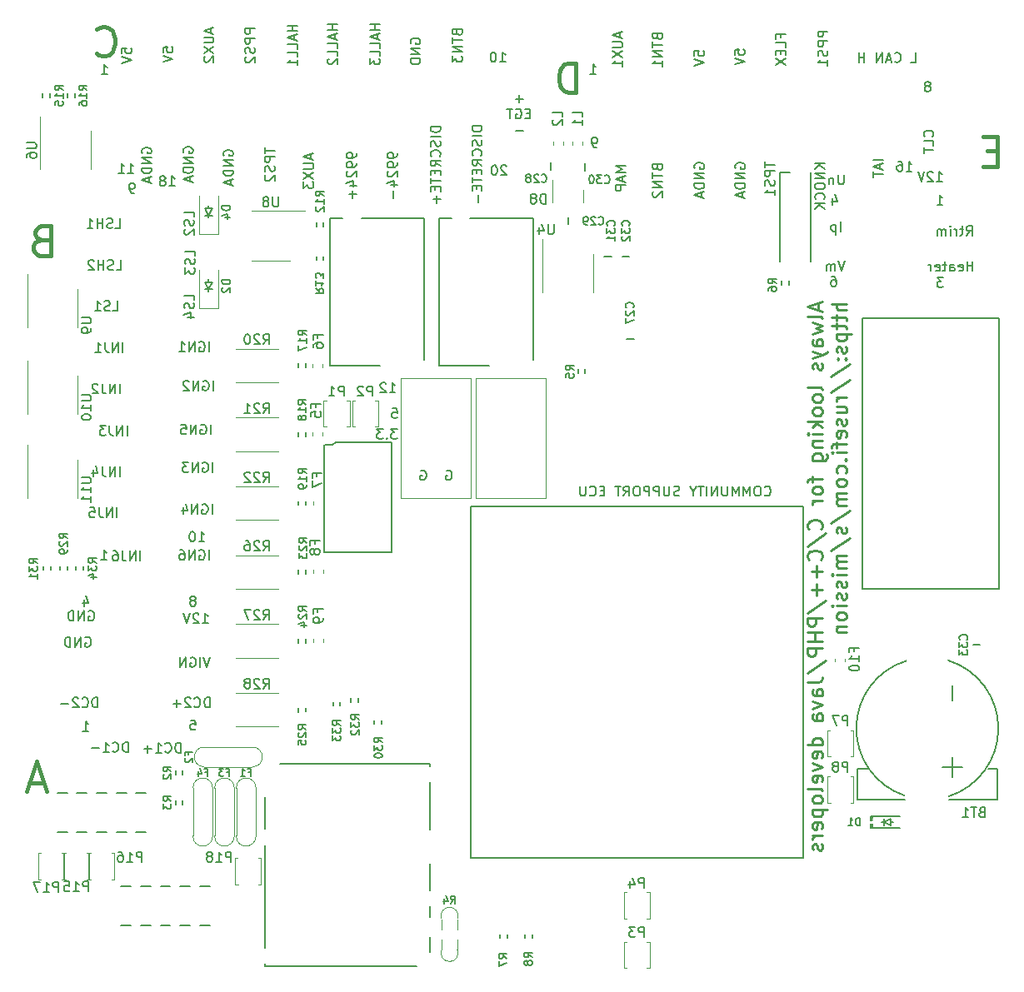
<source format=gbo>
G04 #@! TF.GenerationSoftware,KiCad,Pcbnew,8.0.1-8.0.1-1~ubuntu22.04.1*
G04 #@! TF.CreationDate,2024-04-13T16:01:45+00:00*
G04 #@! TF.ProjectId,uaefi,75616566-692e-46b6-9963-61645f706362,C*
G04 #@! TF.SameCoordinates,Original*
G04 #@! TF.FileFunction,Legend,Bot*
G04 #@! TF.FilePolarity,Positive*
%FSLAX46Y46*%
G04 Gerber Fmt 4.6, Leading zero omitted, Abs format (unit mm)*
G04 Created by KiCad (PCBNEW 8.0.1-8.0.1-1~ubuntu22.04.1) date 2024-04-13 16:01:45*
%MOMM*%
%LPD*%
G01*
G04 APERTURE LIST*
%ADD10C,0.150000*%
%ADD11C,0.450000*%
%ADD12C,0.250000*%
%ADD13C,0.127000*%
%ADD14C,0.170000*%
%ADD15C,0.120000*%
%ADD16C,0.200000*%
%ADD17C,0.099060*%
%ADD18C,0.150012*%
%ADD19C,0.203200*%
G04 APERTURE END LIST*
D10*
X39552438Y95111905D02*
X39504819Y95207143D01*
X39504819Y95207143D02*
X39504819Y95350000D01*
X39504819Y95350000D02*
X39552438Y95492857D01*
X39552438Y95492857D02*
X39647676Y95588095D01*
X39647676Y95588095D02*
X39742914Y95635714D01*
X39742914Y95635714D02*
X39933390Y95683333D01*
X39933390Y95683333D02*
X40076247Y95683333D01*
X40076247Y95683333D02*
X40266723Y95635714D01*
X40266723Y95635714D02*
X40361961Y95588095D01*
X40361961Y95588095D02*
X40457200Y95492857D01*
X40457200Y95492857D02*
X40504819Y95350000D01*
X40504819Y95350000D02*
X40504819Y95254762D01*
X40504819Y95254762D02*
X40457200Y95111905D01*
X40457200Y95111905D02*
X40409580Y95064286D01*
X40409580Y95064286D02*
X40076247Y95064286D01*
X40076247Y95064286D02*
X40076247Y95254762D01*
X40504819Y94635714D02*
X39504819Y94635714D01*
X39504819Y94635714D02*
X40504819Y94064286D01*
X40504819Y94064286D02*
X39504819Y94064286D01*
X40504819Y93588095D02*
X39504819Y93588095D01*
X39504819Y93588095D02*
X39504819Y93350000D01*
X39504819Y93350000D02*
X39552438Y93207143D01*
X39552438Y93207143D02*
X39647676Y93111905D01*
X39647676Y93111905D02*
X39742914Y93064286D01*
X39742914Y93064286D02*
X39933390Y93016667D01*
X39933390Y93016667D02*
X40076247Y93016667D01*
X40076247Y93016667D02*
X40266723Y93064286D01*
X40266723Y93064286D02*
X40361961Y93111905D01*
X40361961Y93111905D02*
X40457200Y93207143D01*
X40457200Y93207143D02*
X40504819Y93350000D01*
X40504819Y93350000D02*
X40504819Y93588095D01*
X6461904Y34747562D02*
X6557142Y34795181D01*
X6557142Y34795181D02*
X6699999Y34795181D01*
X6699999Y34795181D02*
X6842856Y34747562D01*
X6842856Y34747562D02*
X6938094Y34652324D01*
X6938094Y34652324D02*
X6985713Y34557086D01*
X6985713Y34557086D02*
X7033332Y34366610D01*
X7033332Y34366610D02*
X7033332Y34223753D01*
X7033332Y34223753D02*
X6985713Y34033277D01*
X6985713Y34033277D02*
X6938094Y33938039D01*
X6938094Y33938039D02*
X6842856Y33842800D01*
X6842856Y33842800D02*
X6699999Y33795181D01*
X6699999Y33795181D02*
X6604761Y33795181D01*
X6604761Y33795181D02*
X6461904Y33842800D01*
X6461904Y33842800D02*
X6414285Y33890420D01*
X6414285Y33890420D02*
X6414285Y34223753D01*
X6414285Y34223753D02*
X6604761Y34223753D01*
X5985713Y33795181D02*
X5985713Y34795181D01*
X5985713Y34795181D02*
X5414285Y33795181D01*
X5414285Y33795181D02*
X5414285Y34795181D01*
X4938094Y33795181D02*
X4938094Y34795181D01*
X4938094Y34795181D02*
X4699999Y34795181D01*
X4699999Y34795181D02*
X4557142Y34747562D01*
X4557142Y34747562D02*
X4461904Y34652324D01*
X4461904Y34652324D02*
X4414285Y34557086D01*
X4414285Y34557086D02*
X4366666Y34366610D01*
X4366666Y34366610D02*
X4366666Y34223753D01*
X4366666Y34223753D02*
X4414285Y34033277D01*
X4414285Y34033277D02*
X4461904Y33938039D01*
X4461904Y33938039D02*
X4557142Y33842800D01*
X4557142Y33842800D02*
X4699999Y33795181D01*
X4699999Y33795181D02*
X4938094Y33795181D01*
X14990476Y80645181D02*
X15561904Y80645181D01*
X15276190Y80645181D02*
X15276190Y81645181D01*
X15276190Y81645181D02*
X15371428Y81502324D01*
X15371428Y81502324D02*
X15466666Y81407086D01*
X15466666Y81407086D02*
X15561904Y81359467D01*
X14419047Y81216610D02*
X14514285Y81264229D01*
X14514285Y81264229D02*
X14561904Y81311848D01*
X14561904Y81311848D02*
X14609523Y81407086D01*
X14609523Y81407086D02*
X14609523Y81454705D01*
X14609523Y81454705D02*
X14561904Y81549943D01*
X14561904Y81549943D02*
X14514285Y81597562D01*
X14514285Y81597562D02*
X14419047Y81645181D01*
X14419047Y81645181D02*
X14228571Y81645181D01*
X14228571Y81645181D02*
X14133333Y81597562D01*
X14133333Y81597562D02*
X14085714Y81549943D01*
X14085714Y81549943D02*
X14038095Y81454705D01*
X14038095Y81454705D02*
X14038095Y81407086D01*
X14038095Y81407086D02*
X14085714Y81311848D01*
X14085714Y81311848D02*
X14133333Y81264229D01*
X14133333Y81264229D02*
X14228571Y81216610D01*
X14228571Y81216610D02*
X14419047Y81216610D01*
X14419047Y81216610D02*
X14514285Y81168991D01*
X14514285Y81168991D02*
X14561904Y81121372D01*
X14561904Y81121372D02*
X14609523Y81026134D01*
X14609523Y81026134D02*
X14609523Y80835658D01*
X14609523Y80835658D02*
X14561904Y80740420D01*
X14561904Y80740420D02*
X14514285Y80692800D01*
X14514285Y80692800D02*
X14419047Y80645181D01*
X14419047Y80645181D02*
X14228571Y80645181D01*
X14228571Y80645181D02*
X14133333Y80692800D01*
X14133333Y80692800D02*
X14085714Y80740420D01*
X14085714Y80740420D02*
X14038095Y80835658D01*
X14038095Y80835658D02*
X14038095Y81026134D01*
X14038095Y81026134D02*
X14085714Y81121372D01*
X14085714Y81121372D02*
X14133333Y81168991D01*
X14133333Y81168991D02*
X14228571Y81216610D01*
X36404819Y97050000D02*
X35404819Y97050000D01*
X35881009Y97050000D02*
X35881009Y96478572D01*
X36404819Y96478572D02*
X35404819Y96478572D01*
X36119104Y96050000D02*
X36119104Y95573810D01*
X36404819Y96145238D02*
X35404819Y95811905D01*
X35404819Y95811905D02*
X36404819Y95478572D01*
X36404819Y94669048D02*
X36404819Y95145238D01*
X36404819Y95145238D02*
X35404819Y95145238D01*
X36404819Y93859524D02*
X36404819Y94335714D01*
X36404819Y94335714D02*
X35404819Y94335714D01*
X35404819Y93621428D02*
X35404819Y93002381D01*
X35404819Y93002381D02*
X35785771Y93335714D01*
X35785771Y93335714D02*
X35785771Y93192857D01*
X35785771Y93192857D02*
X35833390Y93097619D01*
X35833390Y93097619D02*
X35881009Y93050000D01*
X35881009Y93050000D02*
X35976247Y93002381D01*
X35976247Y93002381D02*
X36214342Y93002381D01*
X36214342Y93002381D02*
X36309580Y93050000D01*
X36309580Y93050000D02*
X36357200Y93097619D01*
X36357200Y93097619D02*
X36404819Y93192857D01*
X36404819Y93192857D02*
X36404819Y93478571D01*
X36404819Y93478571D02*
X36357200Y93573809D01*
X36357200Y93573809D02*
X36309580Y93621428D01*
X17161904Y26345181D02*
X17638094Y26345181D01*
X17638094Y26345181D02*
X17685713Y25868991D01*
X17685713Y25868991D02*
X17638094Y25916610D01*
X17638094Y25916610D02*
X17542856Y25964229D01*
X17542856Y25964229D02*
X17304761Y25964229D01*
X17304761Y25964229D02*
X17209523Y25916610D01*
X17209523Y25916610D02*
X17161904Y25868991D01*
X17161904Y25868991D02*
X17114285Y25773753D01*
X17114285Y25773753D02*
X17114285Y25535658D01*
X17114285Y25535658D02*
X17161904Y25440420D01*
X17161904Y25440420D02*
X17209523Y25392800D01*
X17209523Y25392800D02*
X17304761Y25345181D01*
X17304761Y25345181D02*
X17542856Y25345181D01*
X17542856Y25345181D02*
X17638094Y25392800D01*
X17638094Y25392800D02*
X17685713Y25440420D01*
X19107142Y27645181D02*
X19107142Y28645181D01*
X19107142Y28645181D02*
X18869047Y28645181D01*
X18869047Y28645181D02*
X18726190Y28597562D01*
X18726190Y28597562D02*
X18630952Y28502324D01*
X18630952Y28502324D02*
X18583333Y28407086D01*
X18583333Y28407086D02*
X18535714Y28216610D01*
X18535714Y28216610D02*
X18535714Y28073753D01*
X18535714Y28073753D02*
X18583333Y27883277D01*
X18583333Y27883277D02*
X18630952Y27788039D01*
X18630952Y27788039D02*
X18726190Y27692800D01*
X18726190Y27692800D02*
X18869047Y27645181D01*
X18869047Y27645181D02*
X19107142Y27645181D01*
X17535714Y27740420D02*
X17583333Y27692800D01*
X17583333Y27692800D02*
X17726190Y27645181D01*
X17726190Y27645181D02*
X17821428Y27645181D01*
X17821428Y27645181D02*
X17964285Y27692800D01*
X17964285Y27692800D02*
X18059523Y27788039D01*
X18059523Y27788039D02*
X18107142Y27883277D01*
X18107142Y27883277D02*
X18154761Y28073753D01*
X18154761Y28073753D02*
X18154761Y28216610D01*
X18154761Y28216610D02*
X18107142Y28407086D01*
X18107142Y28407086D02*
X18059523Y28502324D01*
X18059523Y28502324D02*
X17964285Y28597562D01*
X17964285Y28597562D02*
X17821428Y28645181D01*
X17821428Y28645181D02*
X17726190Y28645181D01*
X17726190Y28645181D02*
X17583333Y28597562D01*
X17583333Y28597562D02*
X17535714Y28549943D01*
X17154761Y28549943D02*
X17107142Y28597562D01*
X17107142Y28597562D02*
X17011904Y28645181D01*
X17011904Y28645181D02*
X16773809Y28645181D01*
X16773809Y28645181D02*
X16678571Y28597562D01*
X16678571Y28597562D02*
X16630952Y28549943D01*
X16630952Y28549943D02*
X16583333Y28454705D01*
X16583333Y28454705D02*
X16583333Y28359467D01*
X16583333Y28359467D02*
X16630952Y28216610D01*
X16630952Y28216610D02*
X17202380Y27645181D01*
X17202380Y27645181D02*
X16583333Y27645181D01*
X16154761Y28026134D02*
X15392857Y28026134D01*
X15773809Y27645181D02*
X15773809Y28407086D01*
X9980951Y59545181D02*
X9980951Y60545181D01*
X9504761Y59545181D02*
X9504761Y60545181D01*
X9504761Y60545181D02*
X8933333Y59545181D01*
X8933333Y59545181D02*
X8933333Y60545181D01*
X8171428Y60545181D02*
X8171428Y59830896D01*
X8171428Y59830896D02*
X8219047Y59688039D01*
X8219047Y59688039D02*
X8314285Y59592800D01*
X8314285Y59592800D02*
X8457142Y59545181D01*
X8457142Y59545181D02*
X8552380Y59545181D01*
X7742856Y60449943D02*
X7695237Y60497562D01*
X7695237Y60497562D02*
X7599999Y60545181D01*
X7599999Y60545181D02*
X7361904Y60545181D01*
X7361904Y60545181D02*
X7266666Y60497562D01*
X7266666Y60497562D02*
X7219047Y60449943D01*
X7219047Y60449943D02*
X7171428Y60354705D01*
X7171428Y60354705D02*
X7171428Y60259467D01*
X7171428Y60259467D02*
X7219047Y60116610D01*
X7219047Y60116610D02*
X7790475Y59545181D01*
X7790475Y59545181D02*
X7171428Y59545181D01*
X42554819Y86660952D02*
X41554819Y86660952D01*
X41554819Y86660952D02*
X41554819Y86422857D01*
X41554819Y86422857D02*
X41602438Y86280000D01*
X41602438Y86280000D02*
X41697676Y86184762D01*
X41697676Y86184762D02*
X41792914Y86137143D01*
X41792914Y86137143D02*
X41983390Y86089524D01*
X41983390Y86089524D02*
X42126247Y86089524D01*
X42126247Y86089524D02*
X42316723Y86137143D01*
X42316723Y86137143D02*
X42411961Y86184762D01*
X42411961Y86184762D02*
X42507200Y86280000D01*
X42507200Y86280000D02*
X42554819Y86422857D01*
X42554819Y86422857D02*
X42554819Y86660952D01*
X42554819Y85660952D02*
X41554819Y85660952D01*
X42507200Y85232381D02*
X42554819Y85089524D01*
X42554819Y85089524D02*
X42554819Y84851429D01*
X42554819Y84851429D02*
X42507200Y84756191D01*
X42507200Y84756191D02*
X42459580Y84708572D01*
X42459580Y84708572D02*
X42364342Y84660953D01*
X42364342Y84660953D02*
X42269104Y84660953D01*
X42269104Y84660953D02*
X42173866Y84708572D01*
X42173866Y84708572D02*
X42126247Y84756191D01*
X42126247Y84756191D02*
X42078628Y84851429D01*
X42078628Y84851429D02*
X42031009Y85041905D01*
X42031009Y85041905D02*
X41983390Y85137143D01*
X41983390Y85137143D02*
X41935771Y85184762D01*
X41935771Y85184762D02*
X41840533Y85232381D01*
X41840533Y85232381D02*
X41745295Y85232381D01*
X41745295Y85232381D02*
X41650057Y85184762D01*
X41650057Y85184762D02*
X41602438Y85137143D01*
X41602438Y85137143D02*
X41554819Y85041905D01*
X41554819Y85041905D02*
X41554819Y84803810D01*
X41554819Y84803810D02*
X41602438Y84660953D01*
X42459580Y83660953D02*
X42507200Y83708572D01*
X42507200Y83708572D02*
X42554819Y83851429D01*
X42554819Y83851429D02*
X42554819Y83946667D01*
X42554819Y83946667D02*
X42507200Y84089524D01*
X42507200Y84089524D02*
X42411961Y84184762D01*
X42411961Y84184762D02*
X42316723Y84232381D01*
X42316723Y84232381D02*
X42126247Y84280000D01*
X42126247Y84280000D02*
X41983390Y84280000D01*
X41983390Y84280000D02*
X41792914Y84232381D01*
X41792914Y84232381D02*
X41697676Y84184762D01*
X41697676Y84184762D02*
X41602438Y84089524D01*
X41602438Y84089524D02*
X41554819Y83946667D01*
X41554819Y83946667D02*
X41554819Y83851429D01*
X41554819Y83851429D02*
X41602438Y83708572D01*
X41602438Y83708572D02*
X41650057Y83660953D01*
X42554819Y82660953D02*
X42078628Y82994286D01*
X42554819Y83232381D02*
X41554819Y83232381D01*
X41554819Y83232381D02*
X41554819Y82851429D01*
X41554819Y82851429D02*
X41602438Y82756191D01*
X41602438Y82756191D02*
X41650057Y82708572D01*
X41650057Y82708572D02*
X41745295Y82660953D01*
X41745295Y82660953D02*
X41888152Y82660953D01*
X41888152Y82660953D02*
X41983390Y82708572D01*
X41983390Y82708572D02*
X42031009Y82756191D01*
X42031009Y82756191D02*
X42078628Y82851429D01*
X42078628Y82851429D02*
X42078628Y83232381D01*
X42031009Y82232381D02*
X42031009Y81899048D01*
X42554819Y81756191D02*
X42554819Y82232381D01*
X42554819Y82232381D02*
X41554819Y82232381D01*
X41554819Y82232381D02*
X41554819Y81756191D01*
X41554819Y81470476D02*
X41554819Y80899048D01*
X42554819Y81184762D02*
X41554819Y81184762D01*
X42031009Y80565714D02*
X42031009Y80232381D01*
X42554819Y80089524D02*
X42554819Y80565714D01*
X42554819Y80565714D02*
X41554819Y80565714D01*
X41554819Y80565714D02*
X41554819Y80089524D01*
X42173866Y79660952D02*
X42173866Y78899047D01*
X42554819Y79280000D02*
X41792914Y79280000D01*
X82309523Y71445181D02*
X82499999Y71445181D01*
X82499999Y71445181D02*
X82595237Y71397562D01*
X82595237Y71397562D02*
X82642856Y71349943D01*
X82642856Y71349943D02*
X82738094Y71207086D01*
X82738094Y71207086D02*
X82785713Y71016610D01*
X82785713Y71016610D02*
X82785713Y70635658D01*
X82785713Y70635658D02*
X82738094Y70540420D01*
X82738094Y70540420D02*
X82690475Y70492800D01*
X82690475Y70492800D02*
X82595237Y70445181D01*
X82595237Y70445181D02*
X82404761Y70445181D01*
X82404761Y70445181D02*
X82309523Y70492800D01*
X82309523Y70492800D02*
X82261904Y70540420D01*
X82261904Y70540420D02*
X82214285Y70635658D01*
X82214285Y70635658D02*
X82214285Y70873753D01*
X82214285Y70873753D02*
X82261904Y70968991D01*
X82261904Y70968991D02*
X82309523Y71016610D01*
X82309523Y71016610D02*
X82404761Y71064229D01*
X82404761Y71064229D02*
X82595237Y71064229D01*
X82595237Y71064229D02*
X82690475Y71016610D01*
X82690475Y71016610D02*
X82738094Y70968991D01*
X82738094Y70968991D02*
X82785713Y70873753D01*
X10154819Y94140477D02*
X10154819Y94616667D01*
X10154819Y94616667D02*
X10631009Y94664286D01*
X10631009Y94664286D02*
X10583390Y94616667D01*
X10583390Y94616667D02*
X10535771Y94521429D01*
X10535771Y94521429D02*
X10535771Y94283334D01*
X10535771Y94283334D02*
X10583390Y94188096D01*
X10583390Y94188096D02*
X10631009Y94140477D01*
X10631009Y94140477D02*
X10726247Y94092858D01*
X10726247Y94092858D02*
X10964342Y94092858D01*
X10964342Y94092858D02*
X11059580Y94140477D01*
X11059580Y94140477D02*
X11107200Y94188096D01*
X11107200Y94188096D02*
X11154819Y94283334D01*
X11154819Y94283334D02*
X11154819Y94521429D01*
X11154819Y94521429D02*
X11107200Y94616667D01*
X11107200Y94616667D02*
X11059580Y94664286D01*
X10154819Y93807143D02*
X11154819Y93473810D01*
X11154819Y93473810D02*
X10154819Y93140477D01*
X38147618Y55945181D02*
X37528571Y55945181D01*
X37528571Y55945181D02*
X37861904Y55564229D01*
X37861904Y55564229D02*
X37719047Y55564229D01*
X37719047Y55564229D02*
X37623809Y55516610D01*
X37623809Y55516610D02*
X37576190Y55468991D01*
X37576190Y55468991D02*
X37528571Y55373753D01*
X37528571Y55373753D02*
X37528571Y55135658D01*
X37528571Y55135658D02*
X37576190Y55040420D01*
X37576190Y55040420D02*
X37623809Y54992800D01*
X37623809Y54992800D02*
X37719047Y54945181D01*
X37719047Y54945181D02*
X38004761Y54945181D01*
X38004761Y54945181D02*
X38099999Y54992800D01*
X38099999Y54992800D02*
X38147618Y55040420D01*
X37099999Y55040420D02*
X37052380Y54992800D01*
X37052380Y54992800D02*
X37099999Y54945181D01*
X37099999Y54945181D02*
X37147618Y54992800D01*
X37147618Y54992800D02*
X37099999Y55040420D01*
X37099999Y55040420D02*
X37099999Y54945181D01*
X36719047Y55945181D02*
X36100000Y55945181D01*
X36100000Y55945181D02*
X36433333Y55564229D01*
X36433333Y55564229D02*
X36290476Y55564229D01*
X36290476Y55564229D02*
X36195238Y55516610D01*
X36195238Y55516610D02*
X36147619Y55468991D01*
X36147619Y55468991D02*
X36100000Y55373753D01*
X36100000Y55373753D02*
X36100000Y55135658D01*
X36100000Y55135658D02*
X36147619Y55040420D01*
X36147619Y55040420D02*
X36195238Y54992800D01*
X36195238Y54992800D02*
X36290476Y54945181D01*
X36290476Y54945181D02*
X36576190Y54945181D01*
X36576190Y54945181D02*
X36671428Y54992800D01*
X36671428Y54992800D02*
X36719047Y55040420D01*
X18001237Y44500562D02*
X18572665Y44500562D01*
X18286951Y44500562D02*
X18286951Y45500562D01*
X18286951Y45500562D02*
X18382189Y45357705D01*
X18382189Y45357705D02*
X18477427Y45262467D01*
X18477427Y45262467D02*
X18572665Y45214848D01*
X17382189Y45500562D02*
X17286951Y45500562D01*
X17286951Y45500562D02*
X17191713Y45452943D01*
X17191713Y45452943D02*
X17144094Y45405324D01*
X17144094Y45405324D02*
X17096475Y45310086D01*
X17096475Y45310086D02*
X17048856Y45119610D01*
X17048856Y45119610D02*
X17048856Y44881515D01*
X17048856Y44881515D02*
X17096475Y44691039D01*
X17096475Y44691039D02*
X17144094Y44595801D01*
X17144094Y44595801D02*
X17191713Y44548181D01*
X17191713Y44548181D02*
X17286951Y44500562D01*
X17286951Y44500562D02*
X17382189Y44500562D01*
X17382189Y44500562D02*
X17477427Y44548181D01*
X17477427Y44548181D02*
X17525046Y44595801D01*
X17525046Y44595801D02*
X17572665Y44691039D01*
X17572665Y44691039D02*
X17620284Y44881515D01*
X17620284Y44881515D02*
X17620284Y45119610D01*
X17620284Y45119610D02*
X17572665Y45310086D01*
X17572665Y45310086D02*
X17525046Y45405324D01*
X17525046Y45405324D02*
X17477427Y45452943D01*
X17477427Y45452943D02*
X17382189Y45500562D01*
X6811904Y37397562D02*
X6907142Y37445181D01*
X6907142Y37445181D02*
X7049999Y37445181D01*
X7049999Y37445181D02*
X7192856Y37397562D01*
X7192856Y37397562D02*
X7288094Y37302324D01*
X7288094Y37302324D02*
X7335713Y37207086D01*
X7335713Y37207086D02*
X7383332Y37016610D01*
X7383332Y37016610D02*
X7383332Y36873753D01*
X7383332Y36873753D02*
X7335713Y36683277D01*
X7335713Y36683277D02*
X7288094Y36588039D01*
X7288094Y36588039D02*
X7192856Y36492800D01*
X7192856Y36492800D02*
X7049999Y36445181D01*
X7049999Y36445181D02*
X6954761Y36445181D01*
X6954761Y36445181D02*
X6811904Y36492800D01*
X6811904Y36492800D02*
X6764285Y36540420D01*
X6764285Y36540420D02*
X6764285Y36873753D01*
X6764285Y36873753D02*
X6954761Y36873753D01*
X6335713Y36445181D02*
X6335713Y37445181D01*
X6335713Y37445181D02*
X5764285Y36445181D01*
X5764285Y36445181D02*
X5764285Y37445181D01*
X5288094Y36445181D02*
X5288094Y37445181D01*
X5288094Y37445181D02*
X5049999Y37445181D01*
X5049999Y37445181D02*
X4907142Y37397562D01*
X4907142Y37397562D02*
X4811904Y37302324D01*
X4811904Y37302324D02*
X4764285Y37207086D01*
X4764285Y37207086D02*
X4716666Y37016610D01*
X4716666Y37016610D02*
X4716666Y36873753D01*
X4716666Y36873753D02*
X4764285Y36683277D01*
X4764285Y36683277D02*
X4811904Y36588039D01*
X4811904Y36588039D02*
X4907142Y36492800D01*
X4907142Y36492800D02*
X5049999Y36445181D01*
X5049999Y36445181D02*
X5288094Y36445181D01*
X17504819Y69042858D02*
X17504819Y69519048D01*
X17504819Y69519048D02*
X16504819Y69519048D01*
X17457200Y68757143D02*
X17504819Y68614286D01*
X17504819Y68614286D02*
X17504819Y68376191D01*
X17504819Y68376191D02*
X17457200Y68280953D01*
X17457200Y68280953D02*
X17409580Y68233334D01*
X17409580Y68233334D02*
X17314342Y68185715D01*
X17314342Y68185715D02*
X17219104Y68185715D01*
X17219104Y68185715D02*
X17123866Y68233334D01*
X17123866Y68233334D02*
X17076247Y68280953D01*
X17076247Y68280953D02*
X17028628Y68376191D01*
X17028628Y68376191D02*
X16981009Y68566667D01*
X16981009Y68566667D02*
X16933390Y68661905D01*
X16933390Y68661905D02*
X16885771Y68709524D01*
X16885771Y68709524D02*
X16790533Y68757143D01*
X16790533Y68757143D02*
X16695295Y68757143D01*
X16695295Y68757143D02*
X16600057Y68709524D01*
X16600057Y68709524D02*
X16552438Y68661905D01*
X16552438Y68661905D02*
X16504819Y68566667D01*
X16504819Y68566667D02*
X16504819Y68328572D01*
X16504819Y68328572D02*
X16552438Y68185715D01*
X16838152Y67328572D02*
X17504819Y67328572D01*
X16457200Y67566667D02*
X17171485Y67804762D01*
X17171485Y67804762D02*
X17171485Y67185715D01*
X64581009Y95809524D02*
X64628628Y95666667D01*
X64628628Y95666667D02*
X64676247Y95619048D01*
X64676247Y95619048D02*
X64771485Y95571429D01*
X64771485Y95571429D02*
X64914342Y95571429D01*
X64914342Y95571429D02*
X65009580Y95619048D01*
X65009580Y95619048D02*
X65057200Y95666667D01*
X65057200Y95666667D02*
X65104819Y95761905D01*
X65104819Y95761905D02*
X65104819Y96142857D01*
X65104819Y96142857D02*
X64104819Y96142857D01*
X64104819Y96142857D02*
X64104819Y95809524D01*
X64104819Y95809524D02*
X64152438Y95714286D01*
X64152438Y95714286D02*
X64200057Y95666667D01*
X64200057Y95666667D02*
X64295295Y95619048D01*
X64295295Y95619048D02*
X64390533Y95619048D01*
X64390533Y95619048D02*
X64485771Y95666667D01*
X64485771Y95666667D02*
X64533390Y95714286D01*
X64533390Y95714286D02*
X64581009Y95809524D01*
X64581009Y95809524D02*
X64581009Y96142857D01*
X64104819Y95285714D02*
X64104819Y94714286D01*
X65104819Y95000000D02*
X64104819Y95000000D01*
X65104819Y94380952D02*
X64104819Y94380952D01*
X64104819Y94380952D02*
X65104819Y93809524D01*
X65104819Y93809524D02*
X64104819Y93809524D01*
X65104819Y92809524D02*
X65104819Y93380952D01*
X65104819Y93095238D02*
X64104819Y93095238D01*
X64104819Y93095238D02*
X64247676Y93190476D01*
X64247676Y93190476D02*
X64342914Y93285714D01*
X64342914Y93285714D02*
X64390533Y93380952D01*
X11390475Y79945181D02*
X11199999Y79945181D01*
X11199999Y79945181D02*
X11104761Y79992800D01*
X11104761Y79992800D02*
X11057142Y80040420D01*
X11057142Y80040420D02*
X10961904Y80183277D01*
X10961904Y80183277D02*
X10914285Y80373753D01*
X10914285Y80373753D02*
X10914285Y80754705D01*
X10914285Y80754705D02*
X10961904Y80849943D01*
X10961904Y80849943D02*
X11009523Y80897562D01*
X11009523Y80897562D02*
X11104761Y80945181D01*
X11104761Y80945181D02*
X11295237Y80945181D01*
X11295237Y80945181D02*
X11390475Y80897562D01*
X11390475Y80897562D02*
X11438094Y80849943D01*
X11438094Y80849943D02*
X11485713Y80754705D01*
X11485713Y80754705D02*
X11485713Y80516610D01*
X11485713Y80516610D02*
X11438094Y80421372D01*
X11438094Y80421372D02*
X11390475Y80373753D01*
X11390475Y80373753D02*
X11295237Y80326134D01*
X11295237Y80326134D02*
X11104761Y80326134D01*
X11104761Y80326134D02*
X11009523Y80373753D01*
X11009523Y80373753D02*
X10961904Y80421372D01*
X10961904Y80421372D02*
X10914285Y80516610D01*
X38144819Y83948095D02*
X38144819Y83757619D01*
X38144819Y83757619D02*
X38097200Y83662381D01*
X38097200Y83662381D02*
X38049580Y83614762D01*
X38049580Y83614762D02*
X37906723Y83519524D01*
X37906723Y83519524D02*
X37716247Y83471905D01*
X37716247Y83471905D02*
X37335295Y83471905D01*
X37335295Y83471905D02*
X37240057Y83519524D01*
X37240057Y83519524D02*
X37192438Y83567143D01*
X37192438Y83567143D02*
X37144819Y83662381D01*
X37144819Y83662381D02*
X37144819Y83852857D01*
X37144819Y83852857D02*
X37192438Y83948095D01*
X37192438Y83948095D02*
X37240057Y83995714D01*
X37240057Y83995714D02*
X37335295Y84043333D01*
X37335295Y84043333D02*
X37573390Y84043333D01*
X37573390Y84043333D02*
X37668628Y83995714D01*
X37668628Y83995714D02*
X37716247Y83948095D01*
X37716247Y83948095D02*
X37763866Y83852857D01*
X37763866Y83852857D02*
X37763866Y83662381D01*
X37763866Y83662381D02*
X37716247Y83567143D01*
X37716247Y83567143D02*
X37668628Y83519524D01*
X37668628Y83519524D02*
X37573390Y83471905D01*
X38144819Y82995714D02*
X38144819Y82805238D01*
X38144819Y82805238D02*
X38097200Y82710000D01*
X38097200Y82710000D02*
X38049580Y82662381D01*
X38049580Y82662381D02*
X37906723Y82567143D01*
X37906723Y82567143D02*
X37716247Y82519524D01*
X37716247Y82519524D02*
X37335295Y82519524D01*
X37335295Y82519524D02*
X37240057Y82567143D01*
X37240057Y82567143D02*
X37192438Y82614762D01*
X37192438Y82614762D02*
X37144819Y82710000D01*
X37144819Y82710000D02*
X37144819Y82900476D01*
X37144819Y82900476D02*
X37192438Y82995714D01*
X37192438Y82995714D02*
X37240057Y83043333D01*
X37240057Y83043333D02*
X37335295Y83090952D01*
X37335295Y83090952D02*
X37573390Y83090952D01*
X37573390Y83090952D02*
X37668628Y83043333D01*
X37668628Y83043333D02*
X37716247Y82995714D01*
X37716247Y82995714D02*
X37763866Y82900476D01*
X37763866Y82900476D02*
X37763866Y82710000D01*
X37763866Y82710000D02*
X37716247Y82614762D01*
X37716247Y82614762D02*
X37668628Y82567143D01*
X37668628Y82567143D02*
X37573390Y82519524D01*
X37240057Y82138571D02*
X37192438Y82090952D01*
X37192438Y82090952D02*
X37144819Y81995714D01*
X37144819Y81995714D02*
X37144819Y81757619D01*
X37144819Y81757619D02*
X37192438Y81662381D01*
X37192438Y81662381D02*
X37240057Y81614762D01*
X37240057Y81614762D02*
X37335295Y81567143D01*
X37335295Y81567143D02*
X37430533Y81567143D01*
X37430533Y81567143D02*
X37573390Y81614762D01*
X37573390Y81614762D02*
X38144819Y82186190D01*
X38144819Y82186190D02*
X38144819Y81567143D01*
X37478152Y80710000D02*
X38144819Y80710000D01*
X37097200Y80948095D02*
X37811485Y81186190D01*
X37811485Y81186190D02*
X37811485Y80567143D01*
X37763866Y80186190D02*
X37763866Y79424285D01*
X10790476Y81945181D02*
X11361904Y81945181D01*
X11076190Y81945181D02*
X11076190Y82945181D01*
X11076190Y82945181D02*
X11171428Y82802324D01*
X11171428Y82802324D02*
X11266666Y82707086D01*
X11266666Y82707086D02*
X11361904Y82659467D01*
X9838095Y81945181D02*
X10409523Y81945181D01*
X10123809Y81945181D02*
X10123809Y82945181D01*
X10123809Y82945181D02*
X10219047Y82802324D01*
X10219047Y82802324D02*
X10314285Y82707086D01*
X10314285Y82707086D02*
X10409523Y82659467D01*
X28004819Y96950000D02*
X27004819Y96950000D01*
X27481009Y96950000D02*
X27481009Y96378572D01*
X28004819Y96378572D02*
X27004819Y96378572D01*
X27719104Y95950000D02*
X27719104Y95473810D01*
X28004819Y96045238D02*
X27004819Y95711905D01*
X27004819Y95711905D02*
X28004819Y95378572D01*
X28004819Y94569048D02*
X28004819Y95045238D01*
X28004819Y95045238D02*
X27004819Y95045238D01*
X28004819Y93759524D02*
X28004819Y94235714D01*
X28004819Y94235714D02*
X27004819Y94235714D01*
X28004819Y92902381D02*
X28004819Y93473809D01*
X28004819Y93188095D02*
X27004819Y93188095D01*
X27004819Y93188095D02*
X27147676Y93283333D01*
X27147676Y93283333D02*
X27242914Y93378571D01*
X27242914Y93378571D02*
X27290533Y93473809D01*
X6309523Y38611848D02*
X6309523Y37945181D01*
X6547618Y38992800D02*
X6785713Y38278515D01*
X6785713Y38278515D02*
X6166666Y38278515D01*
D11*
X1935714Y75156972D02*
X1507142Y75014115D01*
X1507142Y75014115D02*
X1364285Y74871258D01*
X1364285Y74871258D02*
X1221428Y74585543D01*
X1221428Y74585543D02*
X1221428Y74156972D01*
X1221428Y74156972D02*
X1364285Y73871258D01*
X1364285Y73871258D02*
X1507142Y73728400D01*
X1507142Y73728400D02*
X1792857Y73585543D01*
X1792857Y73585543D02*
X2935714Y73585543D01*
X2935714Y73585543D02*
X2935714Y76585543D01*
X2935714Y76585543D02*
X1935714Y76585543D01*
X1935714Y76585543D02*
X1650000Y76442686D01*
X1650000Y76442686D02*
X1507142Y76299829D01*
X1507142Y76299829D02*
X1364285Y76014115D01*
X1364285Y76014115D02*
X1364285Y75728400D01*
X1364285Y75728400D02*
X1507142Y75442686D01*
X1507142Y75442686D02*
X1650000Y75299829D01*
X1650000Y75299829D02*
X1935714Y75156972D01*
X1935714Y75156972D02*
X2935714Y75156972D01*
D10*
X96640476Y71995181D02*
X96640476Y72995181D01*
X96640476Y72518991D02*
X96069048Y72518991D01*
X96069048Y71995181D02*
X96069048Y72995181D01*
X95211905Y72042800D02*
X95307143Y71995181D01*
X95307143Y71995181D02*
X95497619Y71995181D01*
X95497619Y71995181D02*
X95592857Y72042800D01*
X95592857Y72042800D02*
X95640476Y72138039D01*
X95640476Y72138039D02*
X95640476Y72518991D01*
X95640476Y72518991D02*
X95592857Y72614229D01*
X95592857Y72614229D02*
X95497619Y72661848D01*
X95497619Y72661848D02*
X95307143Y72661848D01*
X95307143Y72661848D02*
X95211905Y72614229D01*
X95211905Y72614229D02*
X95164286Y72518991D01*
X95164286Y72518991D02*
X95164286Y72423753D01*
X95164286Y72423753D02*
X95640476Y72328515D01*
X94307143Y71995181D02*
X94307143Y72518991D01*
X94307143Y72518991D02*
X94354762Y72614229D01*
X94354762Y72614229D02*
X94450000Y72661848D01*
X94450000Y72661848D02*
X94640476Y72661848D01*
X94640476Y72661848D02*
X94735714Y72614229D01*
X94307143Y72042800D02*
X94402381Y71995181D01*
X94402381Y71995181D02*
X94640476Y71995181D01*
X94640476Y71995181D02*
X94735714Y72042800D01*
X94735714Y72042800D02*
X94783333Y72138039D01*
X94783333Y72138039D02*
X94783333Y72233277D01*
X94783333Y72233277D02*
X94735714Y72328515D01*
X94735714Y72328515D02*
X94640476Y72376134D01*
X94640476Y72376134D02*
X94402381Y72376134D01*
X94402381Y72376134D02*
X94307143Y72423753D01*
X93973809Y72661848D02*
X93592857Y72661848D01*
X93830952Y72995181D02*
X93830952Y72138039D01*
X93830952Y72138039D02*
X93783333Y72042800D01*
X93783333Y72042800D02*
X93688095Y71995181D01*
X93688095Y71995181D02*
X93592857Y71995181D01*
X92878571Y72042800D02*
X92973809Y71995181D01*
X92973809Y71995181D02*
X93164285Y71995181D01*
X93164285Y71995181D02*
X93259523Y72042800D01*
X93259523Y72042800D02*
X93307142Y72138039D01*
X93307142Y72138039D02*
X93307142Y72518991D01*
X93307142Y72518991D02*
X93259523Y72614229D01*
X93259523Y72614229D02*
X93164285Y72661848D01*
X93164285Y72661848D02*
X92973809Y72661848D01*
X92973809Y72661848D02*
X92878571Y72614229D01*
X92878571Y72614229D02*
X92830952Y72518991D01*
X92830952Y72518991D02*
X92830952Y72423753D01*
X92830952Y72423753D02*
X93307142Y72328515D01*
X92402380Y71995181D02*
X92402380Y72661848D01*
X92402380Y72471372D02*
X92354761Y72566610D01*
X92354761Y72566610D02*
X92307142Y72614229D01*
X92307142Y72614229D02*
X92211904Y72661848D01*
X92211904Y72661848D02*
X92116666Y72661848D01*
X93633332Y71345181D02*
X93014285Y71345181D01*
X93014285Y71345181D02*
X93347618Y70964229D01*
X93347618Y70964229D02*
X93204761Y70964229D01*
X93204761Y70964229D02*
X93109523Y70916610D01*
X93109523Y70916610D02*
X93061904Y70868991D01*
X93061904Y70868991D02*
X93014285Y70773753D01*
X93014285Y70773753D02*
X93014285Y70535658D01*
X93014285Y70535658D02*
X93061904Y70440420D01*
X93061904Y70440420D02*
X93109523Y70392800D01*
X93109523Y70392800D02*
X93204761Y70345181D01*
X93204761Y70345181D02*
X93490475Y70345181D01*
X93490475Y70345181D02*
X93585713Y70392800D01*
X93585713Y70392800D02*
X93633332Y70440420D01*
X17604819Y73542858D02*
X17604819Y74019048D01*
X17604819Y74019048D02*
X16604819Y74019048D01*
X17557200Y73257143D02*
X17604819Y73114286D01*
X17604819Y73114286D02*
X17604819Y72876191D01*
X17604819Y72876191D02*
X17557200Y72780953D01*
X17557200Y72780953D02*
X17509580Y72733334D01*
X17509580Y72733334D02*
X17414342Y72685715D01*
X17414342Y72685715D02*
X17319104Y72685715D01*
X17319104Y72685715D02*
X17223866Y72733334D01*
X17223866Y72733334D02*
X17176247Y72780953D01*
X17176247Y72780953D02*
X17128628Y72876191D01*
X17128628Y72876191D02*
X17081009Y73066667D01*
X17081009Y73066667D02*
X17033390Y73161905D01*
X17033390Y73161905D02*
X16985771Y73209524D01*
X16985771Y73209524D02*
X16890533Y73257143D01*
X16890533Y73257143D02*
X16795295Y73257143D01*
X16795295Y73257143D02*
X16700057Y73209524D01*
X16700057Y73209524D02*
X16652438Y73161905D01*
X16652438Y73161905D02*
X16604819Y73066667D01*
X16604819Y73066667D02*
X16604819Y72828572D01*
X16604819Y72828572D02*
X16652438Y72685715D01*
X16604819Y72352381D02*
X16604819Y71733334D01*
X16604819Y71733334D02*
X16985771Y72066667D01*
X16985771Y72066667D02*
X16985771Y71923810D01*
X16985771Y71923810D02*
X17033390Y71828572D01*
X17033390Y71828572D02*
X17081009Y71780953D01*
X17081009Y71780953D02*
X17176247Y71733334D01*
X17176247Y71733334D02*
X17414342Y71733334D01*
X17414342Y71733334D02*
X17509580Y71780953D01*
X17509580Y71780953D02*
X17557200Y71828572D01*
X17557200Y71828572D02*
X17604819Y71923810D01*
X17604819Y71923810D02*
X17604819Y72209524D01*
X17604819Y72209524D02*
X17557200Y72304762D01*
X17557200Y72304762D02*
X17509580Y72352381D01*
X72454819Y93990477D02*
X72454819Y94466667D01*
X72454819Y94466667D02*
X72931009Y94514286D01*
X72931009Y94514286D02*
X72883390Y94466667D01*
X72883390Y94466667D02*
X72835771Y94371429D01*
X72835771Y94371429D02*
X72835771Y94133334D01*
X72835771Y94133334D02*
X72883390Y94038096D01*
X72883390Y94038096D02*
X72931009Y93990477D01*
X72931009Y93990477D02*
X73026247Y93942858D01*
X73026247Y93942858D02*
X73264342Y93942858D01*
X73264342Y93942858D02*
X73359580Y93990477D01*
X73359580Y93990477D02*
X73407200Y94038096D01*
X73407200Y94038096D02*
X73454819Y94133334D01*
X73454819Y94133334D02*
X73454819Y94371429D01*
X73454819Y94371429D02*
X73407200Y94466667D01*
X73407200Y94466667D02*
X73359580Y94514286D01*
X72454819Y93657143D02*
X73454819Y93323810D01*
X73454819Y93323810D02*
X72454819Y92990477D01*
D12*
X80944899Y68749813D02*
X80944899Y68035527D01*
X81373470Y68892670D02*
X79873470Y68392670D01*
X79873470Y68392670D02*
X81373470Y67892670D01*
X81373470Y67178385D02*
X81302042Y67321242D01*
X81302042Y67321242D02*
X81159184Y67392671D01*
X81159184Y67392671D02*
X79873470Y67392671D01*
X80373470Y66749814D02*
X81373470Y66464099D01*
X81373470Y66464099D02*
X80659184Y66178385D01*
X80659184Y66178385D02*
X81373470Y65892671D01*
X81373470Y65892671D02*
X80373470Y65606957D01*
X81373470Y64392670D02*
X80587756Y64392670D01*
X80587756Y64392670D02*
X80444899Y64464099D01*
X80444899Y64464099D02*
X80373470Y64606956D01*
X80373470Y64606956D02*
X80373470Y64892670D01*
X80373470Y64892670D02*
X80444899Y65035528D01*
X81302042Y64392670D02*
X81373470Y64535528D01*
X81373470Y64535528D02*
X81373470Y64892670D01*
X81373470Y64892670D02*
X81302042Y65035528D01*
X81302042Y65035528D02*
X81159184Y65106956D01*
X81159184Y65106956D02*
X81016327Y65106956D01*
X81016327Y65106956D02*
X80873470Y65035528D01*
X80873470Y65035528D02*
X80802042Y64892670D01*
X80802042Y64892670D02*
X80802042Y64535528D01*
X80802042Y64535528D02*
X80730613Y64392670D01*
X80373470Y63821242D02*
X81373470Y63464099D01*
X80373470Y63106956D02*
X81373470Y63464099D01*
X81373470Y63464099D02*
X81730613Y63606956D01*
X81730613Y63606956D02*
X81802042Y63678385D01*
X81802042Y63678385D02*
X81873470Y63821242D01*
X81302042Y62606956D02*
X81373470Y62464099D01*
X81373470Y62464099D02*
X81373470Y62178385D01*
X81373470Y62178385D02*
X81302042Y62035528D01*
X81302042Y62035528D02*
X81159184Y61964099D01*
X81159184Y61964099D02*
X81087756Y61964099D01*
X81087756Y61964099D02*
X80944899Y62035528D01*
X80944899Y62035528D02*
X80873470Y62178385D01*
X80873470Y62178385D02*
X80873470Y62392670D01*
X80873470Y62392670D02*
X80802042Y62535528D01*
X80802042Y62535528D02*
X80659184Y62606956D01*
X80659184Y62606956D02*
X80587756Y62606956D01*
X80587756Y62606956D02*
X80444899Y62535528D01*
X80444899Y62535528D02*
X80373470Y62392670D01*
X80373470Y62392670D02*
X80373470Y62178385D01*
X80373470Y62178385D02*
X80444899Y62035528D01*
X81373470Y59964099D02*
X81302042Y60106956D01*
X81302042Y60106956D02*
X81159184Y60178385D01*
X81159184Y60178385D02*
X79873470Y60178385D01*
X81373470Y59178385D02*
X81302042Y59321242D01*
X81302042Y59321242D02*
X81230613Y59392671D01*
X81230613Y59392671D02*
X81087756Y59464099D01*
X81087756Y59464099D02*
X80659184Y59464099D01*
X80659184Y59464099D02*
X80516327Y59392671D01*
X80516327Y59392671D02*
X80444899Y59321242D01*
X80444899Y59321242D02*
X80373470Y59178385D01*
X80373470Y59178385D02*
X80373470Y58964099D01*
X80373470Y58964099D02*
X80444899Y58821242D01*
X80444899Y58821242D02*
X80516327Y58749813D01*
X80516327Y58749813D02*
X80659184Y58678385D01*
X80659184Y58678385D02*
X81087756Y58678385D01*
X81087756Y58678385D02*
X81230613Y58749813D01*
X81230613Y58749813D02*
X81302042Y58821242D01*
X81302042Y58821242D02*
X81373470Y58964099D01*
X81373470Y58964099D02*
X81373470Y59178385D01*
X81373470Y57821242D02*
X81302042Y57964099D01*
X81302042Y57964099D02*
X81230613Y58035528D01*
X81230613Y58035528D02*
X81087756Y58106956D01*
X81087756Y58106956D02*
X80659184Y58106956D01*
X80659184Y58106956D02*
X80516327Y58035528D01*
X80516327Y58035528D02*
X80444899Y57964099D01*
X80444899Y57964099D02*
X80373470Y57821242D01*
X80373470Y57821242D02*
X80373470Y57606956D01*
X80373470Y57606956D02*
X80444899Y57464099D01*
X80444899Y57464099D02*
X80516327Y57392670D01*
X80516327Y57392670D02*
X80659184Y57321242D01*
X80659184Y57321242D02*
X81087756Y57321242D01*
X81087756Y57321242D02*
X81230613Y57392670D01*
X81230613Y57392670D02*
X81302042Y57464099D01*
X81302042Y57464099D02*
X81373470Y57606956D01*
X81373470Y57606956D02*
X81373470Y57821242D01*
X81373470Y56678385D02*
X79873470Y56678385D01*
X80802042Y56535527D02*
X81373470Y56106956D01*
X80373470Y56106956D02*
X80944899Y56678385D01*
X81373470Y55464099D02*
X80373470Y55464099D01*
X79873470Y55464099D02*
X79944899Y55535527D01*
X79944899Y55535527D02*
X80016327Y55464099D01*
X80016327Y55464099D02*
X79944899Y55392670D01*
X79944899Y55392670D02*
X79873470Y55464099D01*
X79873470Y55464099D02*
X80016327Y55464099D01*
X80373470Y54749813D02*
X81373470Y54749813D01*
X80516327Y54749813D02*
X80444899Y54678384D01*
X80444899Y54678384D02*
X80373470Y54535527D01*
X80373470Y54535527D02*
X80373470Y54321241D01*
X80373470Y54321241D02*
X80444899Y54178384D01*
X80444899Y54178384D02*
X80587756Y54106955D01*
X80587756Y54106955D02*
X81373470Y54106955D01*
X80373470Y52749812D02*
X81587756Y52749812D01*
X81587756Y52749812D02*
X81730613Y52821241D01*
X81730613Y52821241D02*
X81802042Y52892670D01*
X81802042Y52892670D02*
X81873470Y53035527D01*
X81873470Y53035527D02*
X81873470Y53249812D01*
X81873470Y53249812D02*
X81802042Y53392670D01*
X81302042Y52749812D02*
X81373470Y52892670D01*
X81373470Y52892670D02*
X81373470Y53178384D01*
X81373470Y53178384D02*
X81302042Y53321241D01*
X81302042Y53321241D02*
X81230613Y53392670D01*
X81230613Y53392670D02*
X81087756Y53464098D01*
X81087756Y53464098D02*
X80659184Y53464098D01*
X80659184Y53464098D02*
X80516327Y53392670D01*
X80516327Y53392670D02*
X80444899Y53321241D01*
X80444899Y53321241D02*
X80373470Y53178384D01*
X80373470Y53178384D02*
X80373470Y52892670D01*
X80373470Y52892670D02*
X80444899Y52749812D01*
X80373470Y51106955D02*
X80373470Y50535527D01*
X81373470Y50892670D02*
X80087756Y50892670D01*
X80087756Y50892670D02*
X79944899Y50821241D01*
X79944899Y50821241D02*
X79873470Y50678384D01*
X79873470Y50678384D02*
X79873470Y50535527D01*
X81373470Y49821241D02*
X81302042Y49964098D01*
X81302042Y49964098D02*
X81230613Y50035527D01*
X81230613Y50035527D02*
X81087756Y50106955D01*
X81087756Y50106955D02*
X80659184Y50106955D01*
X80659184Y50106955D02*
X80516327Y50035527D01*
X80516327Y50035527D02*
X80444899Y49964098D01*
X80444899Y49964098D02*
X80373470Y49821241D01*
X80373470Y49821241D02*
X80373470Y49606955D01*
X80373470Y49606955D02*
X80444899Y49464098D01*
X80444899Y49464098D02*
X80516327Y49392669D01*
X80516327Y49392669D02*
X80659184Y49321241D01*
X80659184Y49321241D02*
X81087756Y49321241D01*
X81087756Y49321241D02*
X81230613Y49392669D01*
X81230613Y49392669D02*
X81302042Y49464098D01*
X81302042Y49464098D02*
X81373470Y49606955D01*
X81373470Y49606955D02*
X81373470Y49821241D01*
X81373470Y48678384D02*
X80373470Y48678384D01*
X80659184Y48678384D02*
X80516327Y48606955D01*
X80516327Y48606955D02*
X80444899Y48535526D01*
X80444899Y48535526D02*
X80373470Y48392669D01*
X80373470Y48392669D02*
X80373470Y48249812D01*
X81230613Y45749813D02*
X81302042Y45821241D01*
X81302042Y45821241D02*
X81373470Y46035527D01*
X81373470Y46035527D02*
X81373470Y46178384D01*
X81373470Y46178384D02*
X81302042Y46392670D01*
X81302042Y46392670D02*
X81159184Y46535527D01*
X81159184Y46535527D02*
X81016327Y46606956D01*
X81016327Y46606956D02*
X80730613Y46678384D01*
X80730613Y46678384D02*
X80516327Y46678384D01*
X80516327Y46678384D02*
X80230613Y46606956D01*
X80230613Y46606956D02*
X80087756Y46535527D01*
X80087756Y46535527D02*
X79944899Y46392670D01*
X79944899Y46392670D02*
X79873470Y46178384D01*
X79873470Y46178384D02*
X79873470Y46035527D01*
X79873470Y46035527D02*
X79944899Y45821241D01*
X79944899Y45821241D02*
X80016327Y45749813D01*
X79802042Y44035527D02*
X81730613Y45321241D01*
X81230613Y42678384D02*
X81302042Y42749812D01*
X81302042Y42749812D02*
X81373470Y42964098D01*
X81373470Y42964098D02*
X81373470Y43106955D01*
X81373470Y43106955D02*
X81302042Y43321241D01*
X81302042Y43321241D02*
X81159184Y43464098D01*
X81159184Y43464098D02*
X81016327Y43535527D01*
X81016327Y43535527D02*
X80730613Y43606955D01*
X80730613Y43606955D02*
X80516327Y43606955D01*
X80516327Y43606955D02*
X80230613Y43535527D01*
X80230613Y43535527D02*
X80087756Y43464098D01*
X80087756Y43464098D02*
X79944899Y43321241D01*
X79944899Y43321241D02*
X79873470Y43106955D01*
X79873470Y43106955D02*
X79873470Y42964098D01*
X79873470Y42964098D02*
X79944899Y42749812D01*
X79944899Y42749812D02*
X80016327Y42678384D01*
X80802042Y42035527D02*
X80802042Y40892669D01*
X81373470Y41464098D02*
X80230613Y41464098D01*
X80802042Y40178384D02*
X80802042Y39035526D01*
X81373470Y39606955D02*
X80230613Y39606955D01*
X79802042Y37249812D02*
X81730613Y38535526D01*
X81373470Y36749812D02*
X79873470Y36749812D01*
X79873470Y36749812D02*
X79873470Y36178383D01*
X79873470Y36178383D02*
X79944899Y36035526D01*
X79944899Y36035526D02*
X80016327Y35964097D01*
X80016327Y35964097D02*
X80159184Y35892669D01*
X80159184Y35892669D02*
X80373470Y35892669D01*
X80373470Y35892669D02*
X80516327Y35964097D01*
X80516327Y35964097D02*
X80587756Y36035526D01*
X80587756Y36035526D02*
X80659184Y36178383D01*
X80659184Y36178383D02*
X80659184Y36749812D01*
X81373470Y35249812D02*
X79873470Y35249812D01*
X80587756Y35249812D02*
X80587756Y34392669D01*
X81373470Y34392669D02*
X79873470Y34392669D01*
X81373470Y33678383D02*
X79873470Y33678383D01*
X79873470Y33678383D02*
X79873470Y33106954D01*
X79873470Y33106954D02*
X79944899Y32964097D01*
X79944899Y32964097D02*
X80016327Y32892668D01*
X80016327Y32892668D02*
X80159184Y32821240D01*
X80159184Y32821240D02*
X80373470Y32821240D01*
X80373470Y32821240D02*
X80516327Y32892668D01*
X80516327Y32892668D02*
X80587756Y32964097D01*
X80587756Y32964097D02*
X80659184Y33106954D01*
X80659184Y33106954D02*
X80659184Y33678383D01*
X79802042Y31106954D02*
X81730613Y32392668D01*
X79873470Y30178382D02*
X80944899Y30178382D01*
X80944899Y30178382D02*
X81159184Y30249811D01*
X81159184Y30249811D02*
X81302042Y30392668D01*
X81302042Y30392668D02*
X81373470Y30606954D01*
X81373470Y30606954D02*
X81373470Y30749811D01*
X81373470Y28821239D02*
X80587756Y28821239D01*
X80587756Y28821239D02*
X80444899Y28892668D01*
X80444899Y28892668D02*
X80373470Y29035525D01*
X80373470Y29035525D02*
X80373470Y29321239D01*
X80373470Y29321239D02*
X80444899Y29464097D01*
X81302042Y28821239D02*
X81373470Y28964097D01*
X81373470Y28964097D02*
X81373470Y29321239D01*
X81373470Y29321239D02*
X81302042Y29464097D01*
X81302042Y29464097D02*
X81159184Y29535525D01*
X81159184Y29535525D02*
X81016327Y29535525D01*
X81016327Y29535525D02*
X80873470Y29464097D01*
X80873470Y29464097D02*
X80802042Y29321239D01*
X80802042Y29321239D02*
X80802042Y28964097D01*
X80802042Y28964097D02*
X80730613Y28821239D01*
X80373470Y28249811D02*
X81373470Y27892668D01*
X81373470Y27892668D02*
X80373470Y27535525D01*
X81373470Y26321239D02*
X80587756Y26321239D01*
X80587756Y26321239D02*
X80444899Y26392668D01*
X80444899Y26392668D02*
X80373470Y26535525D01*
X80373470Y26535525D02*
X80373470Y26821239D01*
X80373470Y26821239D02*
X80444899Y26964097D01*
X81302042Y26321239D02*
X81373470Y26464097D01*
X81373470Y26464097D02*
X81373470Y26821239D01*
X81373470Y26821239D02*
X81302042Y26964097D01*
X81302042Y26964097D02*
X81159184Y27035525D01*
X81159184Y27035525D02*
X81016327Y27035525D01*
X81016327Y27035525D02*
X80873470Y26964097D01*
X80873470Y26964097D02*
X80802042Y26821239D01*
X80802042Y26821239D02*
X80802042Y26464097D01*
X80802042Y26464097D02*
X80730613Y26321239D01*
X81373470Y23821239D02*
X79873470Y23821239D01*
X81302042Y23821239D02*
X81373470Y23964097D01*
X81373470Y23964097D02*
X81373470Y24249811D01*
X81373470Y24249811D02*
X81302042Y24392668D01*
X81302042Y24392668D02*
X81230613Y24464097D01*
X81230613Y24464097D02*
X81087756Y24535525D01*
X81087756Y24535525D02*
X80659184Y24535525D01*
X80659184Y24535525D02*
X80516327Y24464097D01*
X80516327Y24464097D02*
X80444899Y24392668D01*
X80444899Y24392668D02*
X80373470Y24249811D01*
X80373470Y24249811D02*
X80373470Y23964097D01*
X80373470Y23964097D02*
X80444899Y23821239D01*
X81302042Y22535525D02*
X81373470Y22678382D01*
X81373470Y22678382D02*
X81373470Y22964096D01*
X81373470Y22964096D02*
X81302042Y23106954D01*
X81302042Y23106954D02*
X81159184Y23178382D01*
X81159184Y23178382D02*
X80587756Y23178382D01*
X80587756Y23178382D02*
X80444899Y23106954D01*
X80444899Y23106954D02*
X80373470Y22964096D01*
X80373470Y22964096D02*
X80373470Y22678382D01*
X80373470Y22678382D02*
X80444899Y22535525D01*
X80444899Y22535525D02*
X80587756Y22464096D01*
X80587756Y22464096D02*
X80730613Y22464096D01*
X80730613Y22464096D02*
X80873470Y23178382D01*
X80373470Y21964097D02*
X81373470Y21606954D01*
X81373470Y21606954D02*
X80373470Y21249811D01*
X81302042Y20106954D02*
X81373470Y20249811D01*
X81373470Y20249811D02*
X81373470Y20535525D01*
X81373470Y20535525D02*
X81302042Y20678383D01*
X81302042Y20678383D02*
X81159184Y20749811D01*
X81159184Y20749811D02*
X80587756Y20749811D01*
X80587756Y20749811D02*
X80444899Y20678383D01*
X80444899Y20678383D02*
X80373470Y20535525D01*
X80373470Y20535525D02*
X80373470Y20249811D01*
X80373470Y20249811D02*
X80444899Y20106954D01*
X80444899Y20106954D02*
X80587756Y20035525D01*
X80587756Y20035525D02*
X80730613Y20035525D01*
X80730613Y20035525D02*
X80873470Y20749811D01*
X81373470Y19178383D02*
X81302042Y19321240D01*
X81302042Y19321240D02*
X81159184Y19392669D01*
X81159184Y19392669D02*
X79873470Y19392669D01*
X81373470Y18392669D02*
X81302042Y18535526D01*
X81302042Y18535526D02*
X81230613Y18606955D01*
X81230613Y18606955D02*
X81087756Y18678383D01*
X81087756Y18678383D02*
X80659184Y18678383D01*
X80659184Y18678383D02*
X80516327Y18606955D01*
X80516327Y18606955D02*
X80444899Y18535526D01*
X80444899Y18535526D02*
X80373470Y18392669D01*
X80373470Y18392669D02*
X80373470Y18178383D01*
X80373470Y18178383D02*
X80444899Y18035526D01*
X80444899Y18035526D02*
X80516327Y17964097D01*
X80516327Y17964097D02*
X80659184Y17892669D01*
X80659184Y17892669D02*
X81087756Y17892669D01*
X81087756Y17892669D02*
X81230613Y17964097D01*
X81230613Y17964097D02*
X81302042Y18035526D01*
X81302042Y18035526D02*
X81373470Y18178383D01*
X81373470Y18178383D02*
X81373470Y18392669D01*
X80373470Y17249812D02*
X81873470Y17249812D01*
X80444899Y17249812D02*
X80373470Y17106954D01*
X80373470Y17106954D02*
X80373470Y16821240D01*
X80373470Y16821240D02*
X80444899Y16678383D01*
X80444899Y16678383D02*
X80516327Y16606954D01*
X80516327Y16606954D02*
X80659184Y16535526D01*
X80659184Y16535526D02*
X81087756Y16535526D01*
X81087756Y16535526D02*
X81230613Y16606954D01*
X81230613Y16606954D02*
X81302042Y16678383D01*
X81302042Y16678383D02*
X81373470Y16821240D01*
X81373470Y16821240D02*
X81373470Y17106954D01*
X81373470Y17106954D02*
X81302042Y17249812D01*
X81302042Y15321240D02*
X81373470Y15464097D01*
X81373470Y15464097D02*
X81373470Y15749811D01*
X81373470Y15749811D02*
X81302042Y15892669D01*
X81302042Y15892669D02*
X81159184Y15964097D01*
X81159184Y15964097D02*
X80587756Y15964097D01*
X80587756Y15964097D02*
X80444899Y15892669D01*
X80444899Y15892669D02*
X80373470Y15749811D01*
X80373470Y15749811D02*
X80373470Y15464097D01*
X80373470Y15464097D02*
X80444899Y15321240D01*
X80444899Y15321240D02*
X80587756Y15249811D01*
X80587756Y15249811D02*
X80730613Y15249811D01*
X80730613Y15249811D02*
X80873470Y15964097D01*
X81373470Y14606955D02*
X80373470Y14606955D01*
X80659184Y14606955D02*
X80516327Y14535526D01*
X80516327Y14535526D02*
X80444899Y14464097D01*
X80444899Y14464097D02*
X80373470Y14321240D01*
X80373470Y14321240D02*
X80373470Y14178383D01*
X81302042Y13749812D02*
X81373470Y13606955D01*
X81373470Y13606955D02*
X81373470Y13321241D01*
X81373470Y13321241D02*
X81302042Y13178384D01*
X81302042Y13178384D02*
X81159184Y13106955D01*
X81159184Y13106955D02*
X81087756Y13106955D01*
X81087756Y13106955D02*
X80944899Y13178384D01*
X80944899Y13178384D02*
X80873470Y13321241D01*
X80873470Y13321241D02*
X80873470Y13535526D01*
X80873470Y13535526D02*
X80802042Y13678384D01*
X80802042Y13678384D02*
X80659184Y13749812D01*
X80659184Y13749812D02*
X80587756Y13749812D01*
X80587756Y13749812D02*
X80444899Y13678384D01*
X80444899Y13678384D02*
X80373470Y13535526D01*
X80373470Y13535526D02*
X80373470Y13321241D01*
X80373470Y13321241D02*
X80444899Y13178384D01*
X83788386Y68678385D02*
X82288386Y68678385D01*
X83788386Y68035527D02*
X83002672Y68035527D01*
X83002672Y68035527D02*
X82859815Y68106956D01*
X82859815Y68106956D02*
X82788386Y68249813D01*
X82788386Y68249813D02*
X82788386Y68464099D01*
X82788386Y68464099D02*
X82859815Y68606956D01*
X82859815Y68606956D02*
X82931243Y68678385D01*
X82788386Y67535527D02*
X82788386Y66964099D01*
X82288386Y67321242D02*
X83574100Y67321242D01*
X83574100Y67321242D02*
X83716958Y67249813D01*
X83716958Y67249813D02*
X83788386Y67106956D01*
X83788386Y67106956D02*
X83788386Y66964099D01*
X82788386Y66678384D02*
X82788386Y66106956D01*
X82288386Y66464099D02*
X83574100Y66464099D01*
X83574100Y66464099D02*
X83716958Y66392670D01*
X83716958Y66392670D02*
X83788386Y66249813D01*
X83788386Y66249813D02*
X83788386Y66106956D01*
X82788386Y65606956D02*
X84288386Y65606956D01*
X82859815Y65606956D02*
X82788386Y65464098D01*
X82788386Y65464098D02*
X82788386Y65178384D01*
X82788386Y65178384D02*
X82859815Y65035527D01*
X82859815Y65035527D02*
X82931243Y64964098D01*
X82931243Y64964098D02*
X83074100Y64892670D01*
X83074100Y64892670D02*
X83502672Y64892670D01*
X83502672Y64892670D02*
X83645529Y64964098D01*
X83645529Y64964098D02*
X83716958Y65035527D01*
X83716958Y65035527D02*
X83788386Y65178384D01*
X83788386Y65178384D02*
X83788386Y65464098D01*
X83788386Y65464098D02*
X83716958Y65606956D01*
X83716958Y64321241D02*
X83788386Y64178384D01*
X83788386Y64178384D02*
X83788386Y63892670D01*
X83788386Y63892670D02*
X83716958Y63749813D01*
X83716958Y63749813D02*
X83574100Y63678384D01*
X83574100Y63678384D02*
X83502672Y63678384D01*
X83502672Y63678384D02*
X83359815Y63749813D01*
X83359815Y63749813D02*
X83288386Y63892670D01*
X83288386Y63892670D02*
X83288386Y64106955D01*
X83288386Y64106955D02*
X83216958Y64249813D01*
X83216958Y64249813D02*
X83074100Y64321241D01*
X83074100Y64321241D02*
X83002672Y64321241D01*
X83002672Y64321241D02*
X82859815Y64249813D01*
X82859815Y64249813D02*
X82788386Y64106955D01*
X82788386Y64106955D02*
X82788386Y63892670D01*
X82788386Y63892670D02*
X82859815Y63749813D01*
X83645529Y63035527D02*
X83716958Y62964098D01*
X83716958Y62964098D02*
X83788386Y63035527D01*
X83788386Y63035527D02*
X83716958Y63106955D01*
X83716958Y63106955D02*
X83645529Y63035527D01*
X83645529Y63035527D02*
X83788386Y63035527D01*
X82859815Y63035527D02*
X82931243Y62964098D01*
X82931243Y62964098D02*
X83002672Y63035527D01*
X83002672Y63035527D02*
X82931243Y63106955D01*
X82931243Y63106955D02*
X82859815Y63035527D01*
X82859815Y63035527D02*
X83002672Y63035527D01*
X82216958Y61249812D02*
X84145529Y62535526D01*
X82216958Y59678383D02*
X84145529Y60964097D01*
X83788386Y59178383D02*
X82788386Y59178383D01*
X83074100Y59178383D02*
X82931243Y59106954D01*
X82931243Y59106954D02*
X82859815Y59035525D01*
X82859815Y59035525D02*
X82788386Y58892668D01*
X82788386Y58892668D02*
X82788386Y58749811D01*
X82788386Y57606954D02*
X83788386Y57606954D01*
X82788386Y58249812D02*
X83574100Y58249812D01*
X83574100Y58249812D02*
X83716958Y58178383D01*
X83716958Y58178383D02*
X83788386Y58035526D01*
X83788386Y58035526D02*
X83788386Y57821240D01*
X83788386Y57821240D02*
X83716958Y57678383D01*
X83716958Y57678383D02*
X83645529Y57606954D01*
X83716958Y56964097D02*
X83788386Y56821240D01*
X83788386Y56821240D02*
X83788386Y56535526D01*
X83788386Y56535526D02*
X83716958Y56392669D01*
X83716958Y56392669D02*
X83574100Y56321240D01*
X83574100Y56321240D02*
X83502672Y56321240D01*
X83502672Y56321240D02*
X83359815Y56392669D01*
X83359815Y56392669D02*
X83288386Y56535526D01*
X83288386Y56535526D02*
X83288386Y56749811D01*
X83288386Y56749811D02*
X83216958Y56892669D01*
X83216958Y56892669D02*
X83074100Y56964097D01*
X83074100Y56964097D02*
X83002672Y56964097D01*
X83002672Y56964097D02*
X82859815Y56892669D01*
X82859815Y56892669D02*
X82788386Y56749811D01*
X82788386Y56749811D02*
X82788386Y56535526D01*
X82788386Y56535526D02*
X82859815Y56392669D01*
X83716958Y55106954D02*
X83788386Y55249811D01*
X83788386Y55249811D02*
X83788386Y55535525D01*
X83788386Y55535525D02*
X83716958Y55678383D01*
X83716958Y55678383D02*
X83574100Y55749811D01*
X83574100Y55749811D02*
X83002672Y55749811D01*
X83002672Y55749811D02*
X82859815Y55678383D01*
X82859815Y55678383D02*
X82788386Y55535525D01*
X82788386Y55535525D02*
X82788386Y55249811D01*
X82788386Y55249811D02*
X82859815Y55106954D01*
X82859815Y55106954D02*
X83002672Y55035525D01*
X83002672Y55035525D02*
X83145529Y55035525D01*
X83145529Y55035525D02*
X83288386Y55749811D01*
X82788386Y54606954D02*
X82788386Y54035526D01*
X83788386Y54392669D02*
X82502672Y54392669D01*
X82502672Y54392669D02*
X82359815Y54321240D01*
X82359815Y54321240D02*
X82288386Y54178383D01*
X82288386Y54178383D02*
X82288386Y54035526D01*
X83788386Y53535526D02*
X82788386Y53535526D01*
X82288386Y53535526D02*
X82359815Y53606954D01*
X82359815Y53606954D02*
X82431243Y53535526D01*
X82431243Y53535526D02*
X82359815Y53464097D01*
X82359815Y53464097D02*
X82288386Y53535526D01*
X82288386Y53535526D02*
X82431243Y53535526D01*
X83645529Y52821240D02*
X83716958Y52749811D01*
X83716958Y52749811D02*
X83788386Y52821240D01*
X83788386Y52821240D02*
X83716958Y52892668D01*
X83716958Y52892668D02*
X83645529Y52821240D01*
X83645529Y52821240D02*
X83788386Y52821240D01*
X83716958Y51464096D02*
X83788386Y51606954D01*
X83788386Y51606954D02*
X83788386Y51892668D01*
X83788386Y51892668D02*
X83716958Y52035525D01*
X83716958Y52035525D02*
X83645529Y52106954D01*
X83645529Y52106954D02*
X83502672Y52178382D01*
X83502672Y52178382D02*
X83074100Y52178382D01*
X83074100Y52178382D02*
X82931243Y52106954D01*
X82931243Y52106954D02*
X82859815Y52035525D01*
X82859815Y52035525D02*
X82788386Y51892668D01*
X82788386Y51892668D02*
X82788386Y51606954D01*
X82788386Y51606954D02*
X82859815Y51464096D01*
X83788386Y50606954D02*
X83716958Y50749811D01*
X83716958Y50749811D02*
X83645529Y50821240D01*
X83645529Y50821240D02*
X83502672Y50892668D01*
X83502672Y50892668D02*
X83074100Y50892668D01*
X83074100Y50892668D02*
X82931243Y50821240D01*
X82931243Y50821240D02*
X82859815Y50749811D01*
X82859815Y50749811D02*
X82788386Y50606954D01*
X82788386Y50606954D02*
X82788386Y50392668D01*
X82788386Y50392668D02*
X82859815Y50249811D01*
X82859815Y50249811D02*
X82931243Y50178382D01*
X82931243Y50178382D02*
X83074100Y50106954D01*
X83074100Y50106954D02*
X83502672Y50106954D01*
X83502672Y50106954D02*
X83645529Y50178382D01*
X83645529Y50178382D02*
X83716958Y50249811D01*
X83716958Y50249811D02*
X83788386Y50392668D01*
X83788386Y50392668D02*
X83788386Y50606954D01*
X83788386Y49464097D02*
X82788386Y49464097D01*
X82931243Y49464097D02*
X82859815Y49392668D01*
X82859815Y49392668D02*
X82788386Y49249811D01*
X82788386Y49249811D02*
X82788386Y49035525D01*
X82788386Y49035525D02*
X82859815Y48892668D01*
X82859815Y48892668D02*
X83002672Y48821239D01*
X83002672Y48821239D02*
X83788386Y48821239D01*
X83002672Y48821239D02*
X82859815Y48749811D01*
X82859815Y48749811D02*
X82788386Y48606954D01*
X82788386Y48606954D02*
X82788386Y48392668D01*
X82788386Y48392668D02*
X82859815Y48249811D01*
X82859815Y48249811D02*
X83002672Y48178382D01*
X83002672Y48178382D02*
X83788386Y48178382D01*
X82216958Y46392668D02*
X84145529Y47678382D01*
X83716958Y45964096D02*
X83788386Y45821239D01*
X83788386Y45821239D02*
X83788386Y45535525D01*
X83788386Y45535525D02*
X83716958Y45392668D01*
X83716958Y45392668D02*
X83574100Y45321239D01*
X83574100Y45321239D02*
X83502672Y45321239D01*
X83502672Y45321239D02*
X83359815Y45392668D01*
X83359815Y45392668D02*
X83288386Y45535525D01*
X83288386Y45535525D02*
X83288386Y45749810D01*
X83288386Y45749810D02*
X83216958Y45892668D01*
X83216958Y45892668D02*
X83074100Y45964096D01*
X83074100Y45964096D02*
X83002672Y45964096D01*
X83002672Y45964096D02*
X82859815Y45892668D01*
X82859815Y45892668D02*
X82788386Y45749810D01*
X82788386Y45749810D02*
X82788386Y45535525D01*
X82788386Y45535525D02*
X82859815Y45392668D01*
X82216958Y43606953D02*
X84145529Y44892667D01*
X83788386Y43106953D02*
X82788386Y43106953D01*
X82931243Y43106953D02*
X82859815Y43035524D01*
X82859815Y43035524D02*
X82788386Y42892667D01*
X82788386Y42892667D02*
X82788386Y42678381D01*
X82788386Y42678381D02*
X82859815Y42535524D01*
X82859815Y42535524D02*
X83002672Y42464095D01*
X83002672Y42464095D02*
X83788386Y42464095D01*
X83002672Y42464095D02*
X82859815Y42392667D01*
X82859815Y42392667D02*
X82788386Y42249810D01*
X82788386Y42249810D02*
X82788386Y42035524D01*
X82788386Y42035524D02*
X82859815Y41892667D01*
X82859815Y41892667D02*
X83002672Y41821238D01*
X83002672Y41821238D02*
X83788386Y41821238D01*
X83788386Y41106953D02*
X82788386Y41106953D01*
X82288386Y41106953D02*
X82359815Y41178381D01*
X82359815Y41178381D02*
X82431243Y41106953D01*
X82431243Y41106953D02*
X82359815Y41035524D01*
X82359815Y41035524D02*
X82288386Y41106953D01*
X82288386Y41106953D02*
X82431243Y41106953D01*
X83716958Y40464095D02*
X83788386Y40321238D01*
X83788386Y40321238D02*
X83788386Y40035524D01*
X83788386Y40035524D02*
X83716958Y39892667D01*
X83716958Y39892667D02*
X83574100Y39821238D01*
X83574100Y39821238D02*
X83502672Y39821238D01*
X83502672Y39821238D02*
X83359815Y39892667D01*
X83359815Y39892667D02*
X83288386Y40035524D01*
X83288386Y40035524D02*
X83288386Y40249809D01*
X83288386Y40249809D02*
X83216958Y40392667D01*
X83216958Y40392667D02*
X83074100Y40464095D01*
X83074100Y40464095D02*
X83002672Y40464095D01*
X83002672Y40464095D02*
X82859815Y40392667D01*
X82859815Y40392667D02*
X82788386Y40249809D01*
X82788386Y40249809D02*
X82788386Y40035524D01*
X82788386Y40035524D02*
X82859815Y39892667D01*
X83716958Y39249809D02*
X83788386Y39106952D01*
X83788386Y39106952D02*
X83788386Y38821238D01*
X83788386Y38821238D02*
X83716958Y38678381D01*
X83716958Y38678381D02*
X83574100Y38606952D01*
X83574100Y38606952D02*
X83502672Y38606952D01*
X83502672Y38606952D02*
X83359815Y38678381D01*
X83359815Y38678381D02*
X83288386Y38821238D01*
X83288386Y38821238D02*
X83288386Y39035523D01*
X83288386Y39035523D02*
X83216958Y39178381D01*
X83216958Y39178381D02*
X83074100Y39249809D01*
X83074100Y39249809D02*
X83002672Y39249809D01*
X83002672Y39249809D02*
X82859815Y39178381D01*
X82859815Y39178381D02*
X82788386Y39035523D01*
X82788386Y39035523D02*
X82788386Y38821238D01*
X82788386Y38821238D02*
X82859815Y38678381D01*
X83788386Y37964095D02*
X82788386Y37964095D01*
X82288386Y37964095D02*
X82359815Y38035523D01*
X82359815Y38035523D02*
X82431243Y37964095D01*
X82431243Y37964095D02*
X82359815Y37892666D01*
X82359815Y37892666D02*
X82288386Y37964095D01*
X82288386Y37964095D02*
X82431243Y37964095D01*
X83788386Y37035523D02*
X83716958Y37178380D01*
X83716958Y37178380D02*
X83645529Y37249809D01*
X83645529Y37249809D02*
X83502672Y37321237D01*
X83502672Y37321237D02*
X83074100Y37321237D01*
X83074100Y37321237D02*
X82931243Y37249809D01*
X82931243Y37249809D02*
X82859815Y37178380D01*
X82859815Y37178380D02*
X82788386Y37035523D01*
X82788386Y37035523D02*
X82788386Y36821237D01*
X82788386Y36821237D02*
X82859815Y36678380D01*
X82859815Y36678380D02*
X82931243Y36606951D01*
X82931243Y36606951D02*
X83074100Y36535523D01*
X83074100Y36535523D02*
X83502672Y36535523D01*
X83502672Y36535523D02*
X83645529Y36606951D01*
X83645529Y36606951D02*
X83716958Y36678380D01*
X83716958Y36678380D02*
X83788386Y36821237D01*
X83788386Y36821237D02*
X83788386Y37035523D01*
X82788386Y35892666D02*
X83788386Y35892666D01*
X82931243Y35892666D02*
X82859815Y35821237D01*
X82859815Y35821237D02*
X82788386Y35678380D01*
X82788386Y35678380D02*
X82788386Y35464094D01*
X82788386Y35464094D02*
X82859815Y35321237D01*
X82859815Y35321237D02*
X83002672Y35249808D01*
X83002672Y35249808D02*
X83788386Y35249808D01*
D10*
X92145237Y90816610D02*
X92240475Y90864229D01*
X92240475Y90864229D02*
X92288094Y90911848D01*
X92288094Y90911848D02*
X92335713Y91007086D01*
X92335713Y91007086D02*
X92335713Y91054705D01*
X92335713Y91054705D02*
X92288094Y91149943D01*
X92288094Y91149943D02*
X92240475Y91197562D01*
X92240475Y91197562D02*
X92145237Y91245181D01*
X92145237Y91245181D02*
X91954761Y91245181D01*
X91954761Y91245181D02*
X91859523Y91197562D01*
X91859523Y91197562D02*
X91811904Y91149943D01*
X91811904Y91149943D02*
X91764285Y91054705D01*
X91764285Y91054705D02*
X91764285Y91007086D01*
X91764285Y91007086D02*
X91811904Y90911848D01*
X91811904Y90911848D02*
X91859523Y90864229D01*
X91859523Y90864229D02*
X91954761Y90816610D01*
X91954761Y90816610D02*
X92145237Y90816610D01*
X92145237Y90816610D02*
X92240475Y90768991D01*
X92240475Y90768991D02*
X92288094Y90721372D01*
X92288094Y90721372D02*
X92335713Y90626134D01*
X92335713Y90626134D02*
X92335713Y90435658D01*
X92335713Y90435658D02*
X92288094Y90340420D01*
X92288094Y90340420D02*
X92240475Y90292800D01*
X92240475Y90292800D02*
X92145237Y90245181D01*
X92145237Y90245181D02*
X91954761Y90245181D01*
X91954761Y90245181D02*
X91859523Y90292800D01*
X91859523Y90292800D02*
X91811904Y90340420D01*
X91811904Y90340420D02*
X91764285Y90435658D01*
X91764285Y90435658D02*
X91764285Y90626134D01*
X91764285Y90626134D02*
X91811904Y90721372D01*
X91811904Y90721372D02*
X91859523Y90768991D01*
X91859523Y90768991D02*
X91954761Y90816610D01*
D11*
X2214283Y19992686D02*
X785712Y19992686D01*
X2499997Y19135543D02*
X1499997Y22135543D01*
X1499997Y22135543D02*
X499997Y19135543D01*
D10*
X46764819Y86730952D02*
X45764819Y86730952D01*
X45764819Y86730952D02*
X45764819Y86492857D01*
X45764819Y86492857D02*
X45812438Y86350000D01*
X45812438Y86350000D02*
X45907676Y86254762D01*
X45907676Y86254762D02*
X46002914Y86207143D01*
X46002914Y86207143D02*
X46193390Y86159524D01*
X46193390Y86159524D02*
X46336247Y86159524D01*
X46336247Y86159524D02*
X46526723Y86207143D01*
X46526723Y86207143D02*
X46621961Y86254762D01*
X46621961Y86254762D02*
X46717200Y86350000D01*
X46717200Y86350000D02*
X46764819Y86492857D01*
X46764819Y86492857D02*
X46764819Y86730952D01*
X46764819Y85730952D02*
X45764819Y85730952D01*
X46717200Y85302381D02*
X46764819Y85159524D01*
X46764819Y85159524D02*
X46764819Y84921429D01*
X46764819Y84921429D02*
X46717200Y84826191D01*
X46717200Y84826191D02*
X46669580Y84778572D01*
X46669580Y84778572D02*
X46574342Y84730953D01*
X46574342Y84730953D02*
X46479104Y84730953D01*
X46479104Y84730953D02*
X46383866Y84778572D01*
X46383866Y84778572D02*
X46336247Y84826191D01*
X46336247Y84826191D02*
X46288628Y84921429D01*
X46288628Y84921429D02*
X46241009Y85111905D01*
X46241009Y85111905D02*
X46193390Y85207143D01*
X46193390Y85207143D02*
X46145771Y85254762D01*
X46145771Y85254762D02*
X46050533Y85302381D01*
X46050533Y85302381D02*
X45955295Y85302381D01*
X45955295Y85302381D02*
X45860057Y85254762D01*
X45860057Y85254762D02*
X45812438Y85207143D01*
X45812438Y85207143D02*
X45764819Y85111905D01*
X45764819Y85111905D02*
X45764819Y84873810D01*
X45764819Y84873810D02*
X45812438Y84730953D01*
X46669580Y83730953D02*
X46717200Y83778572D01*
X46717200Y83778572D02*
X46764819Y83921429D01*
X46764819Y83921429D02*
X46764819Y84016667D01*
X46764819Y84016667D02*
X46717200Y84159524D01*
X46717200Y84159524D02*
X46621961Y84254762D01*
X46621961Y84254762D02*
X46526723Y84302381D01*
X46526723Y84302381D02*
X46336247Y84350000D01*
X46336247Y84350000D02*
X46193390Y84350000D01*
X46193390Y84350000D02*
X46002914Y84302381D01*
X46002914Y84302381D02*
X45907676Y84254762D01*
X45907676Y84254762D02*
X45812438Y84159524D01*
X45812438Y84159524D02*
X45764819Y84016667D01*
X45764819Y84016667D02*
X45764819Y83921429D01*
X45764819Y83921429D02*
X45812438Y83778572D01*
X45812438Y83778572D02*
X45860057Y83730953D01*
X46764819Y82730953D02*
X46288628Y83064286D01*
X46764819Y83302381D02*
X45764819Y83302381D01*
X45764819Y83302381D02*
X45764819Y82921429D01*
X45764819Y82921429D02*
X45812438Y82826191D01*
X45812438Y82826191D02*
X45860057Y82778572D01*
X45860057Y82778572D02*
X45955295Y82730953D01*
X45955295Y82730953D02*
X46098152Y82730953D01*
X46098152Y82730953D02*
X46193390Y82778572D01*
X46193390Y82778572D02*
X46241009Y82826191D01*
X46241009Y82826191D02*
X46288628Y82921429D01*
X46288628Y82921429D02*
X46288628Y83302381D01*
X46241009Y82302381D02*
X46241009Y81969048D01*
X46764819Y81826191D02*
X46764819Y82302381D01*
X46764819Y82302381D02*
X45764819Y82302381D01*
X45764819Y82302381D02*
X45764819Y81826191D01*
X45764819Y81540476D02*
X45764819Y80969048D01*
X46764819Y81254762D02*
X45764819Y81254762D01*
X46241009Y80635714D02*
X46241009Y80302381D01*
X46764819Y80159524D02*
X46764819Y80635714D01*
X46764819Y80635714D02*
X45764819Y80635714D01*
X45764819Y80635714D02*
X45764819Y80159524D01*
X46383866Y79730952D02*
X46383866Y78969047D01*
X90378571Y93195181D02*
X90854761Y93195181D01*
X90854761Y93195181D02*
X90854761Y94195181D01*
X88711904Y93290420D02*
X88759523Y93242800D01*
X88759523Y93242800D02*
X88902380Y93195181D01*
X88902380Y93195181D02*
X88997618Y93195181D01*
X88997618Y93195181D02*
X89140475Y93242800D01*
X89140475Y93242800D02*
X89235713Y93338039D01*
X89235713Y93338039D02*
X89283332Y93433277D01*
X89283332Y93433277D02*
X89330951Y93623753D01*
X89330951Y93623753D02*
X89330951Y93766610D01*
X89330951Y93766610D02*
X89283332Y93957086D01*
X89283332Y93957086D02*
X89235713Y94052324D01*
X89235713Y94052324D02*
X89140475Y94147562D01*
X89140475Y94147562D02*
X88997618Y94195181D01*
X88997618Y94195181D02*
X88902380Y94195181D01*
X88902380Y94195181D02*
X88759523Y94147562D01*
X88759523Y94147562D02*
X88711904Y94099943D01*
X88330951Y93480896D02*
X87854761Y93480896D01*
X88426189Y93195181D02*
X88092856Y94195181D01*
X88092856Y94195181D02*
X87759523Y93195181D01*
X87426189Y93195181D02*
X87426189Y94195181D01*
X87426189Y94195181D02*
X86854761Y93195181D01*
X86854761Y93195181D02*
X86854761Y94195181D01*
X85616665Y93195181D02*
X85616665Y94195181D01*
X85616665Y93718991D02*
X85045237Y93718991D01*
X85045237Y93195181D02*
X85045237Y94195181D01*
X16452438Y84040477D02*
X16404819Y84135715D01*
X16404819Y84135715D02*
X16404819Y84278572D01*
X16404819Y84278572D02*
X16452438Y84421429D01*
X16452438Y84421429D02*
X16547676Y84516667D01*
X16547676Y84516667D02*
X16642914Y84564286D01*
X16642914Y84564286D02*
X16833390Y84611905D01*
X16833390Y84611905D02*
X16976247Y84611905D01*
X16976247Y84611905D02*
X17166723Y84564286D01*
X17166723Y84564286D02*
X17261961Y84516667D01*
X17261961Y84516667D02*
X17357200Y84421429D01*
X17357200Y84421429D02*
X17404819Y84278572D01*
X17404819Y84278572D02*
X17404819Y84183334D01*
X17404819Y84183334D02*
X17357200Y84040477D01*
X17357200Y84040477D02*
X17309580Y83992858D01*
X17309580Y83992858D02*
X16976247Y83992858D01*
X16976247Y83992858D02*
X16976247Y84183334D01*
X17404819Y83564286D02*
X16404819Y83564286D01*
X16404819Y83564286D02*
X17404819Y82992858D01*
X17404819Y82992858D02*
X16404819Y82992858D01*
X17404819Y82516667D02*
X16404819Y82516667D01*
X16404819Y82516667D02*
X16404819Y82278572D01*
X16404819Y82278572D02*
X16452438Y82135715D01*
X16452438Y82135715D02*
X16547676Y82040477D01*
X16547676Y82040477D02*
X16642914Y81992858D01*
X16642914Y81992858D02*
X16833390Y81945239D01*
X16833390Y81945239D02*
X16976247Y81945239D01*
X16976247Y81945239D02*
X17166723Y81992858D01*
X17166723Y81992858D02*
X17261961Y82040477D01*
X17261961Y82040477D02*
X17357200Y82135715D01*
X17357200Y82135715D02*
X17404819Y82278572D01*
X17404819Y82278572D02*
X17404819Y82516667D01*
X17119104Y81564286D02*
X17119104Y81088096D01*
X17404819Y81659524D02*
X16404819Y81326191D01*
X16404819Y81326191D02*
X17404819Y80992858D01*
X89890476Y82145181D02*
X90461904Y82145181D01*
X90176190Y82145181D02*
X90176190Y83145181D01*
X90176190Y83145181D02*
X90271428Y83002324D01*
X90271428Y83002324D02*
X90366666Y82907086D01*
X90366666Y82907086D02*
X90461904Y82859467D01*
X89033333Y83145181D02*
X89223809Y83145181D01*
X89223809Y83145181D02*
X89319047Y83097562D01*
X89319047Y83097562D02*
X89366666Y83049943D01*
X89366666Y83049943D02*
X89461904Y82907086D01*
X89461904Y82907086D02*
X89509523Y82716610D01*
X89509523Y82716610D02*
X89509523Y82335658D01*
X89509523Y82335658D02*
X89461904Y82240420D01*
X89461904Y82240420D02*
X89414285Y82192800D01*
X89414285Y82192800D02*
X89319047Y82145181D01*
X89319047Y82145181D02*
X89128571Y82145181D01*
X89128571Y82145181D02*
X89033333Y82192800D01*
X89033333Y82192800D02*
X88985714Y82240420D01*
X88985714Y82240420D02*
X88938095Y82335658D01*
X88938095Y82335658D02*
X88938095Y82573753D01*
X88938095Y82573753D02*
X88985714Y82668991D01*
X88985714Y82668991D02*
X89033333Y82716610D01*
X89033333Y82716610D02*
X89128571Y82764229D01*
X89128571Y82764229D02*
X89319047Y82764229D01*
X89319047Y82764229D02*
X89414285Y82716610D01*
X89414285Y82716610D02*
X89461904Y82668991D01*
X89461904Y82668991D02*
X89509523Y82573753D01*
X60769104Y96214286D02*
X60769104Y95738096D01*
X61054819Y96309524D02*
X60054819Y95976191D01*
X60054819Y95976191D02*
X61054819Y95642858D01*
X60054819Y95309524D02*
X60864342Y95309524D01*
X60864342Y95309524D02*
X60959580Y95261905D01*
X60959580Y95261905D02*
X61007200Y95214286D01*
X61007200Y95214286D02*
X61054819Y95119048D01*
X61054819Y95119048D02*
X61054819Y94928572D01*
X61054819Y94928572D02*
X61007200Y94833334D01*
X61007200Y94833334D02*
X60959580Y94785715D01*
X60959580Y94785715D02*
X60864342Y94738096D01*
X60864342Y94738096D02*
X60054819Y94738096D01*
X60054819Y94357143D02*
X61054819Y93690477D01*
X60054819Y93690477D02*
X61054819Y94357143D01*
X61054819Y92785715D02*
X61054819Y93357143D01*
X61054819Y93071429D02*
X60054819Y93071429D01*
X60054819Y93071429D02*
X60197676Y93166667D01*
X60197676Y93166667D02*
X60292914Y93261905D01*
X60292914Y93261905D02*
X60340533Y93357143D01*
X57764285Y92045181D02*
X58335713Y92045181D01*
X58049999Y92045181D02*
X58049999Y93045181D01*
X58049999Y93045181D02*
X58145237Y92902324D01*
X58145237Y92902324D02*
X58240475Y92807086D01*
X58240475Y92807086D02*
X58335713Y92759467D01*
X33994819Y83938095D02*
X33994819Y83747619D01*
X33994819Y83747619D02*
X33947200Y83652381D01*
X33947200Y83652381D02*
X33899580Y83604762D01*
X33899580Y83604762D02*
X33756723Y83509524D01*
X33756723Y83509524D02*
X33566247Y83461905D01*
X33566247Y83461905D02*
X33185295Y83461905D01*
X33185295Y83461905D02*
X33090057Y83509524D01*
X33090057Y83509524D02*
X33042438Y83557143D01*
X33042438Y83557143D02*
X32994819Y83652381D01*
X32994819Y83652381D02*
X32994819Y83842857D01*
X32994819Y83842857D02*
X33042438Y83938095D01*
X33042438Y83938095D02*
X33090057Y83985714D01*
X33090057Y83985714D02*
X33185295Y84033333D01*
X33185295Y84033333D02*
X33423390Y84033333D01*
X33423390Y84033333D02*
X33518628Y83985714D01*
X33518628Y83985714D02*
X33566247Y83938095D01*
X33566247Y83938095D02*
X33613866Y83842857D01*
X33613866Y83842857D02*
X33613866Y83652381D01*
X33613866Y83652381D02*
X33566247Y83557143D01*
X33566247Y83557143D02*
X33518628Y83509524D01*
X33518628Y83509524D02*
X33423390Y83461905D01*
X33994819Y82985714D02*
X33994819Y82795238D01*
X33994819Y82795238D02*
X33947200Y82700000D01*
X33947200Y82700000D02*
X33899580Y82652381D01*
X33899580Y82652381D02*
X33756723Y82557143D01*
X33756723Y82557143D02*
X33566247Y82509524D01*
X33566247Y82509524D02*
X33185295Y82509524D01*
X33185295Y82509524D02*
X33090057Y82557143D01*
X33090057Y82557143D02*
X33042438Y82604762D01*
X33042438Y82604762D02*
X32994819Y82700000D01*
X32994819Y82700000D02*
X32994819Y82890476D01*
X32994819Y82890476D02*
X33042438Y82985714D01*
X33042438Y82985714D02*
X33090057Y83033333D01*
X33090057Y83033333D02*
X33185295Y83080952D01*
X33185295Y83080952D02*
X33423390Y83080952D01*
X33423390Y83080952D02*
X33518628Y83033333D01*
X33518628Y83033333D02*
X33566247Y82985714D01*
X33566247Y82985714D02*
X33613866Y82890476D01*
X33613866Y82890476D02*
X33613866Y82700000D01*
X33613866Y82700000D02*
X33566247Y82604762D01*
X33566247Y82604762D02*
X33518628Y82557143D01*
X33518628Y82557143D02*
X33423390Y82509524D01*
X33090057Y82128571D02*
X33042438Y82080952D01*
X33042438Y82080952D02*
X32994819Y81985714D01*
X32994819Y81985714D02*
X32994819Y81747619D01*
X32994819Y81747619D02*
X33042438Y81652381D01*
X33042438Y81652381D02*
X33090057Y81604762D01*
X33090057Y81604762D02*
X33185295Y81557143D01*
X33185295Y81557143D02*
X33280533Y81557143D01*
X33280533Y81557143D02*
X33423390Y81604762D01*
X33423390Y81604762D02*
X33994819Y82176190D01*
X33994819Y82176190D02*
X33994819Y81557143D01*
X33328152Y80700000D02*
X33994819Y80700000D01*
X32947200Y80938095D02*
X33661485Y81176190D01*
X33661485Y81176190D02*
X33661485Y80557143D01*
X33613866Y80176190D02*
X33613866Y79414285D01*
X33994819Y79795238D02*
X33232914Y79795238D01*
X95990476Y75595181D02*
X96323809Y76071372D01*
X96561904Y75595181D02*
X96561904Y76595181D01*
X96561904Y76595181D02*
X96180952Y76595181D01*
X96180952Y76595181D02*
X96085714Y76547562D01*
X96085714Y76547562D02*
X96038095Y76499943D01*
X96038095Y76499943D02*
X95990476Y76404705D01*
X95990476Y76404705D02*
X95990476Y76261848D01*
X95990476Y76261848D02*
X96038095Y76166610D01*
X96038095Y76166610D02*
X96085714Y76118991D01*
X96085714Y76118991D02*
X96180952Y76071372D01*
X96180952Y76071372D02*
X96561904Y76071372D01*
X95704761Y76261848D02*
X95323809Y76261848D01*
X95561904Y76595181D02*
X95561904Y75738039D01*
X95561904Y75738039D02*
X95514285Y75642800D01*
X95514285Y75642800D02*
X95419047Y75595181D01*
X95419047Y75595181D02*
X95323809Y75595181D01*
X94990475Y75595181D02*
X94990475Y76261848D01*
X94990475Y76071372D02*
X94942856Y76166610D01*
X94942856Y76166610D02*
X94895237Y76214229D01*
X94895237Y76214229D02*
X94799999Y76261848D01*
X94799999Y76261848D02*
X94704761Y76261848D01*
X94371427Y75595181D02*
X94371427Y76261848D01*
X94371427Y76595181D02*
X94419046Y76547562D01*
X94419046Y76547562D02*
X94371427Y76499943D01*
X94371427Y76499943D02*
X94323808Y76547562D01*
X94323808Y76547562D02*
X94371427Y76595181D01*
X94371427Y76595181D02*
X94371427Y76499943D01*
X93895237Y75595181D02*
X93895237Y76261848D01*
X93895237Y76166610D02*
X93847618Y76214229D01*
X93847618Y76214229D02*
X93752380Y76261848D01*
X93752380Y76261848D02*
X93609523Y76261848D01*
X93609523Y76261848D02*
X93514285Y76214229D01*
X93514285Y76214229D02*
X93466666Y76118991D01*
X93466666Y76118991D02*
X93466666Y75595181D01*
X93466666Y76118991D02*
X93419047Y76214229D01*
X93419047Y76214229D02*
X93323809Y76261848D01*
X93323809Y76261848D02*
X93180952Y76261848D01*
X93180952Y76261848D02*
X93085713Y76214229D01*
X93085713Y76214229D02*
X93038094Y76118991D01*
X93038094Y76118991D02*
X93038094Y75595181D01*
X19219104Y96664286D02*
X19219104Y96188096D01*
X19504819Y96759524D02*
X18504819Y96426191D01*
X18504819Y96426191D02*
X19504819Y96092858D01*
X18504819Y95759524D02*
X19314342Y95759524D01*
X19314342Y95759524D02*
X19409580Y95711905D01*
X19409580Y95711905D02*
X19457200Y95664286D01*
X19457200Y95664286D02*
X19504819Y95569048D01*
X19504819Y95569048D02*
X19504819Y95378572D01*
X19504819Y95378572D02*
X19457200Y95283334D01*
X19457200Y95283334D02*
X19409580Y95235715D01*
X19409580Y95235715D02*
X19314342Y95188096D01*
X19314342Y95188096D02*
X18504819Y95188096D01*
X18504819Y94807143D02*
X19504819Y94140477D01*
X18504819Y94140477D02*
X19504819Y94807143D01*
X18600057Y93807143D02*
X18552438Y93759524D01*
X18552438Y93759524D02*
X18504819Y93664286D01*
X18504819Y93664286D02*
X18504819Y93426191D01*
X18504819Y93426191D02*
X18552438Y93330953D01*
X18552438Y93330953D02*
X18600057Y93283334D01*
X18600057Y93283334D02*
X18695295Y93235715D01*
X18695295Y93235715D02*
X18790533Y93235715D01*
X18790533Y93235715D02*
X18933390Y93283334D01*
X18933390Y93283334D02*
X19504819Y93854762D01*
X19504819Y93854762D02*
X19504819Y93235715D01*
X16157142Y23045181D02*
X16157142Y24045181D01*
X16157142Y24045181D02*
X15919047Y24045181D01*
X15919047Y24045181D02*
X15776190Y23997562D01*
X15776190Y23997562D02*
X15680952Y23902324D01*
X15680952Y23902324D02*
X15633333Y23807086D01*
X15633333Y23807086D02*
X15585714Y23616610D01*
X15585714Y23616610D02*
X15585714Y23473753D01*
X15585714Y23473753D02*
X15633333Y23283277D01*
X15633333Y23283277D02*
X15680952Y23188039D01*
X15680952Y23188039D02*
X15776190Y23092800D01*
X15776190Y23092800D02*
X15919047Y23045181D01*
X15919047Y23045181D02*
X16157142Y23045181D01*
X14585714Y23140420D02*
X14633333Y23092800D01*
X14633333Y23092800D02*
X14776190Y23045181D01*
X14776190Y23045181D02*
X14871428Y23045181D01*
X14871428Y23045181D02*
X15014285Y23092800D01*
X15014285Y23092800D02*
X15109523Y23188039D01*
X15109523Y23188039D02*
X15157142Y23283277D01*
X15157142Y23283277D02*
X15204761Y23473753D01*
X15204761Y23473753D02*
X15204761Y23616610D01*
X15204761Y23616610D02*
X15157142Y23807086D01*
X15157142Y23807086D02*
X15109523Y23902324D01*
X15109523Y23902324D02*
X15014285Y23997562D01*
X15014285Y23997562D02*
X14871428Y24045181D01*
X14871428Y24045181D02*
X14776190Y24045181D01*
X14776190Y24045181D02*
X14633333Y23997562D01*
X14633333Y23997562D02*
X14585714Y23949943D01*
X13633333Y23045181D02*
X14204761Y23045181D01*
X13919047Y23045181D02*
X13919047Y24045181D01*
X13919047Y24045181D02*
X14014285Y23902324D01*
X14014285Y23902324D02*
X14109523Y23807086D01*
X14109523Y23807086D02*
X14204761Y23759467D01*
X13204761Y23426134D02*
X12442857Y23426134D01*
X12823809Y23045181D02*
X12823809Y23807086D01*
X24704819Y84538095D02*
X24704819Y83966667D01*
X25704819Y84252381D02*
X24704819Y84252381D01*
X25704819Y83633333D02*
X24704819Y83633333D01*
X24704819Y83633333D02*
X24704819Y83252381D01*
X24704819Y83252381D02*
X24752438Y83157143D01*
X24752438Y83157143D02*
X24800057Y83109524D01*
X24800057Y83109524D02*
X24895295Y83061905D01*
X24895295Y83061905D02*
X25038152Y83061905D01*
X25038152Y83061905D02*
X25133390Y83109524D01*
X25133390Y83109524D02*
X25181009Y83157143D01*
X25181009Y83157143D02*
X25228628Y83252381D01*
X25228628Y83252381D02*
X25228628Y83633333D01*
X25657200Y82680952D02*
X25704819Y82538095D01*
X25704819Y82538095D02*
X25704819Y82300000D01*
X25704819Y82300000D02*
X25657200Y82204762D01*
X25657200Y82204762D02*
X25609580Y82157143D01*
X25609580Y82157143D02*
X25514342Y82109524D01*
X25514342Y82109524D02*
X25419104Y82109524D01*
X25419104Y82109524D02*
X25323866Y82157143D01*
X25323866Y82157143D02*
X25276247Y82204762D01*
X25276247Y82204762D02*
X25228628Y82300000D01*
X25228628Y82300000D02*
X25181009Y82490476D01*
X25181009Y82490476D02*
X25133390Y82585714D01*
X25133390Y82585714D02*
X25085771Y82633333D01*
X25085771Y82633333D02*
X24990533Y82680952D01*
X24990533Y82680952D02*
X24895295Y82680952D01*
X24895295Y82680952D02*
X24800057Y82633333D01*
X24800057Y82633333D02*
X24752438Y82585714D01*
X24752438Y82585714D02*
X24704819Y82490476D01*
X24704819Y82490476D02*
X24704819Y82252381D01*
X24704819Y82252381D02*
X24752438Y82109524D01*
X24800057Y81728571D02*
X24752438Y81680952D01*
X24752438Y81680952D02*
X24704819Y81585714D01*
X24704819Y81585714D02*
X24704819Y81347619D01*
X24704819Y81347619D02*
X24752438Y81252381D01*
X24752438Y81252381D02*
X24800057Y81204762D01*
X24800057Y81204762D02*
X24895295Y81157143D01*
X24895295Y81157143D02*
X24990533Y81157143D01*
X24990533Y81157143D02*
X25133390Y81204762D01*
X25133390Y81204762D02*
X25704819Y81776190D01*
X25704819Y81776190D02*
X25704819Y81157143D01*
X19049999Y42645181D02*
X19049999Y43645181D01*
X18050000Y43597562D02*
X18145238Y43645181D01*
X18145238Y43645181D02*
X18288095Y43645181D01*
X18288095Y43645181D02*
X18430952Y43597562D01*
X18430952Y43597562D02*
X18526190Y43502324D01*
X18526190Y43502324D02*
X18573809Y43407086D01*
X18573809Y43407086D02*
X18621428Y43216610D01*
X18621428Y43216610D02*
X18621428Y43073753D01*
X18621428Y43073753D02*
X18573809Y42883277D01*
X18573809Y42883277D02*
X18526190Y42788039D01*
X18526190Y42788039D02*
X18430952Y42692800D01*
X18430952Y42692800D02*
X18288095Y42645181D01*
X18288095Y42645181D02*
X18192857Y42645181D01*
X18192857Y42645181D02*
X18050000Y42692800D01*
X18050000Y42692800D02*
X18002381Y42740420D01*
X18002381Y42740420D02*
X18002381Y43073753D01*
X18002381Y43073753D02*
X18192857Y43073753D01*
X17573809Y42645181D02*
X17573809Y43645181D01*
X17573809Y43645181D02*
X17002381Y42645181D01*
X17002381Y42645181D02*
X17002381Y43645181D01*
X16097619Y43645181D02*
X16288095Y43645181D01*
X16288095Y43645181D02*
X16383333Y43597562D01*
X16383333Y43597562D02*
X16430952Y43549943D01*
X16430952Y43549943D02*
X16526190Y43407086D01*
X16526190Y43407086D02*
X16573809Y43216610D01*
X16573809Y43216610D02*
X16573809Y42835658D01*
X16573809Y42835658D02*
X16526190Y42740420D01*
X16526190Y42740420D02*
X16478571Y42692800D01*
X16478571Y42692800D02*
X16383333Y42645181D01*
X16383333Y42645181D02*
X16192857Y42645181D01*
X16192857Y42645181D02*
X16097619Y42692800D01*
X16097619Y42692800D02*
X16050000Y42740420D01*
X16050000Y42740420D02*
X16002381Y42835658D01*
X16002381Y42835658D02*
X16002381Y43073753D01*
X16002381Y43073753D02*
X16050000Y43168991D01*
X16050000Y43168991D02*
X16097619Y43216610D01*
X16097619Y43216610D02*
X16192857Y43264229D01*
X16192857Y43264229D02*
X16383333Y43264229D01*
X16383333Y43264229D02*
X16478571Y43216610D01*
X16478571Y43216610D02*
X16526190Y43168991D01*
X16526190Y43168991D02*
X16573809Y43073753D01*
X18369047Y36195181D02*
X18940475Y36195181D01*
X18654761Y36195181D02*
X18654761Y37195181D01*
X18654761Y37195181D02*
X18749999Y37052324D01*
X18749999Y37052324D02*
X18845237Y36957086D01*
X18845237Y36957086D02*
X18940475Y36909467D01*
X17988094Y37099943D02*
X17940475Y37147562D01*
X17940475Y37147562D02*
X17845237Y37195181D01*
X17845237Y37195181D02*
X17607142Y37195181D01*
X17607142Y37195181D02*
X17511904Y37147562D01*
X17511904Y37147562D02*
X17464285Y37099943D01*
X17464285Y37099943D02*
X17416666Y37004705D01*
X17416666Y37004705D02*
X17416666Y36909467D01*
X17416666Y36909467D02*
X17464285Y36766610D01*
X17464285Y36766610D02*
X18035713Y36195181D01*
X18035713Y36195181D02*
X17416666Y36195181D01*
X17130951Y37195181D02*
X16797618Y36195181D01*
X16797618Y36195181D02*
X16464285Y37195181D01*
X37661904Y58045181D02*
X38138094Y58045181D01*
X38138094Y58045181D02*
X38185713Y57568991D01*
X38185713Y57568991D02*
X38138094Y57616610D01*
X38138094Y57616610D02*
X38042856Y57664229D01*
X38042856Y57664229D02*
X37804761Y57664229D01*
X37804761Y57664229D02*
X37709523Y57616610D01*
X37709523Y57616610D02*
X37661904Y57568991D01*
X37661904Y57568991D02*
X37614285Y57473753D01*
X37614285Y57473753D02*
X37614285Y57235658D01*
X37614285Y57235658D02*
X37661904Y57140420D01*
X37661904Y57140420D02*
X37709523Y57092800D01*
X37709523Y57092800D02*
X37804761Y57045181D01*
X37804761Y57045181D02*
X38042856Y57045181D01*
X38042856Y57045181D02*
X38138094Y57092800D01*
X38138094Y57092800D02*
X38185713Y57140420D01*
X58390475Y84595181D02*
X58199999Y84595181D01*
X58199999Y84595181D02*
X58104761Y84642800D01*
X58104761Y84642800D02*
X58057142Y84690420D01*
X58057142Y84690420D02*
X57961904Y84833277D01*
X57961904Y84833277D02*
X57914285Y85023753D01*
X57914285Y85023753D02*
X57914285Y85404705D01*
X57914285Y85404705D02*
X57961904Y85499943D01*
X57961904Y85499943D02*
X58009523Y85547562D01*
X58009523Y85547562D02*
X58104761Y85595181D01*
X58104761Y85595181D02*
X58295237Y85595181D01*
X58295237Y85595181D02*
X58390475Y85547562D01*
X58390475Y85547562D02*
X58438094Y85499943D01*
X58438094Y85499943D02*
X58485713Y85404705D01*
X58485713Y85404705D02*
X58485713Y85166610D01*
X58485713Y85166610D02*
X58438094Y85071372D01*
X58438094Y85071372D02*
X58390475Y85023753D01*
X58390475Y85023753D02*
X58295237Y84976134D01*
X58295237Y84976134D02*
X58104761Y84976134D01*
X58104761Y84976134D02*
X58009523Y85023753D01*
X58009523Y85023753D02*
X57961904Y85071372D01*
X57961904Y85071372D02*
X57914285Y85166610D01*
X49261904Y82649943D02*
X49214285Y82697562D01*
X49214285Y82697562D02*
X49119047Y82745181D01*
X49119047Y82745181D02*
X48880952Y82745181D01*
X48880952Y82745181D02*
X48785714Y82697562D01*
X48785714Y82697562D02*
X48738095Y82649943D01*
X48738095Y82649943D02*
X48690476Y82554705D01*
X48690476Y82554705D02*
X48690476Y82459467D01*
X48690476Y82459467D02*
X48738095Y82316610D01*
X48738095Y82316610D02*
X49309523Y81745181D01*
X49309523Y81745181D02*
X48690476Y81745181D01*
X48071428Y82745181D02*
X47976190Y82745181D01*
X47976190Y82745181D02*
X47880952Y82697562D01*
X47880952Y82697562D02*
X47833333Y82649943D01*
X47833333Y82649943D02*
X47785714Y82554705D01*
X47785714Y82554705D02*
X47738095Y82364229D01*
X47738095Y82364229D02*
X47738095Y82126134D01*
X47738095Y82126134D02*
X47785714Y81935658D01*
X47785714Y81935658D02*
X47833333Y81840420D01*
X47833333Y81840420D02*
X47880952Y81792800D01*
X47880952Y81792800D02*
X47976190Y81745181D01*
X47976190Y81745181D02*
X48071428Y81745181D01*
X48071428Y81745181D02*
X48166666Y81792800D01*
X48166666Y81792800D02*
X48214285Y81840420D01*
X48214285Y81840420D02*
X48261904Y81935658D01*
X48261904Y81935658D02*
X48309523Y82126134D01*
X48309523Y82126134D02*
X48309523Y82364229D01*
X48309523Y82364229D02*
X48261904Y82554705D01*
X48261904Y82554705D02*
X48214285Y82649943D01*
X48214285Y82649943D02*
X48166666Y82697562D01*
X48166666Y82697562D02*
X48071428Y82745181D01*
X83649999Y73045181D02*
X83316666Y72045181D01*
X83316666Y72045181D02*
X82983333Y73045181D01*
X82649999Y72045181D02*
X82649999Y72711848D01*
X82649999Y72616610D02*
X82602380Y72664229D01*
X82602380Y72664229D02*
X82507142Y72711848D01*
X82507142Y72711848D02*
X82364285Y72711848D01*
X82364285Y72711848D02*
X82269047Y72664229D01*
X82269047Y72664229D02*
X82221428Y72568991D01*
X82221428Y72568991D02*
X82221428Y72045181D01*
X82221428Y72568991D02*
X82173809Y72664229D01*
X82173809Y72664229D02*
X82078571Y72711848D01*
X82078571Y72711848D02*
X81935714Y72711848D01*
X81935714Y72711848D02*
X81840475Y72664229D01*
X81840475Y72664229D02*
X81792856Y72568991D01*
X81792856Y72568991D02*
X81792856Y72045181D01*
X68402438Y82440477D02*
X68354819Y82535715D01*
X68354819Y82535715D02*
X68354819Y82678572D01*
X68354819Y82678572D02*
X68402438Y82821429D01*
X68402438Y82821429D02*
X68497676Y82916667D01*
X68497676Y82916667D02*
X68592914Y82964286D01*
X68592914Y82964286D02*
X68783390Y83011905D01*
X68783390Y83011905D02*
X68926247Y83011905D01*
X68926247Y83011905D02*
X69116723Y82964286D01*
X69116723Y82964286D02*
X69211961Y82916667D01*
X69211961Y82916667D02*
X69307200Y82821429D01*
X69307200Y82821429D02*
X69354819Y82678572D01*
X69354819Y82678572D02*
X69354819Y82583334D01*
X69354819Y82583334D02*
X69307200Y82440477D01*
X69307200Y82440477D02*
X69259580Y82392858D01*
X69259580Y82392858D02*
X68926247Y82392858D01*
X68926247Y82392858D02*
X68926247Y82583334D01*
X69354819Y81964286D02*
X68354819Y81964286D01*
X68354819Y81964286D02*
X69354819Y81392858D01*
X69354819Y81392858D02*
X68354819Y81392858D01*
X69354819Y80916667D02*
X68354819Y80916667D01*
X68354819Y80916667D02*
X68354819Y80678572D01*
X68354819Y80678572D02*
X68402438Y80535715D01*
X68402438Y80535715D02*
X68497676Y80440477D01*
X68497676Y80440477D02*
X68592914Y80392858D01*
X68592914Y80392858D02*
X68783390Y80345239D01*
X68783390Y80345239D02*
X68926247Y80345239D01*
X68926247Y80345239D02*
X69116723Y80392858D01*
X69116723Y80392858D02*
X69211961Y80440477D01*
X69211961Y80440477D02*
X69307200Y80535715D01*
X69307200Y80535715D02*
X69354819Y80678572D01*
X69354819Y80678572D02*
X69354819Y80916667D01*
X69069104Y79964286D02*
X69069104Y79488096D01*
X69354819Y80059524D02*
X68354819Y79726191D01*
X68354819Y79726191D02*
X69354819Y79392858D01*
X7707142Y27645181D02*
X7707142Y28645181D01*
X7707142Y28645181D02*
X7469047Y28645181D01*
X7469047Y28645181D02*
X7326190Y28597562D01*
X7326190Y28597562D02*
X7230952Y28502324D01*
X7230952Y28502324D02*
X7183333Y28407086D01*
X7183333Y28407086D02*
X7135714Y28216610D01*
X7135714Y28216610D02*
X7135714Y28073753D01*
X7135714Y28073753D02*
X7183333Y27883277D01*
X7183333Y27883277D02*
X7230952Y27788039D01*
X7230952Y27788039D02*
X7326190Y27692800D01*
X7326190Y27692800D02*
X7469047Y27645181D01*
X7469047Y27645181D02*
X7707142Y27645181D01*
X6135714Y27740420D02*
X6183333Y27692800D01*
X6183333Y27692800D02*
X6326190Y27645181D01*
X6326190Y27645181D02*
X6421428Y27645181D01*
X6421428Y27645181D02*
X6564285Y27692800D01*
X6564285Y27692800D02*
X6659523Y27788039D01*
X6659523Y27788039D02*
X6707142Y27883277D01*
X6707142Y27883277D02*
X6754761Y28073753D01*
X6754761Y28073753D02*
X6754761Y28216610D01*
X6754761Y28216610D02*
X6707142Y28407086D01*
X6707142Y28407086D02*
X6659523Y28502324D01*
X6659523Y28502324D02*
X6564285Y28597562D01*
X6564285Y28597562D02*
X6421428Y28645181D01*
X6421428Y28645181D02*
X6326190Y28645181D01*
X6326190Y28645181D02*
X6183333Y28597562D01*
X6183333Y28597562D02*
X6135714Y28549943D01*
X5754761Y28549943D02*
X5707142Y28597562D01*
X5707142Y28597562D02*
X5611904Y28645181D01*
X5611904Y28645181D02*
X5373809Y28645181D01*
X5373809Y28645181D02*
X5278571Y28597562D01*
X5278571Y28597562D02*
X5230952Y28549943D01*
X5230952Y28549943D02*
X5183333Y28454705D01*
X5183333Y28454705D02*
X5183333Y28359467D01*
X5183333Y28359467D02*
X5230952Y28216610D01*
X5230952Y28216610D02*
X5802380Y27645181D01*
X5802380Y27645181D02*
X5183333Y27645181D01*
X4754761Y28026134D02*
X3992857Y28026134D01*
X6214285Y25245181D02*
X6785713Y25245181D01*
X6499999Y25245181D02*
X6499999Y26245181D01*
X6499999Y26245181D02*
X6595237Y26102324D01*
X6595237Y26102324D02*
X6690475Y26007086D01*
X6690475Y26007086D02*
X6785713Y25959467D01*
X75504819Y83088095D02*
X75504819Y82516667D01*
X76504819Y82802381D02*
X75504819Y82802381D01*
X76504819Y82183333D02*
X75504819Y82183333D01*
X75504819Y82183333D02*
X75504819Y81802381D01*
X75504819Y81802381D02*
X75552438Y81707143D01*
X75552438Y81707143D02*
X75600057Y81659524D01*
X75600057Y81659524D02*
X75695295Y81611905D01*
X75695295Y81611905D02*
X75838152Y81611905D01*
X75838152Y81611905D02*
X75933390Y81659524D01*
X75933390Y81659524D02*
X75981009Y81707143D01*
X75981009Y81707143D02*
X76028628Y81802381D01*
X76028628Y81802381D02*
X76028628Y82183333D01*
X76457200Y81230952D02*
X76504819Y81088095D01*
X76504819Y81088095D02*
X76504819Y80850000D01*
X76504819Y80850000D02*
X76457200Y80754762D01*
X76457200Y80754762D02*
X76409580Y80707143D01*
X76409580Y80707143D02*
X76314342Y80659524D01*
X76314342Y80659524D02*
X76219104Y80659524D01*
X76219104Y80659524D02*
X76123866Y80707143D01*
X76123866Y80707143D02*
X76076247Y80754762D01*
X76076247Y80754762D02*
X76028628Y80850000D01*
X76028628Y80850000D02*
X75981009Y81040476D01*
X75981009Y81040476D02*
X75933390Y81135714D01*
X75933390Y81135714D02*
X75885771Y81183333D01*
X75885771Y81183333D02*
X75790533Y81230952D01*
X75790533Y81230952D02*
X75695295Y81230952D01*
X75695295Y81230952D02*
X75600057Y81183333D01*
X75600057Y81183333D02*
X75552438Y81135714D01*
X75552438Y81135714D02*
X75504819Y81040476D01*
X75504819Y81040476D02*
X75504819Y80802381D01*
X75504819Y80802381D02*
X75552438Y80659524D01*
X76504819Y79707143D02*
X76504819Y80278571D01*
X76504819Y79992857D02*
X75504819Y79992857D01*
X75504819Y79992857D02*
X75647676Y80088095D01*
X75647676Y80088095D02*
X75742914Y80183333D01*
X75742914Y80183333D02*
X75790533Y80278571D01*
X44231009Y96259524D02*
X44278628Y96116667D01*
X44278628Y96116667D02*
X44326247Y96069048D01*
X44326247Y96069048D02*
X44421485Y96021429D01*
X44421485Y96021429D02*
X44564342Y96021429D01*
X44564342Y96021429D02*
X44659580Y96069048D01*
X44659580Y96069048D02*
X44707200Y96116667D01*
X44707200Y96116667D02*
X44754819Y96211905D01*
X44754819Y96211905D02*
X44754819Y96592857D01*
X44754819Y96592857D02*
X43754819Y96592857D01*
X43754819Y96592857D02*
X43754819Y96259524D01*
X43754819Y96259524D02*
X43802438Y96164286D01*
X43802438Y96164286D02*
X43850057Y96116667D01*
X43850057Y96116667D02*
X43945295Y96069048D01*
X43945295Y96069048D02*
X44040533Y96069048D01*
X44040533Y96069048D02*
X44135771Y96116667D01*
X44135771Y96116667D02*
X44183390Y96164286D01*
X44183390Y96164286D02*
X44231009Y96259524D01*
X44231009Y96259524D02*
X44231009Y96592857D01*
X43754819Y95735714D02*
X43754819Y95164286D01*
X44754819Y95450000D02*
X43754819Y95450000D01*
X44754819Y94830952D02*
X43754819Y94830952D01*
X43754819Y94830952D02*
X44754819Y94259524D01*
X44754819Y94259524D02*
X43754819Y94259524D01*
X43754819Y93878571D02*
X43754819Y93259524D01*
X43754819Y93259524D02*
X44135771Y93592857D01*
X44135771Y93592857D02*
X44135771Y93450000D01*
X44135771Y93450000D02*
X44183390Y93354762D01*
X44183390Y93354762D02*
X44231009Y93307143D01*
X44231009Y93307143D02*
X44326247Y93259524D01*
X44326247Y93259524D02*
X44564342Y93259524D01*
X44564342Y93259524D02*
X44659580Y93307143D01*
X44659580Y93307143D02*
X44707200Y93354762D01*
X44707200Y93354762D02*
X44754819Y93450000D01*
X44754819Y93450000D02*
X44754819Y93735714D01*
X44754819Y93735714D02*
X44707200Y93830952D01*
X44707200Y93830952D02*
X44659580Y93878571D01*
D11*
X99142855Y84206972D02*
X98142855Y84206972D01*
X97714283Y82635543D02*
X99142855Y82635543D01*
X99142855Y82635543D02*
X99142855Y85635543D01*
X99142855Y85635543D02*
X97714283Y85635543D01*
D10*
X37390476Y59645181D02*
X37961904Y59645181D01*
X37676190Y59645181D02*
X37676190Y60645181D01*
X37676190Y60645181D02*
X37771428Y60502324D01*
X37771428Y60502324D02*
X37866666Y60407086D01*
X37866666Y60407086D02*
X37961904Y60359467D01*
X37009523Y60549943D02*
X36961904Y60597562D01*
X36961904Y60597562D02*
X36866666Y60645181D01*
X36866666Y60645181D02*
X36628571Y60645181D01*
X36628571Y60645181D02*
X36533333Y60597562D01*
X36533333Y60597562D02*
X36485714Y60549943D01*
X36485714Y60549943D02*
X36438095Y60454705D01*
X36438095Y60454705D02*
X36438095Y60359467D01*
X36438095Y60359467D02*
X36485714Y60216610D01*
X36485714Y60216610D02*
X37057142Y59645181D01*
X37057142Y59645181D02*
X36438095Y59645181D01*
X10280951Y63745181D02*
X10280951Y64745181D01*
X9804761Y63745181D02*
X9804761Y64745181D01*
X9804761Y64745181D02*
X9233333Y63745181D01*
X9233333Y63745181D02*
X9233333Y64745181D01*
X8471428Y64745181D02*
X8471428Y64030896D01*
X8471428Y64030896D02*
X8519047Y63888039D01*
X8519047Y63888039D02*
X8614285Y63792800D01*
X8614285Y63792800D02*
X8757142Y63745181D01*
X8757142Y63745181D02*
X8852380Y63745181D01*
X7471428Y63745181D02*
X8042856Y63745181D01*
X7757142Y63745181D02*
X7757142Y64745181D01*
X7757142Y64745181D02*
X7852380Y64602324D01*
X7852380Y64602324D02*
X7947618Y64507086D01*
X7947618Y64507086D02*
X8042856Y64459467D01*
X61354819Y82711905D02*
X60354819Y82711905D01*
X60354819Y82711905D02*
X61069104Y82378572D01*
X61069104Y82378572D02*
X60354819Y82045239D01*
X60354819Y82045239D02*
X61354819Y82045239D01*
X61069104Y81616667D02*
X61069104Y81140477D01*
X61354819Y81711905D02*
X60354819Y81378572D01*
X60354819Y81378572D02*
X61354819Y81045239D01*
X61354819Y80711905D02*
X60354819Y80711905D01*
X60354819Y80711905D02*
X60354819Y80330953D01*
X60354819Y80330953D02*
X60402438Y80235715D01*
X60402438Y80235715D02*
X60450057Y80188096D01*
X60450057Y80188096D02*
X60545295Y80140477D01*
X60545295Y80140477D02*
X60688152Y80140477D01*
X60688152Y80140477D02*
X60783390Y80188096D01*
X60783390Y80188096D02*
X60831009Y80235715D01*
X60831009Y80235715D02*
X60878628Y80330953D01*
X60878628Y80330953D02*
X60878628Y80711905D01*
X9680951Y46945181D02*
X9680951Y47945181D01*
X9204761Y46945181D02*
X9204761Y47945181D01*
X9204761Y47945181D02*
X8633333Y46945181D01*
X8633333Y46945181D02*
X8633333Y47945181D01*
X7871428Y47945181D02*
X7871428Y47230896D01*
X7871428Y47230896D02*
X7919047Y47088039D01*
X7919047Y47088039D02*
X8014285Y46992800D01*
X8014285Y46992800D02*
X8157142Y46945181D01*
X8157142Y46945181D02*
X8252380Y46945181D01*
X6919047Y47945181D02*
X7395237Y47945181D01*
X7395237Y47945181D02*
X7442856Y47468991D01*
X7442856Y47468991D02*
X7395237Y47516610D01*
X7395237Y47516610D02*
X7299999Y47564229D01*
X7299999Y47564229D02*
X7061904Y47564229D01*
X7061904Y47564229D02*
X6966666Y47516610D01*
X6966666Y47516610D02*
X6919047Y47468991D01*
X6919047Y47468991D02*
X6871428Y47373753D01*
X6871428Y47373753D02*
X6871428Y47135658D01*
X6871428Y47135658D02*
X6919047Y47040420D01*
X6919047Y47040420D02*
X6966666Y46992800D01*
X6966666Y46992800D02*
X7061904Y46945181D01*
X7061904Y46945181D02*
X7299999Y46945181D01*
X7299999Y46945181D02*
X7395237Y46992800D01*
X7395237Y46992800D02*
X7442856Y47040420D01*
X93014285Y78745181D02*
X93585713Y78745181D01*
X93299999Y78745181D02*
X93299999Y79745181D01*
X93299999Y79745181D02*
X93395237Y79602324D01*
X93395237Y79602324D02*
X93490475Y79507086D01*
X93490475Y79507086D02*
X93585713Y79459467D01*
X19399999Y51545181D02*
X19399999Y52545181D01*
X18400000Y52497562D02*
X18495238Y52545181D01*
X18495238Y52545181D02*
X18638095Y52545181D01*
X18638095Y52545181D02*
X18780952Y52497562D01*
X18780952Y52497562D02*
X18876190Y52402324D01*
X18876190Y52402324D02*
X18923809Y52307086D01*
X18923809Y52307086D02*
X18971428Y52116610D01*
X18971428Y52116610D02*
X18971428Y51973753D01*
X18971428Y51973753D02*
X18923809Y51783277D01*
X18923809Y51783277D02*
X18876190Y51688039D01*
X18876190Y51688039D02*
X18780952Y51592800D01*
X18780952Y51592800D02*
X18638095Y51545181D01*
X18638095Y51545181D02*
X18542857Y51545181D01*
X18542857Y51545181D02*
X18400000Y51592800D01*
X18400000Y51592800D02*
X18352381Y51640420D01*
X18352381Y51640420D02*
X18352381Y51973753D01*
X18352381Y51973753D02*
X18542857Y51973753D01*
X17923809Y51545181D02*
X17923809Y52545181D01*
X17923809Y52545181D02*
X17352381Y51545181D01*
X17352381Y51545181D02*
X17352381Y52545181D01*
X16971428Y52545181D02*
X16352381Y52545181D01*
X16352381Y52545181D02*
X16685714Y52164229D01*
X16685714Y52164229D02*
X16542857Y52164229D01*
X16542857Y52164229D02*
X16447619Y52116610D01*
X16447619Y52116610D02*
X16400000Y52068991D01*
X16400000Y52068991D02*
X16352381Y51973753D01*
X16352381Y51973753D02*
X16352381Y51735658D01*
X16352381Y51735658D02*
X16400000Y51640420D01*
X16400000Y51640420D02*
X16447619Y51592800D01*
X16447619Y51592800D02*
X16542857Y51545181D01*
X16542857Y51545181D02*
X16828571Y51545181D01*
X16828571Y51545181D02*
X16923809Y51592800D01*
X16923809Y51592800D02*
X16971428Y51640420D01*
X83202380Y76045181D02*
X83202380Y77045181D01*
X82726190Y76711848D02*
X82726190Y75711848D01*
X82726190Y76664229D02*
X82630952Y76711848D01*
X82630952Y76711848D02*
X82440476Y76711848D01*
X82440476Y76711848D02*
X82345238Y76664229D01*
X82345238Y76664229D02*
X82297619Y76616610D01*
X82297619Y76616610D02*
X82250000Y76521372D01*
X82250000Y76521372D02*
X82250000Y76235658D01*
X82250000Y76235658D02*
X82297619Y76140420D01*
X82297619Y76140420D02*
X82345238Y76092800D01*
X82345238Y76092800D02*
X82440476Y76045181D01*
X82440476Y76045181D02*
X82630952Y76045181D01*
X82630952Y76045181D02*
X82726190Y76092800D01*
X92969047Y81095181D02*
X93540475Y81095181D01*
X93254761Y81095181D02*
X93254761Y82095181D01*
X93254761Y82095181D02*
X93349999Y81952324D01*
X93349999Y81952324D02*
X93445237Y81857086D01*
X93445237Y81857086D02*
X93540475Y81809467D01*
X92588094Y81999943D02*
X92540475Y82047562D01*
X92540475Y82047562D02*
X92445237Y82095181D01*
X92445237Y82095181D02*
X92207142Y82095181D01*
X92207142Y82095181D02*
X92111904Y82047562D01*
X92111904Y82047562D02*
X92064285Y81999943D01*
X92064285Y81999943D02*
X92016666Y81904705D01*
X92016666Y81904705D02*
X92016666Y81809467D01*
X92016666Y81809467D02*
X92064285Y81666610D01*
X92064285Y81666610D02*
X92635713Y81095181D01*
X92635713Y81095181D02*
X92016666Y81095181D01*
X91730951Y82095181D02*
X91397618Y81095181D01*
X91397618Y81095181D02*
X91064285Y82095181D01*
X19449999Y59845181D02*
X19449999Y60845181D01*
X18450000Y60797562D02*
X18545238Y60845181D01*
X18545238Y60845181D02*
X18688095Y60845181D01*
X18688095Y60845181D02*
X18830952Y60797562D01*
X18830952Y60797562D02*
X18926190Y60702324D01*
X18926190Y60702324D02*
X18973809Y60607086D01*
X18973809Y60607086D02*
X19021428Y60416610D01*
X19021428Y60416610D02*
X19021428Y60273753D01*
X19021428Y60273753D02*
X18973809Y60083277D01*
X18973809Y60083277D02*
X18926190Y59988039D01*
X18926190Y59988039D02*
X18830952Y59892800D01*
X18830952Y59892800D02*
X18688095Y59845181D01*
X18688095Y59845181D02*
X18592857Y59845181D01*
X18592857Y59845181D02*
X18450000Y59892800D01*
X18450000Y59892800D02*
X18402381Y59940420D01*
X18402381Y59940420D02*
X18402381Y60273753D01*
X18402381Y60273753D02*
X18592857Y60273753D01*
X17973809Y59845181D02*
X17973809Y60845181D01*
X17973809Y60845181D02*
X17402381Y59845181D01*
X17402381Y59845181D02*
X17402381Y60845181D01*
X16973809Y60749943D02*
X16926190Y60797562D01*
X16926190Y60797562D02*
X16830952Y60845181D01*
X16830952Y60845181D02*
X16592857Y60845181D01*
X16592857Y60845181D02*
X16497619Y60797562D01*
X16497619Y60797562D02*
X16450000Y60749943D01*
X16450000Y60749943D02*
X16402381Y60654705D01*
X16402381Y60654705D02*
X16402381Y60559467D01*
X16402381Y60559467D02*
X16450000Y60416610D01*
X16450000Y60416610D02*
X17021428Y59845181D01*
X17021428Y59845181D02*
X16402381Y59845181D01*
X43138095Y51697562D02*
X43233333Y51745181D01*
X43233333Y51745181D02*
X43376190Y51745181D01*
X43376190Y51745181D02*
X43519047Y51697562D01*
X43519047Y51697562D02*
X43614285Y51602324D01*
X43614285Y51602324D02*
X43661904Y51507086D01*
X43661904Y51507086D02*
X43709523Y51316610D01*
X43709523Y51316610D02*
X43709523Y51173753D01*
X43709523Y51173753D02*
X43661904Y50983277D01*
X43661904Y50983277D02*
X43614285Y50888039D01*
X43614285Y50888039D02*
X43519047Y50792800D01*
X43519047Y50792800D02*
X43376190Y50745181D01*
X43376190Y50745181D02*
X43280952Y50745181D01*
X43280952Y50745181D02*
X43138095Y50792800D01*
X43138095Y50792800D02*
X43090476Y50840420D01*
X43090476Y50840420D02*
X43090476Y51173753D01*
X43090476Y51173753D02*
X43280952Y51173753D01*
X14354819Y94240477D02*
X14354819Y94716667D01*
X14354819Y94716667D02*
X14831009Y94764286D01*
X14831009Y94764286D02*
X14783390Y94716667D01*
X14783390Y94716667D02*
X14735771Y94621429D01*
X14735771Y94621429D02*
X14735771Y94383334D01*
X14735771Y94383334D02*
X14783390Y94288096D01*
X14783390Y94288096D02*
X14831009Y94240477D01*
X14831009Y94240477D02*
X14926247Y94192858D01*
X14926247Y94192858D02*
X15164342Y94192858D01*
X15164342Y94192858D02*
X15259580Y94240477D01*
X15259580Y94240477D02*
X15307200Y94288096D01*
X15307200Y94288096D02*
X15354819Y94383334D01*
X15354819Y94383334D02*
X15354819Y94621429D01*
X15354819Y94621429D02*
X15307200Y94716667D01*
X15307200Y94716667D02*
X15259580Y94764286D01*
X14354819Y93907143D02*
X15354819Y93573810D01*
X15354819Y93573810D02*
X14354819Y93240477D01*
X87504819Y83309524D02*
X86504819Y83309524D01*
X87219104Y82880953D02*
X87219104Y82404763D01*
X87504819Y82976191D02*
X86504819Y82642858D01*
X86504819Y82642858D02*
X87504819Y82309525D01*
X86504819Y82119048D02*
X86504819Y81547620D01*
X87504819Y81833334D02*
X86504819Y81833334D01*
X68354819Y93890477D02*
X68354819Y94366667D01*
X68354819Y94366667D02*
X68831009Y94414286D01*
X68831009Y94414286D02*
X68783390Y94366667D01*
X68783390Y94366667D02*
X68735771Y94271429D01*
X68735771Y94271429D02*
X68735771Y94033334D01*
X68735771Y94033334D02*
X68783390Y93938096D01*
X68783390Y93938096D02*
X68831009Y93890477D01*
X68831009Y93890477D02*
X68926247Y93842858D01*
X68926247Y93842858D02*
X69164342Y93842858D01*
X69164342Y93842858D02*
X69259580Y93890477D01*
X69259580Y93890477D02*
X69307200Y93938096D01*
X69307200Y93938096D02*
X69354819Y94033334D01*
X69354819Y94033334D02*
X69354819Y94271429D01*
X69354819Y94271429D02*
X69307200Y94366667D01*
X69307200Y94366667D02*
X69259580Y94414286D01*
X68354819Y93557143D02*
X69354819Y93223810D01*
X69354819Y93223810D02*
X68354819Y92890477D01*
X9616666Y72095181D02*
X10092856Y72095181D01*
X10092856Y72095181D02*
X10092856Y73095181D01*
X9330951Y72142800D02*
X9188094Y72095181D01*
X9188094Y72095181D02*
X8949999Y72095181D01*
X8949999Y72095181D02*
X8854761Y72142800D01*
X8854761Y72142800D02*
X8807142Y72190420D01*
X8807142Y72190420D02*
X8759523Y72285658D01*
X8759523Y72285658D02*
X8759523Y72380896D01*
X8759523Y72380896D02*
X8807142Y72476134D01*
X8807142Y72476134D02*
X8854761Y72523753D01*
X8854761Y72523753D02*
X8949999Y72571372D01*
X8949999Y72571372D02*
X9140475Y72618991D01*
X9140475Y72618991D02*
X9235713Y72666610D01*
X9235713Y72666610D02*
X9283332Y72714229D01*
X9283332Y72714229D02*
X9330951Y72809467D01*
X9330951Y72809467D02*
X9330951Y72904705D01*
X9330951Y72904705D02*
X9283332Y72999943D01*
X9283332Y72999943D02*
X9235713Y73047562D01*
X9235713Y73047562D02*
X9140475Y73095181D01*
X9140475Y73095181D02*
X8902380Y73095181D01*
X8902380Y73095181D02*
X8759523Y73047562D01*
X8330951Y72095181D02*
X8330951Y73095181D01*
X8330951Y72618991D02*
X7759523Y72618991D01*
X7759523Y72095181D02*
X7759523Y73095181D01*
X7330951Y72999943D02*
X7283332Y73047562D01*
X7283332Y73047562D02*
X7188094Y73095181D01*
X7188094Y73095181D02*
X6949999Y73095181D01*
X6949999Y73095181D02*
X6854761Y73047562D01*
X6854761Y73047562D02*
X6807142Y72999943D01*
X6807142Y72999943D02*
X6759523Y72904705D01*
X6759523Y72904705D02*
X6759523Y72809467D01*
X6759523Y72809467D02*
X6807142Y72666610D01*
X6807142Y72666610D02*
X7378570Y72095181D01*
X7378570Y72095181D02*
X6759523Y72095181D01*
X17495237Y38516610D02*
X17590475Y38564229D01*
X17590475Y38564229D02*
X17638094Y38611848D01*
X17638094Y38611848D02*
X17685713Y38707086D01*
X17685713Y38707086D02*
X17685713Y38754705D01*
X17685713Y38754705D02*
X17638094Y38849943D01*
X17638094Y38849943D02*
X17590475Y38897562D01*
X17590475Y38897562D02*
X17495237Y38945181D01*
X17495237Y38945181D02*
X17304761Y38945181D01*
X17304761Y38945181D02*
X17209523Y38897562D01*
X17209523Y38897562D02*
X17161904Y38849943D01*
X17161904Y38849943D02*
X17114285Y38754705D01*
X17114285Y38754705D02*
X17114285Y38707086D01*
X17114285Y38707086D02*
X17161904Y38611848D01*
X17161904Y38611848D02*
X17209523Y38564229D01*
X17209523Y38564229D02*
X17304761Y38516610D01*
X17304761Y38516610D02*
X17495237Y38516610D01*
X17495237Y38516610D02*
X17590475Y38468991D01*
X17590475Y38468991D02*
X17638094Y38421372D01*
X17638094Y38421372D02*
X17685713Y38326134D01*
X17685713Y38326134D02*
X17685713Y38135658D01*
X17685713Y38135658D02*
X17638094Y38040420D01*
X17638094Y38040420D02*
X17590475Y37992800D01*
X17590475Y37992800D02*
X17495237Y37945181D01*
X17495237Y37945181D02*
X17304761Y37945181D01*
X17304761Y37945181D02*
X17209523Y37992800D01*
X17209523Y37992800D02*
X17161904Y38040420D01*
X17161904Y38040420D02*
X17114285Y38135658D01*
X17114285Y38135658D02*
X17114285Y38326134D01*
X17114285Y38326134D02*
X17161904Y38421372D01*
X17161904Y38421372D02*
X17209523Y38468991D01*
X17209523Y38468991D02*
X17304761Y38516610D01*
X40538095Y51697562D02*
X40633333Y51745181D01*
X40633333Y51745181D02*
X40776190Y51745181D01*
X40776190Y51745181D02*
X40919047Y51697562D01*
X40919047Y51697562D02*
X41014285Y51602324D01*
X41014285Y51602324D02*
X41061904Y51507086D01*
X41061904Y51507086D02*
X41109523Y51316610D01*
X41109523Y51316610D02*
X41109523Y51173753D01*
X41109523Y51173753D02*
X41061904Y50983277D01*
X41061904Y50983277D02*
X41014285Y50888039D01*
X41014285Y50888039D02*
X40919047Y50792800D01*
X40919047Y50792800D02*
X40776190Y50745181D01*
X40776190Y50745181D02*
X40680952Y50745181D01*
X40680952Y50745181D02*
X40538095Y50792800D01*
X40538095Y50792800D02*
X40490476Y50840420D01*
X40490476Y50840420D02*
X40490476Y51173753D01*
X40490476Y51173753D02*
X40680952Y51173753D01*
X83538094Y81795181D02*
X83538094Y80985658D01*
X83538094Y80985658D02*
X83490475Y80890420D01*
X83490475Y80890420D02*
X83442856Y80842800D01*
X83442856Y80842800D02*
X83347618Y80795181D01*
X83347618Y80795181D02*
X83157142Y80795181D01*
X83157142Y80795181D02*
X83061904Y80842800D01*
X83061904Y80842800D02*
X83014285Y80890420D01*
X83014285Y80890420D02*
X82966666Y80985658D01*
X82966666Y80985658D02*
X82966666Y81795181D01*
X82490475Y81461848D02*
X82490475Y80795181D01*
X82490475Y81366610D02*
X82442856Y81414229D01*
X82442856Y81414229D02*
X82347618Y81461848D01*
X82347618Y81461848D02*
X82204761Y81461848D01*
X82204761Y81461848D02*
X82109523Y81414229D01*
X82109523Y81414229D02*
X82061904Y81318991D01*
X82061904Y81318991D02*
X82061904Y80795181D01*
X92559580Y85676191D02*
X92607200Y85723810D01*
X92607200Y85723810D02*
X92654819Y85866667D01*
X92654819Y85866667D02*
X92654819Y85961905D01*
X92654819Y85961905D02*
X92607200Y86104762D01*
X92607200Y86104762D02*
X92511961Y86200000D01*
X92511961Y86200000D02*
X92416723Y86247619D01*
X92416723Y86247619D02*
X92226247Y86295238D01*
X92226247Y86295238D02*
X92083390Y86295238D01*
X92083390Y86295238D02*
X91892914Y86247619D01*
X91892914Y86247619D02*
X91797676Y86200000D01*
X91797676Y86200000D02*
X91702438Y86104762D01*
X91702438Y86104762D02*
X91654819Y85961905D01*
X91654819Y85961905D02*
X91654819Y85866667D01*
X91654819Y85866667D02*
X91702438Y85723810D01*
X91702438Y85723810D02*
X91750057Y85676191D01*
X92654819Y84771429D02*
X92654819Y85247619D01*
X92654819Y85247619D02*
X91654819Y85247619D01*
X91654819Y84580952D02*
X91654819Y84009524D01*
X92654819Y84295238D02*
X91654819Y84295238D01*
X12030951Y42545181D02*
X12030951Y43545181D01*
X11554761Y42545181D02*
X11554761Y43545181D01*
X11554761Y43545181D02*
X10983333Y42545181D01*
X10983333Y42545181D02*
X10983333Y43545181D01*
X10221428Y43545181D02*
X10221428Y42830896D01*
X10221428Y42830896D02*
X10269047Y42688039D01*
X10269047Y42688039D02*
X10364285Y42592800D01*
X10364285Y42592800D02*
X10507142Y42545181D01*
X10507142Y42545181D02*
X10602380Y42545181D01*
X9316666Y43545181D02*
X9507142Y43545181D01*
X9507142Y43545181D02*
X9602380Y43497562D01*
X9602380Y43497562D02*
X9649999Y43449943D01*
X9649999Y43449943D02*
X9745237Y43307086D01*
X9745237Y43307086D02*
X9792856Y43116610D01*
X9792856Y43116610D02*
X9792856Y42735658D01*
X9792856Y42735658D02*
X9745237Y42640420D01*
X9745237Y42640420D02*
X9697618Y42592800D01*
X9697618Y42592800D02*
X9602380Y42545181D01*
X9602380Y42545181D02*
X9411904Y42545181D01*
X9411904Y42545181D02*
X9316666Y42592800D01*
X9316666Y42592800D02*
X9269047Y42640420D01*
X9269047Y42640420D02*
X9221428Y42735658D01*
X9221428Y42735658D02*
X9221428Y42973753D01*
X9221428Y42973753D02*
X9269047Y43068991D01*
X9269047Y43068991D02*
X9316666Y43116610D01*
X9316666Y43116610D02*
X9411904Y43164229D01*
X9411904Y43164229D02*
X9602380Y43164229D01*
X9602380Y43164229D02*
X9697618Y43116610D01*
X9697618Y43116610D02*
X9745237Y43068991D01*
X9745237Y43068991D02*
X9792856Y42973753D01*
X8114285Y91995181D02*
X8685713Y91995181D01*
X8399999Y91995181D02*
X8399999Y92995181D01*
X8399999Y92995181D02*
X8495237Y92852324D01*
X8495237Y92852324D02*
X8590475Y92757086D01*
X8590475Y92757086D02*
X8685713Y92709467D01*
X19145237Y32745181D02*
X18811904Y31745181D01*
X18811904Y31745181D02*
X18478571Y32745181D01*
X18145237Y31745181D02*
X18145237Y32745181D01*
X17145238Y32697562D02*
X17240476Y32745181D01*
X17240476Y32745181D02*
X17383333Y32745181D01*
X17383333Y32745181D02*
X17526190Y32697562D01*
X17526190Y32697562D02*
X17621428Y32602324D01*
X17621428Y32602324D02*
X17669047Y32507086D01*
X17669047Y32507086D02*
X17716666Y32316610D01*
X17716666Y32316610D02*
X17716666Y32173753D01*
X17716666Y32173753D02*
X17669047Y31983277D01*
X17669047Y31983277D02*
X17621428Y31888039D01*
X17621428Y31888039D02*
X17526190Y31792800D01*
X17526190Y31792800D02*
X17383333Y31745181D01*
X17383333Y31745181D02*
X17288095Y31745181D01*
X17288095Y31745181D02*
X17145238Y31792800D01*
X17145238Y31792800D02*
X17097619Y31840420D01*
X17097619Y31840420D02*
X17097619Y32173753D01*
X17097619Y32173753D02*
X17288095Y32173753D01*
X16669047Y31745181D02*
X16669047Y32745181D01*
X16669047Y32745181D02*
X16097619Y31745181D01*
X16097619Y31745181D02*
X16097619Y32745181D01*
X72552438Y82440477D02*
X72504819Y82535715D01*
X72504819Y82535715D02*
X72504819Y82678572D01*
X72504819Y82678572D02*
X72552438Y82821429D01*
X72552438Y82821429D02*
X72647676Y82916667D01*
X72647676Y82916667D02*
X72742914Y82964286D01*
X72742914Y82964286D02*
X72933390Y83011905D01*
X72933390Y83011905D02*
X73076247Y83011905D01*
X73076247Y83011905D02*
X73266723Y82964286D01*
X73266723Y82964286D02*
X73361961Y82916667D01*
X73361961Y82916667D02*
X73457200Y82821429D01*
X73457200Y82821429D02*
X73504819Y82678572D01*
X73504819Y82678572D02*
X73504819Y82583334D01*
X73504819Y82583334D02*
X73457200Y82440477D01*
X73457200Y82440477D02*
X73409580Y82392858D01*
X73409580Y82392858D02*
X73076247Y82392858D01*
X73076247Y82392858D02*
X73076247Y82583334D01*
X73504819Y81964286D02*
X72504819Y81964286D01*
X72504819Y81964286D02*
X73504819Y81392858D01*
X73504819Y81392858D02*
X72504819Y81392858D01*
X73504819Y80916667D02*
X72504819Y80916667D01*
X72504819Y80916667D02*
X72504819Y80678572D01*
X72504819Y80678572D02*
X72552438Y80535715D01*
X72552438Y80535715D02*
X72647676Y80440477D01*
X72647676Y80440477D02*
X72742914Y80392858D01*
X72742914Y80392858D02*
X72933390Y80345239D01*
X72933390Y80345239D02*
X73076247Y80345239D01*
X73076247Y80345239D02*
X73266723Y80392858D01*
X73266723Y80392858D02*
X73361961Y80440477D01*
X73361961Y80440477D02*
X73457200Y80535715D01*
X73457200Y80535715D02*
X73504819Y80678572D01*
X73504819Y80678572D02*
X73504819Y80916667D01*
X73219104Y79964286D02*
X73219104Y79488096D01*
X73504819Y80059524D02*
X72504819Y79726191D01*
X72504819Y79726191D02*
X73504819Y79392858D01*
X81604819Y82959524D02*
X80604819Y82959524D01*
X81604819Y82388096D02*
X81033390Y82816667D01*
X80604819Y82388096D02*
X81176247Y82959524D01*
X81604819Y81959524D02*
X80604819Y81959524D01*
X80604819Y81959524D02*
X81604819Y81388096D01*
X81604819Y81388096D02*
X80604819Y81388096D01*
X80604819Y80721429D02*
X80604819Y80530953D01*
X80604819Y80530953D02*
X80652438Y80435715D01*
X80652438Y80435715D02*
X80747676Y80340477D01*
X80747676Y80340477D02*
X80938152Y80292858D01*
X80938152Y80292858D02*
X81271485Y80292858D01*
X81271485Y80292858D02*
X81461961Y80340477D01*
X81461961Y80340477D02*
X81557200Y80435715D01*
X81557200Y80435715D02*
X81604819Y80530953D01*
X81604819Y80530953D02*
X81604819Y80721429D01*
X81604819Y80721429D02*
X81557200Y80816667D01*
X81557200Y80816667D02*
X81461961Y80911905D01*
X81461961Y80911905D02*
X81271485Y80959524D01*
X81271485Y80959524D02*
X80938152Y80959524D01*
X80938152Y80959524D02*
X80747676Y80911905D01*
X80747676Y80911905D02*
X80652438Y80816667D01*
X80652438Y80816667D02*
X80604819Y80721429D01*
X81509580Y79292858D02*
X81557200Y79340477D01*
X81557200Y79340477D02*
X81604819Y79483334D01*
X81604819Y79483334D02*
X81604819Y79578572D01*
X81604819Y79578572D02*
X81557200Y79721429D01*
X81557200Y79721429D02*
X81461961Y79816667D01*
X81461961Y79816667D02*
X81366723Y79864286D01*
X81366723Y79864286D02*
X81176247Y79911905D01*
X81176247Y79911905D02*
X81033390Y79911905D01*
X81033390Y79911905D02*
X80842914Y79864286D01*
X80842914Y79864286D02*
X80747676Y79816667D01*
X80747676Y79816667D02*
X80652438Y79721429D01*
X80652438Y79721429D02*
X80604819Y79578572D01*
X80604819Y79578572D02*
X80604819Y79483334D01*
X80604819Y79483334D02*
X80652438Y79340477D01*
X80652438Y79340477D02*
X80700057Y79292858D01*
X81604819Y78864286D02*
X80604819Y78864286D01*
X81604819Y78292858D02*
X81033390Y78721429D01*
X80604819Y78292858D02*
X81176247Y78864286D01*
X19199999Y55395181D02*
X19199999Y56395181D01*
X18200000Y56347562D02*
X18295238Y56395181D01*
X18295238Y56395181D02*
X18438095Y56395181D01*
X18438095Y56395181D02*
X18580952Y56347562D01*
X18580952Y56347562D02*
X18676190Y56252324D01*
X18676190Y56252324D02*
X18723809Y56157086D01*
X18723809Y56157086D02*
X18771428Y55966610D01*
X18771428Y55966610D02*
X18771428Y55823753D01*
X18771428Y55823753D02*
X18723809Y55633277D01*
X18723809Y55633277D02*
X18676190Y55538039D01*
X18676190Y55538039D02*
X18580952Y55442800D01*
X18580952Y55442800D02*
X18438095Y55395181D01*
X18438095Y55395181D02*
X18342857Y55395181D01*
X18342857Y55395181D02*
X18200000Y55442800D01*
X18200000Y55442800D02*
X18152381Y55490420D01*
X18152381Y55490420D02*
X18152381Y55823753D01*
X18152381Y55823753D02*
X18342857Y55823753D01*
X17723809Y55395181D02*
X17723809Y56395181D01*
X17723809Y56395181D02*
X17152381Y55395181D01*
X17152381Y55395181D02*
X17152381Y56395181D01*
X16200000Y56395181D02*
X16676190Y56395181D01*
X16676190Y56395181D02*
X16723809Y55918991D01*
X16723809Y55918991D02*
X16676190Y55966610D01*
X16676190Y55966610D02*
X16580952Y56014229D01*
X16580952Y56014229D02*
X16342857Y56014229D01*
X16342857Y56014229D02*
X16247619Y55966610D01*
X16247619Y55966610D02*
X16200000Y55918991D01*
X16200000Y55918991D02*
X16152381Y55823753D01*
X16152381Y55823753D02*
X16152381Y55585658D01*
X16152381Y55585658D02*
X16200000Y55490420D01*
X16200000Y55490420D02*
X16247619Y55442800D01*
X16247619Y55442800D02*
X16342857Y55395181D01*
X16342857Y55395181D02*
X16580952Y55395181D01*
X16580952Y55395181D02*
X16676190Y55442800D01*
X16676190Y55442800D02*
X16723809Y55490420D01*
X81904819Y96364286D02*
X80904819Y96364286D01*
X80904819Y96364286D02*
X80904819Y95983334D01*
X80904819Y95983334D02*
X80952438Y95888096D01*
X80952438Y95888096D02*
X81000057Y95840477D01*
X81000057Y95840477D02*
X81095295Y95792858D01*
X81095295Y95792858D02*
X81238152Y95792858D01*
X81238152Y95792858D02*
X81333390Y95840477D01*
X81333390Y95840477D02*
X81381009Y95888096D01*
X81381009Y95888096D02*
X81428628Y95983334D01*
X81428628Y95983334D02*
X81428628Y96364286D01*
X81904819Y95364286D02*
X80904819Y95364286D01*
X80904819Y95364286D02*
X80904819Y94983334D01*
X80904819Y94983334D02*
X80952438Y94888096D01*
X80952438Y94888096D02*
X81000057Y94840477D01*
X81000057Y94840477D02*
X81095295Y94792858D01*
X81095295Y94792858D02*
X81238152Y94792858D01*
X81238152Y94792858D02*
X81333390Y94840477D01*
X81333390Y94840477D02*
X81381009Y94888096D01*
X81381009Y94888096D02*
X81428628Y94983334D01*
X81428628Y94983334D02*
X81428628Y95364286D01*
X81857200Y94411905D02*
X81904819Y94269048D01*
X81904819Y94269048D02*
X81904819Y94030953D01*
X81904819Y94030953D02*
X81857200Y93935715D01*
X81857200Y93935715D02*
X81809580Y93888096D01*
X81809580Y93888096D02*
X81714342Y93840477D01*
X81714342Y93840477D02*
X81619104Y93840477D01*
X81619104Y93840477D02*
X81523866Y93888096D01*
X81523866Y93888096D02*
X81476247Y93935715D01*
X81476247Y93935715D02*
X81428628Y94030953D01*
X81428628Y94030953D02*
X81381009Y94221429D01*
X81381009Y94221429D02*
X81333390Y94316667D01*
X81333390Y94316667D02*
X81285771Y94364286D01*
X81285771Y94364286D02*
X81190533Y94411905D01*
X81190533Y94411905D02*
X81095295Y94411905D01*
X81095295Y94411905D02*
X81000057Y94364286D01*
X81000057Y94364286D02*
X80952438Y94316667D01*
X80952438Y94316667D02*
X80904819Y94221429D01*
X80904819Y94221429D02*
X80904819Y93983334D01*
X80904819Y93983334D02*
X80952438Y93840477D01*
X81904819Y92888096D02*
X81904819Y93459524D01*
X81904819Y93173810D02*
X80904819Y93173810D01*
X80904819Y93173810D02*
X81047676Y93269048D01*
X81047676Y93269048D02*
X81142914Y93364286D01*
X81142914Y93364286D02*
X81190533Y93459524D01*
X19049999Y63795181D02*
X19049999Y64795181D01*
X18050000Y64747562D02*
X18145238Y64795181D01*
X18145238Y64795181D02*
X18288095Y64795181D01*
X18288095Y64795181D02*
X18430952Y64747562D01*
X18430952Y64747562D02*
X18526190Y64652324D01*
X18526190Y64652324D02*
X18573809Y64557086D01*
X18573809Y64557086D02*
X18621428Y64366610D01*
X18621428Y64366610D02*
X18621428Y64223753D01*
X18621428Y64223753D02*
X18573809Y64033277D01*
X18573809Y64033277D02*
X18526190Y63938039D01*
X18526190Y63938039D02*
X18430952Y63842800D01*
X18430952Y63842800D02*
X18288095Y63795181D01*
X18288095Y63795181D02*
X18192857Y63795181D01*
X18192857Y63795181D02*
X18050000Y63842800D01*
X18050000Y63842800D02*
X18002381Y63890420D01*
X18002381Y63890420D02*
X18002381Y64223753D01*
X18002381Y64223753D02*
X18192857Y64223753D01*
X17573809Y63795181D02*
X17573809Y64795181D01*
X17573809Y64795181D02*
X17002381Y63795181D01*
X17002381Y63795181D02*
X17002381Y64795181D01*
X16002381Y63795181D02*
X16573809Y63795181D01*
X16288095Y63795181D02*
X16288095Y64795181D01*
X16288095Y64795181D02*
X16383333Y64652324D01*
X16383333Y64652324D02*
X16478571Y64557086D01*
X16478571Y64557086D02*
X16573809Y64509467D01*
X9242857Y67945181D02*
X9719047Y67945181D01*
X9719047Y67945181D02*
X9719047Y68945181D01*
X8957142Y67992800D02*
X8814285Y67945181D01*
X8814285Y67945181D02*
X8576190Y67945181D01*
X8576190Y67945181D02*
X8480952Y67992800D01*
X8480952Y67992800D02*
X8433333Y68040420D01*
X8433333Y68040420D02*
X8385714Y68135658D01*
X8385714Y68135658D02*
X8385714Y68230896D01*
X8385714Y68230896D02*
X8433333Y68326134D01*
X8433333Y68326134D02*
X8480952Y68373753D01*
X8480952Y68373753D02*
X8576190Y68421372D01*
X8576190Y68421372D02*
X8766666Y68468991D01*
X8766666Y68468991D02*
X8861904Y68516610D01*
X8861904Y68516610D02*
X8909523Y68564229D01*
X8909523Y68564229D02*
X8957142Y68659467D01*
X8957142Y68659467D02*
X8957142Y68754705D01*
X8957142Y68754705D02*
X8909523Y68849943D01*
X8909523Y68849943D02*
X8861904Y68897562D01*
X8861904Y68897562D02*
X8766666Y68945181D01*
X8766666Y68945181D02*
X8528571Y68945181D01*
X8528571Y68945181D02*
X8385714Y68897562D01*
X7433333Y67945181D02*
X8004761Y67945181D01*
X7719047Y67945181D02*
X7719047Y68945181D01*
X7719047Y68945181D02*
X7814285Y68802324D01*
X7814285Y68802324D02*
X7909523Y68707086D01*
X7909523Y68707086D02*
X8004761Y68659467D01*
X48590476Y93245181D02*
X49161904Y93245181D01*
X48876190Y93245181D02*
X48876190Y94245181D01*
X48876190Y94245181D02*
X48971428Y94102324D01*
X48971428Y94102324D02*
X49066666Y94007086D01*
X49066666Y94007086D02*
X49161904Y93959467D01*
X47971428Y94245181D02*
X47876190Y94245181D01*
X47876190Y94245181D02*
X47780952Y94197562D01*
X47780952Y94197562D02*
X47733333Y94149943D01*
X47733333Y94149943D02*
X47685714Y94054705D01*
X47685714Y94054705D02*
X47638095Y93864229D01*
X47638095Y93864229D02*
X47638095Y93626134D01*
X47638095Y93626134D02*
X47685714Y93435658D01*
X47685714Y93435658D02*
X47733333Y93340420D01*
X47733333Y93340420D02*
X47780952Y93292800D01*
X47780952Y93292800D02*
X47876190Y93245181D01*
X47876190Y93245181D02*
X47971428Y93245181D01*
X47971428Y93245181D02*
X48066666Y93292800D01*
X48066666Y93292800D02*
X48114285Y93340420D01*
X48114285Y93340420D02*
X48161904Y93435658D01*
X48161904Y93435658D02*
X48209523Y93626134D01*
X48209523Y93626134D02*
X48209523Y93864229D01*
X48209523Y93864229D02*
X48161904Y94054705D01*
X48161904Y94054705D02*
X48114285Y94149943D01*
X48114285Y94149943D02*
X48066666Y94197562D01*
X48066666Y94197562D02*
X47971428Y94245181D01*
X9516666Y76345181D02*
X9992856Y76345181D01*
X9992856Y76345181D02*
X9992856Y77345181D01*
X9230951Y76392800D02*
X9088094Y76345181D01*
X9088094Y76345181D02*
X8849999Y76345181D01*
X8849999Y76345181D02*
X8754761Y76392800D01*
X8754761Y76392800D02*
X8707142Y76440420D01*
X8707142Y76440420D02*
X8659523Y76535658D01*
X8659523Y76535658D02*
X8659523Y76630896D01*
X8659523Y76630896D02*
X8707142Y76726134D01*
X8707142Y76726134D02*
X8754761Y76773753D01*
X8754761Y76773753D02*
X8849999Y76821372D01*
X8849999Y76821372D02*
X9040475Y76868991D01*
X9040475Y76868991D02*
X9135713Y76916610D01*
X9135713Y76916610D02*
X9183332Y76964229D01*
X9183332Y76964229D02*
X9230951Y77059467D01*
X9230951Y77059467D02*
X9230951Y77154705D01*
X9230951Y77154705D02*
X9183332Y77249943D01*
X9183332Y77249943D02*
X9135713Y77297562D01*
X9135713Y77297562D02*
X9040475Y77345181D01*
X9040475Y77345181D02*
X8802380Y77345181D01*
X8802380Y77345181D02*
X8659523Y77297562D01*
X8230951Y76345181D02*
X8230951Y77345181D01*
X8230951Y76868991D02*
X7659523Y76868991D01*
X7659523Y76345181D02*
X7659523Y77345181D01*
X6659523Y76345181D02*
X7230951Y76345181D01*
X6945237Y76345181D02*
X6945237Y77345181D01*
X6945237Y77345181D02*
X7040475Y77202324D01*
X7040475Y77202324D02*
X7135713Y77107086D01*
X7135713Y77107086D02*
X7230951Y77059467D01*
X17504819Y77492858D02*
X17504819Y77969048D01*
X17504819Y77969048D02*
X16504819Y77969048D01*
X17457200Y77207143D02*
X17504819Y77064286D01*
X17504819Y77064286D02*
X17504819Y76826191D01*
X17504819Y76826191D02*
X17457200Y76730953D01*
X17457200Y76730953D02*
X17409580Y76683334D01*
X17409580Y76683334D02*
X17314342Y76635715D01*
X17314342Y76635715D02*
X17219104Y76635715D01*
X17219104Y76635715D02*
X17123866Y76683334D01*
X17123866Y76683334D02*
X17076247Y76730953D01*
X17076247Y76730953D02*
X17028628Y76826191D01*
X17028628Y76826191D02*
X16981009Y77016667D01*
X16981009Y77016667D02*
X16933390Y77111905D01*
X16933390Y77111905D02*
X16885771Y77159524D01*
X16885771Y77159524D02*
X16790533Y77207143D01*
X16790533Y77207143D02*
X16695295Y77207143D01*
X16695295Y77207143D02*
X16600057Y77159524D01*
X16600057Y77159524D02*
X16552438Y77111905D01*
X16552438Y77111905D02*
X16504819Y77016667D01*
X16504819Y77016667D02*
X16504819Y76778572D01*
X16504819Y76778572D02*
X16552438Y76635715D01*
X16600057Y76254762D02*
X16552438Y76207143D01*
X16552438Y76207143D02*
X16504819Y76111905D01*
X16504819Y76111905D02*
X16504819Y75873810D01*
X16504819Y75873810D02*
X16552438Y75778572D01*
X16552438Y75778572D02*
X16600057Y75730953D01*
X16600057Y75730953D02*
X16695295Y75683334D01*
X16695295Y75683334D02*
X16790533Y75683334D01*
X16790533Y75683334D02*
X16933390Y75730953D01*
X16933390Y75730953D02*
X17504819Y76302381D01*
X17504819Y76302381D02*
X17504819Y75683334D01*
X50930951Y89486078D02*
X50169047Y89486078D01*
X50549999Y89105125D02*
X50549999Y89867030D01*
X51645237Y88018991D02*
X51311904Y88018991D01*
X51169047Y87495181D02*
X51645237Y87495181D01*
X51645237Y87495181D02*
X51645237Y88495181D01*
X51645237Y88495181D02*
X51169047Y88495181D01*
X50216666Y88447562D02*
X50311904Y88495181D01*
X50311904Y88495181D02*
X50454761Y88495181D01*
X50454761Y88495181D02*
X50597618Y88447562D01*
X50597618Y88447562D02*
X50692856Y88352324D01*
X50692856Y88352324D02*
X50740475Y88257086D01*
X50740475Y88257086D02*
X50788094Y88066610D01*
X50788094Y88066610D02*
X50788094Y87923753D01*
X50788094Y87923753D02*
X50740475Y87733277D01*
X50740475Y87733277D02*
X50692856Y87638039D01*
X50692856Y87638039D02*
X50597618Y87542800D01*
X50597618Y87542800D02*
X50454761Y87495181D01*
X50454761Y87495181D02*
X50359523Y87495181D01*
X50359523Y87495181D02*
X50216666Y87542800D01*
X50216666Y87542800D02*
X50169047Y87590420D01*
X50169047Y87590420D02*
X50169047Y87923753D01*
X50169047Y87923753D02*
X50359523Y87923753D01*
X49883332Y88495181D02*
X49311904Y88495181D01*
X49597618Y87495181D02*
X49597618Y88495181D01*
X50930951Y86266190D02*
X50169047Y86266190D01*
X12252438Y83990477D02*
X12204819Y84085715D01*
X12204819Y84085715D02*
X12204819Y84228572D01*
X12204819Y84228572D02*
X12252438Y84371429D01*
X12252438Y84371429D02*
X12347676Y84466667D01*
X12347676Y84466667D02*
X12442914Y84514286D01*
X12442914Y84514286D02*
X12633390Y84561905D01*
X12633390Y84561905D02*
X12776247Y84561905D01*
X12776247Y84561905D02*
X12966723Y84514286D01*
X12966723Y84514286D02*
X13061961Y84466667D01*
X13061961Y84466667D02*
X13157200Y84371429D01*
X13157200Y84371429D02*
X13204819Y84228572D01*
X13204819Y84228572D02*
X13204819Y84133334D01*
X13204819Y84133334D02*
X13157200Y83990477D01*
X13157200Y83990477D02*
X13109580Y83942858D01*
X13109580Y83942858D02*
X12776247Y83942858D01*
X12776247Y83942858D02*
X12776247Y84133334D01*
X13204819Y83514286D02*
X12204819Y83514286D01*
X12204819Y83514286D02*
X13204819Y82942858D01*
X13204819Y82942858D02*
X12204819Y82942858D01*
X13204819Y82466667D02*
X12204819Y82466667D01*
X12204819Y82466667D02*
X12204819Y82228572D01*
X12204819Y82228572D02*
X12252438Y82085715D01*
X12252438Y82085715D02*
X12347676Y81990477D01*
X12347676Y81990477D02*
X12442914Y81942858D01*
X12442914Y81942858D02*
X12633390Y81895239D01*
X12633390Y81895239D02*
X12776247Y81895239D01*
X12776247Y81895239D02*
X12966723Y81942858D01*
X12966723Y81942858D02*
X13061961Y81990477D01*
X13061961Y81990477D02*
X13157200Y82085715D01*
X13157200Y82085715D02*
X13204819Y82228572D01*
X13204819Y82228572D02*
X13204819Y82466667D01*
X12919104Y81514286D02*
X12919104Y81038096D01*
X13204819Y81609524D02*
X12204819Y81276191D01*
X12204819Y81276191D02*
X13204819Y80942858D01*
X19349999Y47295181D02*
X19349999Y48295181D01*
X18350000Y48247562D02*
X18445238Y48295181D01*
X18445238Y48295181D02*
X18588095Y48295181D01*
X18588095Y48295181D02*
X18730952Y48247562D01*
X18730952Y48247562D02*
X18826190Y48152324D01*
X18826190Y48152324D02*
X18873809Y48057086D01*
X18873809Y48057086D02*
X18921428Y47866610D01*
X18921428Y47866610D02*
X18921428Y47723753D01*
X18921428Y47723753D02*
X18873809Y47533277D01*
X18873809Y47533277D02*
X18826190Y47438039D01*
X18826190Y47438039D02*
X18730952Y47342800D01*
X18730952Y47342800D02*
X18588095Y47295181D01*
X18588095Y47295181D02*
X18492857Y47295181D01*
X18492857Y47295181D02*
X18350000Y47342800D01*
X18350000Y47342800D02*
X18302381Y47390420D01*
X18302381Y47390420D02*
X18302381Y47723753D01*
X18302381Y47723753D02*
X18492857Y47723753D01*
X17873809Y47295181D02*
X17873809Y48295181D01*
X17873809Y48295181D02*
X17302381Y47295181D01*
X17302381Y47295181D02*
X17302381Y48295181D01*
X16397619Y47961848D02*
X16397619Y47295181D01*
X16635714Y48342800D02*
X16873809Y47628515D01*
X16873809Y47628515D02*
X16254762Y47628515D01*
X77131009Y95740477D02*
X77131009Y96073810D01*
X77654819Y96073810D02*
X76654819Y96073810D01*
X76654819Y96073810D02*
X76654819Y95597620D01*
X77654819Y94740477D02*
X77654819Y95216667D01*
X77654819Y95216667D02*
X76654819Y95216667D01*
X77131009Y94407143D02*
X77131009Y94073810D01*
X77654819Y93930953D02*
X77654819Y94407143D01*
X77654819Y94407143D02*
X76654819Y94407143D01*
X76654819Y94407143D02*
X76654819Y93930953D01*
X76654819Y93597619D02*
X77654819Y92930953D01*
X76654819Y92930953D02*
X77654819Y93597619D01*
X29369104Y83864286D02*
X29369104Y83388096D01*
X29654819Y83959524D02*
X28654819Y83626191D01*
X28654819Y83626191D02*
X29654819Y83292858D01*
X28654819Y82959524D02*
X29464342Y82959524D01*
X29464342Y82959524D02*
X29559580Y82911905D01*
X29559580Y82911905D02*
X29607200Y82864286D01*
X29607200Y82864286D02*
X29654819Y82769048D01*
X29654819Y82769048D02*
X29654819Y82578572D01*
X29654819Y82578572D02*
X29607200Y82483334D01*
X29607200Y82483334D02*
X29559580Y82435715D01*
X29559580Y82435715D02*
X29464342Y82388096D01*
X29464342Y82388096D02*
X28654819Y82388096D01*
X28654819Y82007143D02*
X29654819Y81340477D01*
X28654819Y81340477D02*
X29654819Y82007143D01*
X28654819Y81054762D02*
X28654819Y80435715D01*
X28654819Y80435715D02*
X29035771Y80769048D01*
X29035771Y80769048D02*
X29035771Y80626191D01*
X29035771Y80626191D02*
X29083390Y80530953D01*
X29083390Y80530953D02*
X29131009Y80483334D01*
X29131009Y80483334D02*
X29226247Y80435715D01*
X29226247Y80435715D02*
X29464342Y80435715D01*
X29464342Y80435715D02*
X29559580Y80483334D01*
X29559580Y80483334D02*
X29607200Y80530953D01*
X29607200Y80530953D02*
X29654819Y80626191D01*
X29654819Y80626191D02*
X29654819Y80911905D01*
X29654819Y80911905D02*
X29607200Y81007143D01*
X29607200Y81007143D02*
X29559580Y81054762D01*
X32104819Y97050000D02*
X31104819Y97050000D01*
X31581009Y97050000D02*
X31581009Y96478572D01*
X32104819Y96478572D02*
X31104819Y96478572D01*
X31819104Y96050000D02*
X31819104Y95573810D01*
X32104819Y96145238D02*
X31104819Y95811905D01*
X31104819Y95811905D02*
X32104819Y95478572D01*
X32104819Y94669048D02*
X32104819Y95145238D01*
X32104819Y95145238D02*
X31104819Y95145238D01*
X32104819Y93859524D02*
X32104819Y94335714D01*
X32104819Y94335714D02*
X31104819Y94335714D01*
X31200057Y93573809D02*
X31152438Y93526190D01*
X31152438Y93526190D02*
X31104819Y93430952D01*
X31104819Y93430952D02*
X31104819Y93192857D01*
X31104819Y93192857D02*
X31152438Y93097619D01*
X31152438Y93097619D02*
X31200057Y93050000D01*
X31200057Y93050000D02*
X31295295Y93002381D01*
X31295295Y93002381D02*
X31390533Y93002381D01*
X31390533Y93002381D02*
X31533390Y93050000D01*
X31533390Y93050000D02*
X32104819Y93621428D01*
X32104819Y93621428D02*
X32104819Y93002381D01*
X8064285Y42645181D02*
X8635713Y42645181D01*
X8349999Y42645181D02*
X8349999Y43645181D01*
X8349999Y43645181D02*
X8445237Y43502324D01*
X8445237Y43502324D02*
X8540475Y43407086D01*
X8540475Y43407086D02*
X8635713Y43359467D01*
D11*
X7621428Y94121258D02*
X7764285Y93978400D01*
X7764285Y93978400D02*
X8192857Y93835543D01*
X8192857Y93835543D02*
X8478571Y93835543D01*
X8478571Y93835543D02*
X8907142Y93978400D01*
X8907142Y93978400D02*
X9192857Y94264115D01*
X9192857Y94264115D02*
X9335714Y94549829D01*
X9335714Y94549829D02*
X9478571Y95121258D01*
X9478571Y95121258D02*
X9478571Y95549829D01*
X9478571Y95549829D02*
X9335714Y96121258D01*
X9335714Y96121258D02*
X9192857Y96406972D01*
X9192857Y96406972D02*
X8907142Y96692686D01*
X8907142Y96692686D02*
X8478571Y96835543D01*
X8478571Y96835543D02*
X8192857Y96835543D01*
X8192857Y96835543D02*
X7764285Y96692686D01*
X7764285Y96692686D02*
X7621428Y96549829D01*
D10*
X10807142Y23095181D02*
X10807142Y24095181D01*
X10807142Y24095181D02*
X10569047Y24095181D01*
X10569047Y24095181D02*
X10426190Y24047562D01*
X10426190Y24047562D02*
X10330952Y23952324D01*
X10330952Y23952324D02*
X10283333Y23857086D01*
X10283333Y23857086D02*
X10235714Y23666610D01*
X10235714Y23666610D02*
X10235714Y23523753D01*
X10235714Y23523753D02*
X10283333Y23333277D01*
X10283333Y23333277D02*
X10330952Y23238039D01*
X10330952Y23238039D02*
X10426190Y23142800D01*
X10426190Y23142800D02*
X10569047Y23095181D01*
X10569047Y23095181D02*
X10807142Y23095181D01*
X9235714Y23190420D02*
X9283333Y23142800D01*
X9283333Y23142800D02*
X9426190Y23095181D01*
X9426190Y23095181D02*
X9521428Y23095181D01*
X9521428Y23095181D02*
X9664285Y23142800D01*
X9664285Y23142800D02*
X9759523Y23238039D01*
X9759523Y23238039D02*
X9807142Y23333277D01*
X9807142Y23333277D02*
X9854761Y23523753D01*
X9854761Y23523753D02*
X9854761Y23666610D01*
X9854761Y23666610D02*
X9807142Y23857086D01*
X9807142Y23857086D02*
X9759523Y23952324D01*
X9759523Y23952324D02*
X9664285Y24047562D01*
X9664285Y24047562D02*
X9521428Y24095181D01*
X9521428Y24095181D02*
X9426190Y24095181D01*
X9426190Y24095181D02*
X9283333Y24047562D01*
X9283333Y24047562D02*
X9235714Y23999943D01*
X8283333Y23095181D02*
X8854761Y23095181D01*
X8569047Y23095181D02*
X8569047Y24095181D01*
X8569047Y24095181D02*
X8664285Y23952324D01*
X8664285Y23952324D02*
X8759523Y23857086D01*
X8759523Y23857086D02*
X8854761Y23809467D01*
X7854761Y23476134D02*
X7092857Y23476134D01*
X10730951Y55295181D02*
X10730951Y56295181D01*
X10254761Y55295181D02*
X10254761Y56295181D01*
X10254761Y56295181D02*
X9683333Y55295181D01*
X9683333Y55295181D02*
X9683333Y56295181D01*
X8921428Y56295181D02*
X8921428Y55580896D01*
X8921428Y55580896D02*
X8969047Y55438039D01*
X8969047Y55438039D02*
X9064285Y55342800D01*
X9064285Y55342800D02*
X9207142Y55295181D01*
X9207142Y55295181D02*
X9302380Y55295181D01*
X8540475Y56295181D02*
X7921428Y56295181D01*
X7921428Y56295181D02*
X8254761Y55914229D01*
X8254761Y55914229D02*
X8111904Y55914229D01*
X8111904Y55914229D02*
X8016666Y55866610D01*
X8016666Y55866610D02*
X7969047Y55818991D01*
X7969047Y55818991D02*
X7921428Y55723753D01*
X7921428Y55723753D02*
X7921428Y55485658D01*
X7921428Y55485658D02*
X7969047Y55390420D01*
X7969047Y55390420D02*
X8016666Y55342800D01*
X8016666Y55342800D02*
X8111904Y55295181D01*
X8111904Y55295181D02*
X8397618Y55295181D01*
X8397618Y55295181D02*
X8492856Y55342800D01*
X8492856Y55342800D02*
X8540475Y55390420D01*
D11*
X56285712Y90135543D02*
X56285712Y93135543D01*
X56285712Y93135543D02*
X55571426Y93135543D01*
X55571426Y93135543D02*
X55142855Y92992686D01*
X55142855Y92992686D02*
X54857140Y92706972D01*
X54857140Y92706972D02*
X54714283Y92421258D01*
X54714283Y92421258D02*
X54571426Y91849829D01*
X54571426Y91849829D02*
X54571426Y91421258D01*
X54571426Y91421258D02*
X54714283Y90849829D01*
X54714283Y90849829D02*
X54857140Y90564115D01*
X54857140Y90564115D02*
X55142855Y90278400D01*
X55142855Y90278400D02*
X55571426Y90135543D01*
X55571426Y90135543D02*
X56285712Y90135543D01*
D10*
X9980951Y51145181D02*
X9980951Y52145181D01*
X9504761Y51145181D02*
X9504761Y52145181D01*
X9504761Y52145181D02*
X8933333Y51145181D01*
X8933333Y51145181D02*
X8933333Y52145181D01*
X8171428Y52145181D02*
X8171428Y51430896D01*
X8171428Y51430896D02*
X8219047Y51288039D01*
X8219047Y51288039D02*
X8314285Y51192800D01*
X8314285Y51192800D02*
X8457142Y51145181D01*
X8457142Y51145181D02*
X8552380Y51145181D01*
X7266666Y51811848D02*
X7266666Y51145181D01*
X7504761Y52192800D02*
X7742856Y51478515D01*
X7742856Y51478515D02*
X7123809Y51478515D01*
X20552438Y83740477D02*
X20504819Y83835715D01*
X20504819Y83835715D02*
X20504819Y83978572D01*
X20504819Y83978572D02*
X20552438Y84121429D01*
X20552438Y84121429D02*
X20647676Y84216667D01*
X20647676Y84216667D02*
X20742914Y84264286D01*
X20742914Y84264286D02*
X20933390Y84311905D01*
X20933390Y84311905D02*
X21076247Y84311905D01*
X21076247Y84311905D02*
X21266723Y84264286D01*
X21266723Y84264286D02*
X21361961Y84216667D01*
X21361961Y84216667D02*
X21457200Y84121429D01*
X21457200Y84121429D02*
X21504819Y83978572D01*
X21504819Y83978572D02*
X21504819Y83883334D01*
X21504819Y83883334D02*
X21457200Y83740477D01*
X21457200Y83740477D02*
X21409580Y83692858D01*
X21409580Y83692858D02*
X21076247Y83692858D01*
X21076247Y83692858D02*
X21076247Y83883334D01*
X21504819Y83264286D02*
X20504819Y83264286D01*
X20504819Y83264286D02*
X21504819Y82692858D01*
X21504819Y82692858D02*
X20504819Y82692858D01*
X21504819Y82216667D02*
X20504819Y82216667D01*
X20504819Y82216667D02*
X20504819Y81978572D01*
X20504819Y81978572D02*
X20552438Y81835715D01*
X20552438Y81835715D02*
X20647676Y81740477D01*
X20647676Y81740477D02*
X20742914Y81692858D01*
X20742914Y81692858D02*
X20933390Y81645239D01*
X20933390Y81645239D02*
X21076247Y81645239D01*
X21076247Y81645239D02*
X21266723Y81692858D01*
X21266723Y81692858D02*
X21361961Y81740477D01*
X21361961Y81740477D02*
X21457200Y81835715D01*
X21457200Y81835715D02*
X21504819Y81978572D01*
X21504819Y81978572D02*
X21504819Y82216667D01*
X21219104Y81264286D02*
X21219104Y80788096D01*
X21504819Y81359524D02*
X20504819Y81026191D01*
X20504819Y81026191D02*
X21504819Y80692858D01*
X82409523Y79411848D02*
X82409523Y78745181D01*
X82647618Y79792800D02*
X82885713Y79078515D01*
X82885713Y79078515D02*
X82266666Y79078515D01*
X64581009Y82509524D02*
X64628628Y82366667D01*
X64628628Y82366667D02*
X64676247Y82319048D01*
X64676247Y82319048D02*
X64771485Y82271429D01*
X64771485Y82271429D02*
X64914342Y82271429D01*
X64914342Y82271429D02*
X65009580Y82319048D01*
X65009580Y82319048D02*
X65057200Y82366667D01*
X65057200Y82366667D02*
X65104819Y82461905D01*
X65104819Y82461905D02*
X65104819Y82842857D01*
X65104819Y82842857D02*
X64104819Y82842857D01*
X64104819Y82842857D02*
X64104819Y82509524D01*
X64104819Y82509524D02*
X64152438Y82414286D01*
X64152438Y82414286D02*
X64200057Y82366667D01*
X64200057Y82366667D02*
X64295295Y82319048D01*
X64295295Y82319048D02*
X64390533Y82319048D01*
X64390533Y82319048D02*
X64485771Y82366667D01*
X64485771Y82366667D02*
X64533390Y82414286D01*
X64533390Y82414286D02*
X64581009Y82509524D01*
X64581009Y82509524D02*
X64581009Y82842857D01*
X64104819Y81985714D02*
X64104819Y81414286D01*
X65104819Y81700000D02*
X64104819Y81700000D01*
X65104819Y81080952D02*
X64104819Y81080952D01*
X64104819Y81080952D02*
X65104819Y80509524D01*
X65104819Y80509524D02*
X64104819Y80509524D01*
X64200057Y80080952D02*
X64152438Y80033333D01*
X64152438Y80033333D02*
X64104819Y79938095D01*
X64104819Y79938095D02*
X64104819Y79700000D01*
X64104819Y79700000D02*
X64152438Y79604762D01*
X64152438Y79604762D02*
X64200057Y79557143D01*
X64200057Y79557143D02*
X64295295Y79509524D01*
X64295295Y79509524D02*
X64390533Y79509524D01*
X64390533Y79509524D02*
X64533390Y79557143D01*
X64533390Y79557143D02*
X65104819Y80128571D01*
X65104819Y80128571D02*
X65104819Y79509524D01*
X75491792Y49225420D02*
X75539411Y49177800D01*
X75539411Y49177800D02*
X75682268Y49130181D01*
X75682268Y49130181D02*
X75777506Y49130181D01*
X75777506Y49130181D02*
X75920363Y49177800D01*
X75920363Y49177800D02*
X76015601Y49273039D01*
X76015601Y49273039D02*
X76063220Y49368277D01*
X76063220Y49368277D02*
X76110839Y49558753D01*
X76110839Y49558753D02*
X76110839Y49701610D01*
X76110839Y49701610D02*
X76063220Y49892086D01*
X76063220Y49892086D02*
X76015601Y49987324D01*
X76015601Y49987324D02*
X75920363Y50082562D01*
X75920363Y50082562D02*
X75777506Y50130181D01*
X75777506Y50130181D02*
X75682268Y50130181D01*
X75682268Y50130181D02*
X75539411Y50082562D01*
X75539411Y50082562D02*
X75491792Y50034943D01*
X74872744Y50130181D02*
X74682268Y50130181D01*
X74682268Y50130181D02*
X74587030Y50082562D01*
X74587030Y50082562D02*
X74491792Y49987324D01*
X74491792Y49987324D02*
X74444173Y49796848D01*
X74444173Y49796848D02*
X74444173Y49463515D01*
X74444173Y49463515D02*
X74491792Y49273039D01*
X74491792Y49273039D02*
X74587030Y49177800D01*
X74587030Y49177800D02*
X74682268Y49130181D01*
X74682268Y49130181D02*
X74872744Y49130181D01*
X74872744Y49130181D02*
X74967982Y49177800D01*
X74967982Y49177800D02*
X75063220Y49273039D01*
X75063220Y49273039D02*
X75110839Y49463515D01*
X75110839Y49463515D02*
X75110839Y49796848D01*
X75110839Y49796848D02*
X75063220Y49987324D01*
X75063220Y49987324D02*
X74967982Y50082562D01*
X74967982Y50082562D02*
X74872744Y50130181D01*
X74015601Y49130181D02*
X74015601Y50130181D01*
X74015601Y50130181D02*
X73682268Y49415896D01*
X73682268Y49415896D02*
X73348935Y50130181D01*
X73348935Y50130181D02*
X73348935Y49130181D01*
X72872744Y49130181D02*
X72872744Y50130181D01*
X72872744Y50130181D02*
X72539411Y49415896D01*
X72539411Y49415896D02*
X72206078Y50130181D01*
X72206078Y50130181D02*
X72206078Y49130181D01*
X71729887Y50130181D02*
X71729887Y49320658D01*
X71729887Y49320658D02*
X71682268Y49225420D01*
X71682268Y49225420D02*
X71634649Y49177800D01*
X71634649Y49177800D02*
X71539411Y49130181D01*
X71539411Y49130181D02*
X71348935Y49130181D01*
X71348935Y49130181D02*
X71253697Y49177800D01*
X71253697Y49177800D02*
X71206078Y49225420D01*
X71206078Y49225420D02*
X71158459Y49320658D01*
X71158459Y49320658D02*
X71158459Y50130181D01*
X70682268Y49130181D02*
X70682268Y50130181D01*
X70682268Y50130181D02*
X70110840Y49130181D01*
X70110840Y49130181D02*
X70110840Y50130181D01*
X69634649Y49130181D02*
X69634649Y50130181D01*
X69301316Y50130181D02*
X68729888Y50130181D01*
X69015602Y49130181D02*
X69015602Y50130181D01*
X68206078Y49606372D02*
X68206078Y49130181D01*
X68539411Y50130181D02*
X68206078Y49606372D01*
X68206078Y49606372D02*
X67872745Y50130181D01*
X66825125Y49177800D02*
X66682268Y49130181D01*
X66682268Y49130181D02*
X66444173Y49130181D01*
X66444173Y49130181D02*
X66348935Y49177800D01*
X66348935Y49177800D02*
X66301316Y49225420D01*
X66301316Y49225420D02*
X66253697Y49320658D01*
X66253697Y49320658D02*
X66253697Y49415896D01*
X66253697Y49415896D02*
X66301316Y49511134D01*
X66301316Y49511134D02*
X66348935Y49558753D01*
X66348935Y49558753D02*
X66444173Y49606372D01*
X66444173Y49606372D02*
X66634649Y49653991D01*
X66634649Y49653991D02*
X66729887Y49701610D01*
X66729887Y49701610D02*
X66777506Y49749229D01*
X66777506Y49749229D02*
X66825125Y49844467D01*
X66825125Y49844467D02*
X66825125Y49939705D01*
X66825125Y49939705D02*
X66777506Y50034943D01*
X66777506Y50034943D02*
X66729887Y50082562D01*
X66729887Y50082562D02*
X66634649Y50130181D01*
X66634649Y50130181D02*
X66396554Y50130181D01*
X66396554Y50130181D02*
X66253697Y50082562D01*
X65825125Y50130181D02*
X65825125Y49320658D01*
X65825125Y49320658D02*
X65777506Y49225420D01*
X65777506Y49225420D02*
X65729887Y49177800D01*
X65729887Y49177800D02*
X65634649Y49130181D01*
X65634649Y49130181D02*
X65444173Y49130181D01*
X65444173Y49130181D02*
X65348935Y49177800D01*
X65348935Y49177800D02*
X65301316Y49225420D01*
X65301316Y49225420D02*
X65253697Y49320658D01*
X65253697Y49320658D02*
X65253697Y50130181D01*
X64777506Y49130181D02*
X64777506Y50130181D01*
X64777506Y50130181D02*
X64396554Y50130181D01*
X64396554Y50130181D02*
X64301316Y50082562D01*
X64301316Y50082562D02*
X64253697Y50034943D01*
X64253697Y50034943D02*
X64206078Y49939705D01*
X64206078Y49939705D02*
X64206078Y49796848D01*
X64206078Y49796848D02*
X64253697Y49701610D01*
X64253697Y49701610D02*
X64301316Y49653991D01*
X64301316Y49653991D02*
X64396554Y49606372D01*
X64396554Y49606372D02*
X64777506Y49606372D01*
X63777506Y49130181D02*
X63777506Y50130181D01*
X63777506Y50130181D02*
X63396554Y50130181D01*
X63396554Y50130181D02*
X63301316Y50082562D01*
X63301316Y50082562D02*
X63253697Y50034943D01*
X63253697Y50034943D02*
X63206078Y49939705D01*
X63206078Y49939705D02*
X63206078Y49796848D01*
X63206078Y49796848D02*
X63253697Y49701610D01*
X63253697Y49701610D02*
X63301316Y49653991D01*
X63301316Y49653991D02*
X63396554Y49606372D01*
X63396554Y49606372D02*
X63777506Y49606372D01*
X62587030Y50130181D02*
X62396554Y50130181D01*
X62396554Y50130181D02*
X62301316Y50082562D01*
X62301316Y50082562D02*
X62206078Y49987324D01*
X62206078Y49987324D02*
X62158459Y49796848D01*
X62158459Y49796848D02*
X62158459Y49463515D01*
X62158459Y49463515D02*
X62206078Y49273039D01*
X62206078Y49273039D02*
X62301316Y49177800D01*
X62301316Y49177800D02*
X62396554Y49130181D01*
X62396554Y49130181D02*
X62587030Y49130181D01*
X62587030Y49130181D02*
X62682268Y49177800D01*
X62682268Y49177800D02*
X62777506Y49273039D01*
X62777506Y49273039D02*
X62825125Y49463515D01*
X62825125Y49463515D02*
X62825125Y49796848D01*
X62825125Y49796848D02*
X62777506Y49987324D01*
X62777506Y49987324D02*
X62682268Y50082562D01*
X62682268Y50082562D02*
X62587030Y50130181D01*
X61158459Y49130181D02*
X61491792Y49606372D01*
X61729887Y49130181D02*
X61729887Y50130181D01*
X61729887Y50130181D02*
X61348935Y50130181D01*
X61348935Y50130181D02*
X61253697Y50082562D01*
X61253697Y50082562D02*
X61206078Y50034943D01*
X61206078Y50034943D02*
X61158459Y49939705D01*
X61158459Y49939705D02*
X61158459Y49796848D01*
X61158459Y49796848D02*
X61206078Y49701610D01*
X61206078Y49701610D02*
X61253697Y49653991D01*
X61253697Y49653991D02*
X61348935Y49606372D01*
X61348935Y49606372D02*
X61729887Y49606372D01*
X60872744Y50130181D02*
X60301316Y50130181D01*
X60587030Y49130181D02*
X60587030Y50130181D01*
X59206077Y49653991D02*
X58872744Y49653991D01*
X58729887Y49130181D02*
X59206077Y49130181D01*
X59206077Y49130181D02*
X59206077Y50130181D01*
X59206077Y50130181D02*
X58729887Y50130181D01*
X57729887Y49225420D02*
X57777506Y49177800D01*
X57777506Y49177800D02*
X57920363Y49130181D01*
X57920363Y49130181D02*
X58015601Y49130181D01*
X58015601Y49130181D02*
X58158458Y49177800D01*
X58158458Y49177800D02*
X58253696Y49273039D01*
X58253696Y49273039D02*
X58301315Y49368277D01*
X58301315Y49368277D02*
X58348934Y49558753D01*
X58348934Y49558753D02*
X58348934Y49701610D01*
X58348934Y49701610D02*
X58301315Y49892086D01*
X58301315Y49892086D02*
X58253696Y49987324D01*
X58253696Y49987324D02*
X58158458Y50082562D01*
X58158458Y50082562D02*
X58015601Y50130181D01*
X58015601Y50130181D02*
X57920363Y50130181D01*
X57920363Y50130181D02*
X57777506Y50082562D01*
X57777506Y50082562D02*
X57729887Y50034943D01*
X57301315Y50130181D02*
X57301315Y49320658D01*
X57301315Y49320658D02*
X57253696Y49225420D01*
X57253696Y49225420D02*
X57206077Y49177800D01*
X57206077Y49177800D02*
X57110839Y49130181D01*
X57110839Y49130181D02*
X56920363Y49130181D01*
X56920363Y49130181D02*
X56825125Y49177800D01*
X56825125Y49177800D02*
X56777506Y49225420D01*
X56777506Y49225420D02*
X56729887Y49320658D01*
X56729887Y49320658D02*
X56729887Y50130181D01*
X23704819Y96664286D02*
X22704819Y96664286D01*
X22704819Y96664286D02*
X22704819Y96283334D01*
X22704819Y96283334D02*
X22752438Y96188096D01*
X22752438Y96188096D02*
X22800057Y96140477D01*
X22800057Y96140477D02*
X22895295Y96092858D01*
X22895295Y96092858D02*
X23038152Y96092858D01*
X23038152Y96092858D02*
X23133390Y96140477D01*
X23133390Y96140477D02*
X23181009Y96188096D01*
X23181009Y96188096D02*
X23228628Y96283334D01*
X23228628Y96283334D02*
X23228628Y96664286D01*
X23704819Y95664286D02*
X22704819Y95664286D01*
X22704819Y95664286D02*
X22704819Y95283334D01*
X22704819Y95283334D02*
X22752438Y95188096D01*
X22752438Y95188096D02*
X22800057Y95140477D01*
X22800057Y95140477D02*
X22895295Y95092858D01*
X22895295Y95092858D02*
X23038152Y95092858D01*
X23038152Y95092858D02*
X23133390Y95140477D01*
X23133390Y95140477D02*
X23181009Y95188096D01*
X23181009Y95188096D02*
X23228628Y95283334D01*
X23228628Y95283334D02*
X23228628Y95664286D01*
X23657200Y94711905D02*
X23704819Y94569048D01*
X23704819Y94569048D02*
X23704819Y94330953D01*
X23704819Y94330953D02*
X23657200Y94235715D01*
X23657200Y94235715D02*
X23609580Y94188096D01*
X23609580Y94188096D02*
X23514342Y94140477D01*
X23514342Y94140477D02*
X23419104Y94140477D01*
X23419104Y94140477D02*
X23323866Y94188096D01*
X23323866Y94188096D02*
X23276247Y94235715D01*
X23276247Y94235715D02*
X23228628Y94330953D01*
X23228628Y94330953D02*
X23181009Y94521429D01*
X23181009Y94521429D02*
X23133390Y94616667D01*
X23133390Y94616667D02*
X23085771Y94664286D01*
X23085771Y94664286D02*
X22990533Y94711905D01*
X22990533Y94711905D02*
X22895295Y94711905D01*
X22895295Y94711905D02*
X22800057Y94664286D01*
X22800057Y94664286D02*
X22752438Y94616667D01*
X22752438Y94616667D02*
X22704819Y94521429D01*
X22704819Y94521429D02*
X22704819Y94283334D01*
X22704819Y94283334D02*
X22752438Y94140477D01*
X22800057Y93759524D02*
X22752438Y93711905D01*
X22752438Y93711905D02*
X22704819Y93616667D01*
X22704819Y93616667D02*
X22704819Y93378572D01*
X22704819Y93378572D02*
X22752438Y93283334D01*
X22752438Y93283334D02*
X22800057Y93235715D01*
X22800057Y93235715D02*
X22895295Y93188096D01*
X22895295Y93188096D02*
X22990533Y93188096D01*
X22990533Y93188096D02*
X23133390Y93235715D01*
X23133390Y93235715D02*
X23704819Y93807143D01*
X23704819Y93807143D02*
X23704819Y93188096D01*
X83938094Y21095181D02*
X83938094Y22095181D01*
X83938094Y22095181D02*
X83557142Y22095181D01*
X83557142Y22095181D02*
X83461904Y22047562D01*
X83461904Y22047562D02*
X83414285Y21999943D01*
X83414285Y21999943D02*
X83366666Y21904705D01*
X83366666Y21904705D02*
X83366666Y21761848D01*
X83366666Y21761848D02*
X83414285Y21666610D01*
X83414285Y21666610D02*
X83461904Y21618991D01*
X83461904Y21618991D02*
X83557142Y21571372D01*
X83557142Y21571372D02*
X83938094Y21571372D01*
X82795237Y21666610D02*
X82890475Y21714229D01*
X82890475Y21714229D02*
X82938094Y21761848D01*
X82938094Y21761848D02*
X82985713Y21857086D01*
X82985713Y21857086D02*
X82985713Y21904705D01*
X82985713Y21904705D02*
X82938094Y21999943D01*
X82938094Y21999943D02*
X82890475Y22047562D01*
X82890475Y22047562D02*
X82795237Y22095181D01*
X82795237Y22095181D02*
X82604761Y22095181D01*
X82604761Y22095181D02*
X82509523Y22047562D01*
X82509523Y22047562D02*
X82461904Y21999943D01*
X82461904Y21999943D02*
X82414285Y21904705D01*
X82414285Y21904705D02*
X82414285Y21857086D01*
X82414285Y21857086D02*
X82461904Y21761848D01*
X82461904Y21761848D02*
X82509523Y21714229D01*
X82509523Y21714229D02*
X82604761Y21666610D01*
X82604761Y21666610D02*
X82795237Y21666610D01*
X82795237Y21666610D02*
X82890475Y21618991D01*
X82890475Y21618991D02*
X82938094Y21571372D01*
X82938094Y21571372D02*
X82985713Y21476134D01*
X82985713Y21476134D02*
X82985713Y21285658D01*
X82985713Y21285658D02*
X82938094Y21190420D01*
X82938094Y21190420D02*
X82890475Y21142800D01*
X82890475Y21142800D02*
X82795237Y21095181D01*
X82795237Y21095181D02*
X82604761Y21095181D01*
X82604761Y21095181D02*
X82509523Y21142800D01*
X82509523Y21142800D02*
X82461904Y21190420D01*
X82461904Y21190420D02*
X82414285Y21285658D01*
X82414285Y21285658D02*
X82414285Y21476134D01*
X82414285Y21476134D02*
X82461904Y21571372D01*
X82461904Y21571372D02*
X82509523Y21618991D01*
X82509523Y21618991D02*
X82604761Y21666610D01*
X32738094Y59295181D02*
X32738094Y60295181D01*
X32738094Y60295181D02*
X32357142Y60295181D01*
X32357142Y60295181D02*
X32261904Y60247562D01*
X32261904Y60247562D02*
X32214285Y60199943D01*
X32214285Y60199943D02*
X32166666Y60104705D01*
X32166666Y60104705D02*
X32166666Y59961848D01*
X32166666Y59961848D02*
X32214285Y59866610D01*
X32214285Y59866610D02*
X32261904Y59818991D01*
X32261904Y59818991D02*
X32357142Y59771372D01*
X32357142Y59771372D02*
X32738094Y59771372D01*
X31214285Y59295181D02*
X31785713Y59295181D01*
X31499999Y59295181D02*
X31499999Y60295181D01*
X31499999Y60295181D02*
X31595237Y60152324D01*
X31595237Y60152324D02*
X31690475Y60057086D01*
X31690475Y60057086D02*
X31785713Y60009467D01*
X35638094Y59295181D02*
X35638094Y60295181D01*
X35638094Y60295181D02*
X35257142Y60295181D01*
X35257142Y60295181D02*
X35161904Y60247562D01*
X35161904Y60247562D02*
X35114285Y60199943D01*
X35114285Y60199943D02*
X35066666Y60104705D01*
X35066666Y60104705D02*
X35066666Y59961848D01*
X35066666Y59961848D02*
X35114285Y59866610D01*
X35114285Y59866610D02*
X35161904Y59818991D01*
X35161904Y59818991D02*
X35257142Y59771372D01*
X35257142Y59771372D02*
X35638094Y59771372D01*
X34685713Y60199943D02*
X34638094Y60247562D01*
X34638094Y60247562D02*
X34542856Y60295181D01*
X34542856Y60295181D02*
X34304761Y60295181D01*
X34304761Y60295181D02*
X34209523Y60247562D01*
X34209523Y60247562D02*
X34161904Y60199943D01*
X34161904Y60199943D02*
X34114285Y60104705D01*
X34114285Y60104705D02*
X34114285Y60009467D01*
X34114285Y60009467D02*
X34161904Y59866610D01*
X34161904Y59866610D02*
X34733332Y59295181D01*
X34733332Y59295181D02*
X34114285Y59295181D01*
X6754285Y8945181D02*
X6754285Y9945181D01*
X6754285Y9945181D02*
X6373333Y9945181D01*
X6373333Y9945181D02*
X6278095Y9897562D01*
X6278095Y9897562D02*
X6230476Y9849943D01*
X6230476Y9849943D02*
X6182857Y9754705D01*
X6182857Y9754705D02*
X6182857Y9611848D01*
X6182857Y9611848D02*
X6230476Y9516610D01*
X6230476Y9516610D02*
X6278095Y9468991D01*
X6278095Y9468991D02*
X6373333Y9421372D01*
X6373333Y9421372D02*
X6754285Y9421372D01*
X5230476Y8945181D02*
X5801904Y8945181D01*
X5516190Y8945181D02*
X5516190Y9945181D01*
X5516190Y9945181D02*
X5611428Y9802324D01*
X5611428Y9802324D02*
X5706666Y9707086D01*
X5706666Y9707086D02*
X5801904Y9659467D01*
X4325714Y9945181D02*
X4801904Y9945181D01*
X4801904Y9945181D02*
X4849523Y9468991D01*
X4849523Y9468991D02*
X4801904Y9516610D01*
X4801904Y9516610D02*
X4706666Y9564229D01*
X4706666Y9564229D02*
X4468571Y9564229D01*
X4468571Y9564229D02*
X4373333Y9516610D01*
X4373333Y9516610D02*
X4325714Y9468991D01*
X4325714Y9468991D02*
X4278095Y9373753D01*
X4278095Y9373753D02*
X4278095Y9135658D01*
X4278095Y9135658D02*
X4325714Y9040420D01*
X4325714Y9040420D02*
X4373333Y8992800D01*
X4373333Y8992800D02*
X4468571Y8945181D01*
X4468571Y8945181D02*
X4706666Y8945181D01*
X4706666Y8945181D02*
X4801904Y8992800D01*
X4801904Y8992800D02*
X4849523Y9040420D01*
D13*
X18653999Y21053232D02*
X18907999Y21053232D01*
X18907999Y20654089D02*
X18907999Y21416089D01*
X18907999Y21416089D02*
X18545142Y21416089D01*
X17928285Y21162089D02*
X17928285Y20654089D01*
X18109713Y21452374D02*
X18291142Y20908089D01*
X18291142Y20908089D02*
X17819427Y20908089D01*
D10*
X63238094Y9295181D02*
X63238094Y10295181D01*
X63238094Y10295181D02*
X62857142Y10295181D01*
X62857142Y10295181D02*
X62761904Y10247562D01*
X62761904Y10247562D02*
X62714285Y10199943D01*
X62714285Y10199943D02*
X62666666Y10104705D01*
X62666666Y10104705D02*
X62666666Y9961848D01*
X62666666Y9961848D02*
X62714285Y9866610D01*
X62714285Y9866610D02*
X62761904Y9818991D01*
X62761904Y9818991D02*
X62857142Y9771372D01*
X62857142Y9771372D02*
X63238094Y9771372D01*
X61809523Y9961848D02*
X61809523Y9295181D01*
X62047618Y10342800D02*
X62285713Y9628515D01*
X62285713Y9628515D02*
X61666666Y9628515D01*
X3741004Y8892346D02*
X3741004Y9892346D01*
X3741004Y9892346D02*
X3360052Y9892346D01*
X3360052Y9892346D02*
X3264814Y9844727D01*
X3264814Y9844727D02*
X3217195Y9797108D01*
X3217195Y9797108D02*
X3169576Y9701870D01*
X3169576Y9701870D02*
X3169576Y9559013D01*
X3169576Y9559013D02*
X3217195Y9463775D01*
X3217195Y9463775D02*
X3264814Y9416156D01*
X3264814Y9416156D02*
X3360052Y9368537D01*
X3360052Y9368537D02*
X3741004Y9368537D01*
X2217195Y8892346D02*
X2788623Y8892346D01*
X2502909Y8892346D02*
X2502909Y9892346D01*
X2502909Y9892346D02*
X2598147Y9749489D01*
X2598147Y9749489D02*
X2693385Y9654251D01*
X2693385Y9654251D02*
X2788623Y9606632D01*
X1883861Y9892346D02*
X1217195Y9892346D01*
X1217195Y9892346D02*
X1645766Y8892346D01*
D13*
X20853999Y21053232D02*
X21107999Y21053232D01*
X21107999Y20654089D02*
X21107999Y21416089D01*
X21107999Y21416089D02*
X20745142Y21416089D01*
X20527427Y21416089D02*
X20055713Y21416089D01*
X20055713Y21416089D02*
X20309713Y21125803D01*
X20309713Y21125803D02*
X20200856Y21125803D01*
X20200856Y21125803D02*
X20128285Y21089517D01*
X20128285Y21089517D02*
X20091999Y21053232D01*
X20091999Y21053232D02*
X20055713Y20980660D01*
X20055713Y20980660D02*
X20055713Y20799232D01*
X20055713Y20799232D02*
X20091999Y20726660D01*
X20091999Y20726660D02*
X20128285Y20690374D01*
X20128285Y20690374D02*
X20200856Y20654089D01*
X20200856Y20654089D02*
X20418570Y20654089D01*
X20418570Y20654089D02*
X20491142Y20690374D01*
X20491142Y20690374D02*
X20527427Y20726660D01*
D10*
X21275538Y11941133D02*
X21275538Y12941133D01*
X21275538Y12941133D02*
X20894586Y12941133D01*
X20894586Y12941133D02*
X20799348Y12893514D01*
X20799348Y12893514D02*
X20751729Y12845895D01*
X20751729Y12845895D02*
X20704110Y12750657D01*
X20704110Y12750657D02*
X20704110Y12607800D01*
X20704110Y12607800D02*
X20751729Y12512562D01*
X20751729Y12512562D02*
X20799348Y12464943D01*
X20799348Y12464943D02*
X20894586Y12417324D01*
X20894586Y12417324D02*
X21275538Y12417324D01*
X19751729Y11941133D02*
X20323157Y11941133D01*
X20037443Y11941133D02*
X20037443Y12941133D01*
X20037443Y12941133D02*
X20132681Y12798276D01*
X20132681Y12798276D02*
X20227919Y12703038D01*
X20227919Y12703038D02*
X20323157Y12655419D01*
X19180300Y12512562D02*
X19275538Y12560181D01*
X19275538Y12560181D02*
X19323157Y12607800D01*
X19323157Y12607800D02*
X19370776Y12703038D01*
X19370776Y12703038D02*
X19370776Y12750657D01*
X19370776Y12750657D02*
X19323157Y12845895D01*
X19323157Y12845895D02*
X19275538Y12893514D01*
X19275538Y12893514D02*
X19180300Y12941133D01*
X19180300Y12941133D02*
X18989824Y12941133D01*
X18989824Y12941133D02*
X18894586Y12893514D01*
X18894586Y12893514D02*
X18846967Y12845895D01*
X18846967Y12845895D02*
X18799348Y12750657D01*
X18799348Y12750657D02*
X18799348Y12703038D01*
X18799348Y12703038D02*
X18846967Y12607800D01*
X18846967Y12607800D02*
X18894586Y12560181D01*
X18894586Y12560181D02*
X18989824Y12512562D01*
X18989824Y12512562D02*
X19180300Y12512562D01*
X19180300Y12512562D02*
X19275538Y12464943D01*
X19275538Y12464943D02*
X19323157Y12417324D01*
X19323157Y12417324D02*
X19370776Y12322086D01*
X19370776Y12322086D02*
X19370776Y12131610D01*
X19370776Y12131610D02*
X19323157Y12036372D01*
X19323157Y12036372D02*
X19275538Y11988752D01*
X19275538Y11988752D02*
X19180300Y11941133D01*
X19180300Y11941133D02*
X18989824Y11941133D01*
X18989824Y11941133D02*
X18894586Y11988752D01*
X18894586Y11988752D02*
X18846967Y12036372D01*
X18846967Y12036372D02*
X18799348Y12131610D01*
X18799348Y12131610D02*
X18799348Y12322086D01*
X18799348Y12322086D02*
X18846967Y12417324D01*
X18846967Y12417324D02*
X18894586Y12464943D01*
X18894586Y12464943D02*
X18989824Y12512562D01*
D13*
X23053999Y21053232D02*
X23307999Y21053232D01*
X23307999Y20654089D02*
X23307999Y21416089D01*
X23307999Y21416089D02*
X22945142Y21416089D01*
X22255713Y20654089D02*
X22691142Y20654089D01*
X22473427Y20654089D02*
X22473427Y21416089D01*
X22473427Y21416089D02*
X22545999Y21307232D01*
X22545999Y21307232D02*
X22618570Y21234660D01*
X22618570Y21234660D02*
X22691142Y21198374D01*
D10*
X63238094Y4295181D02*
X63238094Y5295181D01*
X63238094Y5295181D02*
X62857142Y5295181D01*
X62857142Y5295181D02*
X62761904Y5247562D01*
X62761904Y5247562D02*
X62714285Y5199943D01*
X62714285Y5199943D02*
X62666666Y5104705D01*
X62666666Y5104705D02*
X62666666Y4961848D01*
X62666666Y4961848D02*
X62714285Y4866610D01*
X62714285Y4866610D02*
X62761904Y4818991D01*
X62761904Y4818991D02*
X62857142Y4771372D01*
X62857142Y4771372D02*
X63238094Y4771372D01*
X62333332Y5295181D02*
X61714285Y5295181D01*
X61714285Y5295181D02*
X62047618Y4914229D01*
X62047618Y4914229D02*
X61904761Y4914229D01*
X61904761Y4914229D02*
X61809523Y4866610D01*
X61809523Y4866610D02*
X61761904Y4818991D01*
X61761904Y4818991D02*
X61714285Y4723753D01*
X61714285Y4723753D02*
X61714285Y4485658D01*
X61714285Y4485658D02*
X61761904Y4390420D01*
X61761904Y4390420D02*
X61809523Y4342800D01*
X61809523Y4342800D02*
X61904761Y4295181D01*
X61904761Y4295181D02*
X62190475Y4295181D01*
X62190475Y4295181D02*
X62285713Y4342800D01*
X62285713Y4342800D02*
X62333332Y4390420D01*
D13*
X43601608Y7723698D02*
X43855608Y8086555D01*
X44037037Y7723698D02*
X44037037Y8485698D01*
X44037037Y8485698D02*
X43746751Y8485698D01*
X43746751Y8485698D02*
X43674180Y8449412D01*
X43674180Y8449412D02*
X43637894Y8413126D01*
X43637894Y8413126D02*
X43601608Y8340555D01*
X43601608Y8340555D02*
X43601608Y8231698D01*
X43601608Y8231698D02*
X43637894Y8159126D01*
X43637894Y8159126D02*
X43674180Y8122841D01*
X43674180Y8122841D02*
X43746751Y8086555D01*
X43746751Y8086555D02*
X44037037Y8086555D01*
X42948466Y8231698D02*
X42948466Y7723698D01*
X43129894Y8521983D02*
X43311323Y7977698D01*
X43311323Y7977698D02*
X42839608Y7977698D01*
D10*
X83938094Y25795181D02*
X83938094Y26795181D01*
X83938094Y26795181D02*
X83557142Y26795181D01*
X83557142Y26795181D02*
X83461904Y26747562D01*
X83461904Y26747562D02*
X83414285Y26699943D01*
X83414285Y26699943D02*
X83366666Y26604705D01*
X83366666Y26604705D02*
X83366666Y26461848D01*
X83366666Y26461848D02*
X83414285Y26366610D01*
X83414285Y26366610D02*
X83461904Y26318991D01*
X83461904Y26318991D02*
X83557142Y26271372D01*
X83557142Y26271372D02*
X83938094Y26271372D01*
X83033332Y26795181D02*
X82366666Y26795181D01*
X82366666Y26795181D02*
X82795237Y25795181D01*
D13*
X16946768Y22854000D02*
X16946768Y23108000D01*
X17345911Y23108000D02*
X16583911Y23108000D01*
X16583911Y23108000D02*
X16583911Y22745143D01*
X16656483Y22491143D02*
X16620197Y22454857D01*
X16620197Y22454857D02*
X16583911Y22382285D01*
X16583911Y22382285D02*
X16583911Y22200857D01*
X16583911Y22200857D02*
X16620197Y22128285D01*
X16620197Y22128285D02*
X16656483Y22092000D01*
X16656483Y22092000D02*
X16729054Y22055714D01*
X16729054Y22055714D02*
X16801626Y22055714D01*
X16801626Y22055714D02*
X16910483Y22092000D01*
X16910483Y22092000D02*
X17345911Y22527428D01*
X17345911Y22527428D02*
X17345911Y22055714D01*
D10*
X12214285Y11945181D02*
X12214285Y12945181D01*
X12214285Y12945181D02*
X11833333Y12945181D01*
X11833333Y12945181D02*
X11738095Y12897562D01*
X11738095Y12897562D02*
X11690476Y12849943D01*
X11690476Y12849943D02*
X11642857Y12754705D01*
X11642857Y12754705D02*
X11642857Y12611848D01*
X11642857Y12611848D02*
X11690476Y12516610D01*
X11690476Y12516610D02*
X11738095Y12468991D01*
X11738095Y12468991D02*
X11833333Y12421372D01*
X11833333Y12421372D02*
X12214285Y12421372D01*
X10690476Y11945181D02*
X11261904Y11945181D01*
X10976190Y11945181D02*
X10976190Y12945181D01*
X10976190Y12945181D02*
X11071428Y12802324D01*
X11071428Y12802324D02*
X11166666Y12707086D01*
X11166666Y12707086D02*
X11261904Y12659467D01*
X9833333Y12945181D02*
X10023809Y12945181D01*
X10023809Y12945181D02*
X10119047Y12897562D01*
X10119047Y12897562D02*
X10166666Y12849943D01*
X10166666Y12849943D02*
X10261904Y12707086D01*
X10261904Y12707086D02*
X10309523Y12516610D01*
X10309523Y12516610D02*
X10309523Y12135658D01*
X10309523Y12135658D02*
X10261904Y12040420D01*
X10261904Y12040420D02*
X10214285Y11992800D01*
X10214285Y11992800D02*
X10119047Y11945181D01*
X10119047Y11945181D02*
X9928571Y11945181D01*
X9928571Y11945181D02*
X9833333Y11992800D01*
X9833333Y11992800D02*
X9785714Y12040420D01*
X9785714Y12040420D02*
X9738095Y12135658D01*
X9738095Y12135658D02*
X9738095Y12373753D01*
X9738095Y12373753D02*
X9785714Y12468991D01*
X9785714Y12468991D02*
X9833333Y12516610D01*
X9833333Y12516610D02*
X9928571Y12564229D01*
X9928571Y12564229D02*
X10119047Y12564229D01*
X10119047Y12564229D02*
X10214285Y12516610D01*
X10214285Y12516610D02*
X10261904Y12468991D01*
X10261904Y12468991D02*
X10309523Y12373753D01*
X53238094Y78845181D02*
X53238094Y79845181D01*
X53238094Y79845181D02*
X52999999Y79845181D01*
X52999999Y79845181D02*
X52857142Y79797562D01*
X52857142Y79797562D02*
X52761904Y79702324D01*
X52761904Y79702324D02*
X52714285Y79607086D01*
X52714285Y79607086D02*
X52666666Y79416610D01*
X52666666Y79416610D02*
X52666666Y79273753D01*
X52666666Y79273753D02*
X52714285Y79083277D01*
X52714285Y79083277D02*
X52761904Y78988039D01*
X52761904Y78988039D02*
X52857142Y78892800D01*
X52857142Y78892800D02*
X52999999Y78845181D01*
X52999999Y78845181D02*
X53238094Y78845181D01*
X52095237Y79416610D02*
X52190475Y79464229D01*
X52190475Y79464229D02*
X52238094Y79511848D01*
X52238094Y79511848D02*
X52285713Y79607086D01*
X52285713Y79607086D02*
X52285713Y79654705D01*
X52285713Y79654705D02*
X52238094Y79749943D01*
X52238094Y79749943D02*
X52190475Y79797562D01*
X52190475Y79797562D02*
X52095237Y79845181D01*
X52095237Y79845181D02*
X51904761Y79845181D01*
X51904761Y79845181D02*
X51809523Y79797562D01*
X51809523Y79797562D02*
X51761904Y79749943D01*
X51761904Y79749943D02*
X51714285Y79654705D01*
X51714285Y79654705D02*
X51714285Y79607086D01*
X51714285Y79607086D02*
X51761904Y79511848D01*
X51761904Y79511848D02*
X51809523Y79464229D01*
X51809523Y79464229D02*
X51904761Y79416610D01*
X51904761Y79416610D02*
X52095237Y79416610D01*
X52095237Y79416610D02*
X52190475Y79368991D01*
X52190475Y79368991D02*
X52238094Y79321372D01*
X52238094Y79321372D02*
X52285713Y79226134D01*
X52285713Y79226134D02*
X52285713Y79035658D01*
X52285713Y79035658D02*
X52238094Y78940420D01*
X52238094Y78940420D02*
X52190475Y78892800D01*
X52190475Y78892800D02*
X52095237Y78845181D01*
X52095237Y78845181D02*
X51904761Y78845181D01*
X51904761Y78845181D02*
X51809523Y78892800D01*
X51809523Y78892800D02*
X51761904Y78940420D01*
X51761904Y78940420D02*
X51714285Y79035658D01*
X51714285Y79035658D02*
X51714285Y79226134D01*
X51714285Y79226134D02*
X51761904Y79321372D01*
X51761904Y79321372D02*
X51809523Y79368991D01*
X51809523Y79368991D02*
X51904761Y79416610D01*
D14*
X62112712Y68274348D02*
X62151760Y68313396D01*
X62151760Y68313396D02*
X62190807Y68430539D01*
X62190807Y68430539D02*
X62190807Y68508634D01*
X62190807Y68508634D02*
X62151760Y68625777D01*
X62151760Y68625777D02*
X62073664Y68703872D01*
X62073664Y68703872D02*
X61995569Y68742920D01*
X61995569Y68742920D02*
X61839378Y68781968D01*
X61839378Y68781968D02*
X61722235Y68781968D01*
X61722235Y68781968D02*
X61566045Y68742920D01*
X61566045Y68742920D02*
X61487949Y68703872D01*
X61487949Y68703872D02*
X61409854Y68625777D01*
X61409854Y68625777D02*
X61370806Y68508634D01*
X61370806Y68508634D02*
X61370806Y68430539D01*
X61370806Y68430539D02*
X61409854Y68313396D01*
X61409854Y68313396D02*
X61448902Y68274348D01*
X61448902Y67961967D02*
X61409854Y67922919D01*
X61409854Y67922919D02*
X61370806Y67844824D01*
X61370806Y67844824D02*
X61370806Y67649585D01*
X61370806Y67649585D02*
X61409854Y67571490D01*
X61409854Y67571490D02*
X61448902Y67532442D01*
X61448902Y67532442D02*
X61526997Y67493395D01*
X61526997Y67493395D02*
X61605092Y67493395D01*
X61605092Y67493395D02*
X61722235Y67532442D01*
X61722235Y67532442D02*
X62190807Y68001014D01*
X62190807Y68001014D02*
X62190807Y67493395D01*
X61370806Y67220061D02*
X61370806Y66673394D01*
X61370806Y66673394D02*
X62190807Y67024823D01*
X21170508Y78605238D02*
X20350508Y78605238D01*
X20350508Y78605238D02*
X20350508Y78410000D01*
X20350508Y78410000D02*
X20389556Y78292857D01*
X20389556Y78292857D02*
X20467651Y78214762D01*
X20467651Y78214762D02*
X20545746Y78175715D01*
X20545746Y78175715D02*
X20701937Y78136667D01*
X20701937Y78136667D02*
X20819080Y78136667D01*
X20819080Y78136667D02*
X20975270Y78175715D01*
X20975270Y78175715D02*
X21053365Y78214762D01*
X21053365Y78214762D02*
X21131461Y78292857D01*
X21131461Y78292857D02*
X21170508Y78410000D01*
X21170508Y78410000D02*
X21170508Y78605238D01*
X20623841Y77433810D02*
X21170508Y77433810D01*
X20311461Y77629048D02*
X20897175Y77824286D01*
X20897175Y77824286D02*
X20897175Y77316667D01*
D10*
X97552714Y16989049D02*
X97409857Y16941430D01*
X97409857Y16941430D02*
X97362238Y16893811D01*
X97362238Y16893811D02*
X97314619Y16798573D01*
X97314619Y16798573D02*
X97314619Y16655716D01*
X97314619Y16655716D02*
X97362238Y16560478D01*
X97362238Y16560478D02*
X97409857Y16512858D01*
X97409857Y16512858D02*
X97505095Y16465239D01*
X97505095Y16465239D02*
X97886047Y16465239D01*
X97886047Y16465239D02*
X97886047Y17465239D01*
X97886047Y17465239D02*
X97552714Y17465239D01*
X97552714Y17465239D02*
X97457476Y17417620D01*
X97457476Y17417620D02*
X97409857Y17370001D01*
X97409857Y17370001D02*
X97362238Y17274763D01*
X97362238Y17274763D02*
X97362238Y17179525D01*
X97362238Y17179525D02*
X97409857Y17084287D01*
X97409857Y17084287D02*
X97457476Y17036668D01*
X97457476Y17036668D02*
X97552714Y16989049D01*
X97552714Y16989049D02*
X97886047Y16989049D01*
X97028904Y17465239D02*
X96457476Y17465239D01*
X96743190Y16465239D02*
X96743190Y17465239D01*
X95600333Y16465239D02*
X96171761Y16465239D01*
X95886047Y16465239D02*
X95886047Y17465239D01*
X95886047Y17465239D02*
X95981285Y17322382D01*
X95981285Y17322382D02*
X96076523Y17227144D01*
X96076523Y17227144D02*
X96171761Y17179525D01*
X6054819Y59388095D02*
X6864342Y59388095D01*
X6864342Y59388095D02*
X6959580Y59340476D01*
X6959580Y59340476D02*
X7007200Y59292857D01*
X7007200Y59292857D02*
X7054819Y59197619D01*
X7054819Y59197619D02*
X7054819Y59007143D01*
X7054819Y59007143D02*
X7007200Y58911905D01*
X7007200Y58911905D02*
X6959580Y58864286D01*
X6959580Y58864286D02*
X6864342Y58816667D01*
X6864342Y58816667D02*
X6054819Y58816667D01*
X7054819Y57816667D02*
X7054819Y58388095D01*
X7054819Y58102381D02*
X6054819Y58102381D01*
X6054819Y58102381D02*
X6197676Y58197619D01*
X6197676Y58197619D02*
X6292914Y58292857D01*
X6292914Y58292857D02*
X6340533Y58388095D01*
X6054819Y57197619D02*
X6054819Y57102381D01*
X6054819Y57102381D02*
X6102438Y57007143D01*
X6102438Y57007143D02*
X6150057Y56959524D01*
X6150057Y56959524D02*
X6245295Y56911905D01*
X6245295Y56911905D02*
X6435771Y56864286D01*
X6435771Y56864286D02*
X6673866Y56864286D01*
X6673866Y56864286D02*
X6864342Y56911905D01*
X6864342Y56911905D02*
X6959580Y56959524D01*
X6959580Y56959524D02*
X7007200Y57007143D01*
X7007200Y57007143D02*
X7054819Y57102381D01*
X7054819Y57102381D02*
X7054819Y57197619D01*
X7054819Y57197619D02*
X7007200Y57292857D01*
X7007200Y57292857D02*
X6959580Y57340476D01*
X6959580Y57340476D02*
X6864342Y57388095D01*
X6864342Y57388095D02*
X6673866Y57435714D01*
X6673866Y57435714D02*
X6435771Y57435714D01*
X6435771Y57435714D02*
X6245295Y57388095D01*
X6245295Y57388095D02*
X6150057Y57340476D01*
X6150057Y57340476D02*
X6102438Y57292857D01*
X6102438Y57292857D02*
X6054819Y57197619D01*
D14*
X1590808Y42274349D02*
X1200332Y42547682D01*
X1590808Y42742920D02*
X770808Y42742920D01*
X770808Y42742920D02*
X770808Y42430539D01*
X770808Y42430539D02*
X809856Y42352444D01*
X809856Y42352444D02*
X848903Y42313397D01*
X848903Y42313397D02*
X926999Y42274349D01*
X926999Y42274349D02*
X1044141Y42274349D01*
X1044141Y42274349D02*
X1122237Y42313397D01*
X1122237Y42313397D02*
X1161284Y42352444D01*
X1161284Y42352444D02*
X1200332Y42430539D01*
X1200332Y42430539D02*
X1200332Y42742920D01*
X770808Y42001016D02*
X770808Y41493397D01*
X770808Y41493397D02*
X1083189Y41766730D01*
X1083189Y41766730D02*
X1083189Y41649587D01*
X1083189Y41649587D02*
X1122237Y41571492D01*
X1122237Y41571492D02*
X1161284Y41532444D01*
X1161284Y41532444D02*
X1239380Y41493397D01*
X1239380Y41493397D02*
X1434618Y41493397D01*
X1434618Y41493397D02*
X1512713Y41532444D01*
X1512713Y41532444D02*
X1551761Y41571492D01*
X1551761Y41571492D02*
X1590808Y41649587D01*
X1590808Y41649587D02*
X1590808Y41883873D01*
X1590808Y41883873D02*
X1551761Y41961968D01*
X1551761Y41961968D02*
X1512713Y42001016D01*
X1590808Y40712445D02*
X1590808Y41181016D01*
X1590808Y40946730D02*
X770808Y40946730D01*
X770808Y40946730D02*
X887951Y41024826D01*
X887951Y41024826D02*
X966046Y41102921D01*
X966046Y41102921D02*
X1005094Y41181016D01*
X59224347Y80987288D02*
X59263395Y80948240D01*
X59263395Y80948240D02*
X59380538Y80909193D01*
X59380538Y80909193D02*
X59458633Y80909193D01*
X59458633Y80909193D02*
X59575776Y80948240D01*
X59575776Y80948240D02*
X59653872Y81026336D01*
X59653872Y81026336D02*
X59692919Y81104431D01*
X59692919Y81104431D02*
X59731967Y81260622D01*
X59731967Y81260622D02*
X59731967Y81377765D01*
X59731967Y81377765D02*
X59692919Y81533955D01*
X59692919Y81533955D02*
X59653872Y81612051D01*
X59653872Y81612051D02*
X59575776Y81690146D01*
X59575776Y81690146D02*
X59458633Y81729194D01*
X59458633Y81729194D02*
X59380538Y81729194D01*
X59380538Y81729194D02*
X59263395Y81690146D01*
X59263395Y81690146D02*
X59224347Y81651098D01*
X58951014Y81729194D02*
X58443394Y81729194D01*
X58443394Y81729194D02*
X58716728Y81416812D01*
X58716728Y81416812D02*
X58599585Y81416812D01*
X58599585Y81416812D02*
X58521489Y81377765D01*
X58521489Y81377765D02*
X58482442Y81338717D01*
X58482442Y81338717D02*
X58443394Y81260622D01*
X58443394Y81260622D02*
X58443394Y81065383D01*
X58443394Y81065383D02*
X58482442Y80987288D01*
X58482442Y80987288D02*
X58521489Y80948240D01*
X58521489Y80948240D02*
X58599585Y80909193D01*
X58599585Y80909193D02*
X58833871Y80909193D01*
X58833871Y80909193D02*
X58911966Y80948240D01*
X58911966Y80948240D02*
X58951014Y80987288D01*
X57935775Y81729194D02*
X57857679Y81729194D01*
X57857679Y81729194D02*
X57779584Y81690146D01*
X57779584Y81690146D02*
X57740536Y81651098D01*
X57740536Y81651098D02*
X57701489Y81573003D01*
X57701489Y81573003D02*
X57662441Y81416812D01*
X57662441Y81416812D02*
X57662441Y81221574D01*
X57662441Y81221574D02*
X57701489Y81065383D01*
X57701489Y81065383D02*
X57740536Y80987288D01*
X57740536Y80987288D02*
X57779584Y80948240D01*
X57779584Y80948240D02*
X57857679Y80909193D01*
X57857679Y80909193D02*
X57935775Y80909193D01*
X57935775Y80909193D02*
X58013870Y80948240D01*
X58013870Y80948240D02*
X58052918Y80987288D01*
X58052918Y80987288D02*
X58091965Y81065383D01*
X58091965Y81065383D02*
X58131013Y81221574D01*
X58131013Y81221574D02*
X58131013Y81416812D01*
X58131013Y81416812D02*
X58091965Y81573003D01*
X58091965Y81573003D02*
X58052918Y81651098D01*
X58052918Y81651098D02*
X58013870Y81690146D01*
X58013870Y81690146D02*
X57935775Y81729194D01*
X96012712Y34524348D02*
X96051760Y34563396D01*
X96051760Y34563396D02*
X96090807Y34680539D01*
X96090807Y34680539D02*
X96090807Y34758634D01*
X96090807Y34758634D02*
X96051760Y34875777D01*
X96051760Y34875777D02*
X95973664Y34953872D01*
X95973664Y34953872D02*
X95895569Y34992920D01*
X95895569Y34992920D02*
X95739378Y35031968D01*
X95739378Y35031968D02*
X95622235Y35031968D01*
X95622235Y35031968D02*
X95466045Y34992920D01*
X95466045Y34992920D02*
X95387949Y34953872D01*
X95387949Y34953872D02*
X95309854Y34875777D01*
X95309854Y34875777D02*
X95270806Y34758634D01*
X95270806Y34758634D02*
X95270806Y34680539D01*
X95270806Y34680539D02*
X95309854Y34563396D01*
X95309854Y34563396D02*
X95348902Y34524348D01*
X95270806Y34251014D02*
X95270806Y33743395D01*
X95270806Y33743395D02*
X95583188Y34016728D01*
X95583188Y34016728D02*
X95583188Y33899585D01*
X95583188Y33899585D02*
X95622235Y33821490D01*
X95622235Y33821490D02*
X95661283Y33782442D01*
X95661283Y33782442D02*
X95739378Y33743395D01*
X95739378Y33743395D02*
X95934617Y33743395D01*
X95934617Y33743395D02*
X96012712Y33782442D01*
X96012712Y33782442D02*
X96051760Y33821490D01*
X96051760Y33821490D02*
X96090807Y33899585D01*
X96090807Y33899585D02*
X96090807Y34133871D01*
X96090807Y34133871D02*
X96051760Y34211967D01*
X96051760Y34211967D02*
X96012712Y34251014D01*
X95270806Y33470061D02*
X95270806Y32962442D01*
X95270806Y32962442D02*
X95583188Y33235775D01*
X95583188Y33235775D02*
X95583188Y33118632D01*
X95583188Y33118632D02*
X95622235Y33040537D01*
X95622235Y33040537D02*
X95661283Y33001489D01*
X95661283Y33001489D02*
X95739378Y32962442D01*
X95739378Y32962442D02*
X95934617Y32962442D01*
X95934617Y32962442D02*
X96012712Y33001489D01*
X96012712Y33001489D02*
X96051760Y33040537D01*
X96051760Y33040537D02*
X96090807Y33118632D01*
X96090807Y33118632D02*
X96090807Y33352918D01*
X96090807Y33352918D02*
X96051760Y33431014D01*
X96051760Y33431014D02*
X96012712Y33470061D01*
X58624347Y76787288D02*
X58663395Y76748240D01*
X58663395Y76748240D02*
X58780538Y76709193D01*
X58780538Y76709193D02*
X58858633Y76709193D01*
X58858633Y76709193D02*
X58975776Y76748240D01*
X58975776Y76748240D02*
X59053872Y76826336D01*
X59053872Y76826336D02*
X59092919Y76904431D01*
X59092919Y76904431D02*
X59131967Y77060622D01*
X59131967Y77060622D02*
X59131967Y77177765D01*
X59131967Y77177765D02*
X59092919Y77333955D01*
X59092919Y77333955D02*
X59053872Y77412051D01*
X59053872Y77412051D02*
X58975776Y77490146D01*
X58975776Y77490146D02*
X58858633Y77529194D01*
X58858633Y77529194D02*
X58780538Y77529194D01*
X58780538Y77529194D02*
X58663395Y77490146D01*
X58663395Y77490146D02*
X58624347Y77451098D01*
X58311966Y77451098D02*
X58272918Y77490146D01*
X58272918Y77490146D02*
X58194823Y77529194D01*
X58194823Y77529194D02*
X57999585Y77529194D01*
X57999585Y77529194D02*
X57921489Y77490146D01*
X57921489Y77490146D02*
X57882442Y77451098D01*
X57882442Y77451098D02*
X57843394Y77373003D01*
X57843394Y77373003D02*
X57843394Y77294908D01*
X57843394Y77294908D02*
X57882442Y77177765D01*
X57882442Y77177765D02*
X58351014Y76709193D01*
X58351014Y76709193D02*
X57843394Y76709193D01*
X57452918Y76709193D02*
X57296727Y76709193D01*
X57296727Y76709193D02*
X57218632Y76748240D01*
X57218632Y76748240D02*
X57179584Y76787288D01*
X57179584Y76787288D02*
X57101489Y76904431D01*
X57101489Y76904431D02*
X57062441Y77060622D01*
X57062441Y77060622D02*
X57062441Y77373003D01*
X57062441Y77373003D02*
X57101489Y77451098D01*
X57101489Y77451098D02*
X57140536Y77490146D01*
X57140536Y77490146D02*
X57218632Y77529194D01*
X57218632Y77529194D02*
X57374822Y77529194D01*
X57374822Y77529194D02*
X57452918Y77490146D01*
X57452918Y77490146D02*
X57491965Y77451098D01*
X57491965Y77451098D02*
X57531013Y77373003D01*
X57531013Y77373003D02*
X57531013Y77177765D01*
X57531013Y77177765D02*
X57491965Y77099669D01*
X57491965Y77099669D02*
X57452918Y77060622D01*
X57452918Y77060622D02*
X57374822Y77021574D01*
X57374822Y77021574D02*
X57218632Y77021574D01*
X57218632Y77021574D02*
X57140536Y77060622D01*
X57140536Y77060622D02*
X57101489Y77099669D01*
X57101489Y77099669D02*
X57062441Y77177765D01*
X7590808Y42324349D02*
X7200332Y42597682D01*
X7590808Y42792920D02*
X6770808Y42792920D01*
X6770808Y42792920D02*
X6770808Y42480539D01*
X6770808Y42480539D02*
X6809856Y42402444D01*
X6809856Y42402444D02*
X6848903Y42363397D01*
X6848903Y42363397D02*
X6926999Y42324349D01*
X6926999Y42324349D02*
X7044141Y42324349D01*
X7044141Y42324349D02*
X7122237Y42363397D01*
X7122237Y42363397D02*
X7161284Y42402444D01*
X7161284Y42402444D02*
X7200332Y42480539D01*
X7200332Y42480539D02*
X7200332Y42792920D01*
X6770808Y42051016D02*
X6770808Y41543397D01*
X6770808Y41543397D02*
X7083189Y41816730D01*
X7083189Y41816730D02*
X7083189Y41699587D01*
X7083189Y41699587D02*
X7122237Y41621492D01*
X7122237Y41621492D02*
X7161284Y41582444D01*
X7161284Y41582444D02*
X7239380Y41543397D01*
X7239380Y41543397D02*
X7434618Y41543397D01*
X7434618Y41543397D02*
X7512713Y41582444D01*
X7512713Y41582444D02*
X7551761Y41621492D01*
X7551761Y41621492D02*
X7590808Y41699587D01*
X7590808Y41699587D02*
X7590808Y41933873D01*
X7590808Y41933873D02*
X7551761Y42011968D01*
X7551761Y42011968D02*
X7512713Y42051016D01*
X7044141Y40840540D02*
X7590808Y40840540D01*
X6731761Y41035778D02*
X7317475Y41231016D01*
X7317475Y41231016D02*
X7317475Y40723397D01*
D10*
X24542857Y64565181D02*
X24876190Y65041372D01*
X25114285Y64565181D02*
X25114285Y65565181D01*
X25114285Y65565181D02*
X24733333Y65565181D01*
X24733333Y65565181D02*
X24638095Y65517562D01*
X24638095Y65517562D02*
X24590476Y65469943D01*
X24590476Y65469943D02*
X24542857Y65374705D01*
X24542857Y65374705D02*
X24542857Y65231848D01*
X24542857Y65231848D02*
X24590476Y65136610D01*
X24590476Y65136610D02*
X24638095Y65088991D01*
X24638095Y65088991D02*
X24733333Y65041372D01*
X24733333Y65041372D02*
X25114285Y65041372D01*
X24161904Y65469943D02*
X24114285Y65517562D01*
X24114285Y65517562D02*
X24019047Y65565181D01*
X24019047Y65565181D02*
X23780952Y65565181D01*
X23780952Y65565181D02*
X23685714Y65517562D01*
X23685714Y65517562D02*
X23638095Y65469943D01*
X23638095Y65469943D02*
X23590476Y65374705D01*
X23590476Y65374705D02*
X23590476Y65279467D01*
X23590476Y65279467D02*
X23638095Y65136610D01*
X23638095Y65136610D02*
X24209523Y64565181D01*
X24209523Y64565181D02*
X23590476Y64565181D01*
X22971428Y65565181D02*
X22876190Y65565181D01*
X22876190Y65565181D02*
X22780952Y65517562D01*
X22780952Y65517562D02*
X22733333Y65469943D01*
X22733333Y65469943D02*
X22685714Y65374705D01*
X22685714Y65374705D02*
X22638095Y65184229D01*
X22638095Y65184229D02*
X22638095Y64946134D01*
X22638095Y64946134D02*
X22685714Y64755658D01*
X22685714Y64755658D02*
X22733333Y64660420D01*
X22733333Y64660420D02*
X22780952Y64612800D01*
X22780952Y64612800D02*
X22876190Y64565181D01*
X22876190Y64565181D02*
X22971428Y64565181D01*
X22971428Y64565181D02*
X23066666Y64612800D01*
X23066666Y64612800D02*
X23114285Y64660420D01*
X23114285Y64660420D02*
X23161904Y64755658D01*
X23161904Y64755658D02*
X23209523Y64946134D01*
X23209523Y64946134D02*
X23209523Y65184229D01*
X23209523Y65184229D02*
X23161904Y65374705D01*
X23161904Y65374705D02*
X23114285Y65469943D01*
X23114285Y65469943D02*
X23066666Y65517562D01*
X23066666Y65517562D02*
X22971428Y65565181D01*
X54061904Y76745181D02*
X54061904Y75935658D01*
X54061904Y75935658D02*
X54014285Y75840420D01*
X54014285Y75840420D02*
X53966666Y75792800D01*
X53966666Y75792800D02*
X53871428Y75745181D01*
X53871428Y75745181D02*
X53680952Y75745181D01*
X53680952Y75745181D02*
X53585714Y75792800D01*
X53585714Y75792800D02*
X53538095Y75840420D01*
X53538095Y75840420D02*
X53490476Y75935658D01*
X53490476Y75935658D02*
X53490476Y76745181D01*
X52585714Y76411848D02*
X52585714Y75745181D01*
X52823809Y76792800D02*
X53061904Y76078515D01*
X53061904Y76078515D02*
X52442857Y76078515D01*
X24542857Y43565181D02*
X24876190Y44041372D01*
X25114285Y43565181D02*
X25114285Y44565181D01*
X25114285Y44565181D02*
X24733333Y44565181D01*
X24733333Y44565181D02*
X24638095Y44517562D01*
X24638095Y44517562D02*
X24590476Y44469943D01*
X24590476Y44469943D02*
X24542857Y44374705D01*
X24542857Y44374705D02*
X24542857Y44231848D01*
X24542857Y44231848D02*
X24590476Y44136610D01*
X24590476Y44136610D02*
X24638095Y44088991D01*
X24638095Y44088991D02*
X24733333Y44041372D01*
X24733333Y44041372D02*
X25114285Y44041372D01*
X24161904Y44469943D02*
X24114285Y44517562D01*
X24114285Y44517562D02*
X24019047Y44565181D01*
X24019047Y44565181D02*
X23780952Y44565181D01*
X23780952Y44565181D02*
X23685714Y44517562D01*
X23685714Y44517562D02*
X23638095Y44469943D01*
X23638095Y44469943D02*
X23590476Y44374705D01*
X23590476Y44374705D02*
X23590476Y44279467D01*
X23590476Y44279467D02*
X23638095Y44136610D01*
X23638095Y44136610D02*
X24209523Y43565181D01*
X24209523Y43565181D02*
X23590476Y43565181D01*
X22733333Y44565181D02*
X22923809Y44565181D01*
X22923809Y44565181D02*
X23019047Y44517562D01*
X23019047Y44517562D02*
X23066666Y44469943D01*
X23066666Y44469943D02*
X23161904Y44327086D01*
X23161904Y44327086D02*
X23209523Y44136610D01*
X23209523Y44136610D02*
X23209523Y43755658D01*
X23209523Y43755658D02*
X23161904Y43660420D01*
X23161904Y43660420D02*
X23114285Y43612800D01*
X23114285Y43612800D02*
X23019047Y43565181D01*
X23019047Y43565181D02*
X22828571Y43565181D01*
X22828571Y43565181D02*
X22733333Y43612800D01*
X22733333Y43612800D02*
X22685714Y43660420D01*
X22685714Y43660420D02*
X22638095Y43755658D01*
X22638095Y43755658D02*
X22638095Y43993753D01*
X22638095Y43993753D02*
X22685714Y44088991D01*
X22685714Y44088991D02*
X22733333Y44136610D01*
X22733333Y44136610D02*
X22828571Y44184229D01*
X22828571Y44184229D02*
X23019047Y44184229D01*
X23019047Y44184229D02*
X23114285Y44136610D01*
X23114285Y44136610D02*
X23161904Y44088991D01*
X23161904Y44088991D02*
X23209523Y43993753D01*
X6054819Y51038095D02*
X6864342Y51038095D01*
X6864342Y51038095D02*
X6959580Y50990476D01*
X6959580Y50990476D02*
X7007200Y50942857D01*
X7007200Y50942857D02*
X7054819Y50847619D01*
X7054819Y50847619D02*
X7054819Y50657143D01*
X7054819Y50657143D02*
X7007200Y50561905D01*
X7007200Y50561905D02*
X6959580Y50514286D01*
X6959580Y50514286D02*
X6864342Y50466667D01*
X6864342Y50466667D02*
X6054819Y50466667D01*
X7054819Y49466667D02*
X7054819Y50038095D01*
X7054819Y49752381D02*
X6054819Y49752381D01*
X6054819Y49752381D02*
X6197676Y49847619D01*
X6197676Y49847619D02*
X6292914Y49942857D01*
X6292914Y49942857D02*
X6340533Y50038095D01*
X7054819Y48514286D02*
X7054819Y49085714D01*
X7054819Y48800000D02*
X6054819Y48800000D01*
X6054819Y48800000D02*
X6197676Y48895238D01*
X6197676Y48895238D02*
X6292914Y48990476D01*
X6292914Y48990476D02*
X6340533Y49085714D01*
D14*
X60212712Y76624348D02*
X60251760Y76663396D01*
X60251760Y76663396D02*
X60290807Y76780539D01*
X60290807Y76780539D02*
X60290807Y76858634D01*
X60290807Y76858634D02*
X60251760Y76975777D01*
X60251760Y76975777D02*
X60173664Y77053872D01*
X60173664Y77053872D02*
X60095569Y77092920D01*
X60095569Y77092920D02*
X59939378Y77131968D01*
X59939378Y77131968D02*
X59822235Y77131968D01*
X59822235Y77131968D02*
X59666045Y77092920D01*
X59666045Y77092920D02*
X59587949Y77053872D01*
X59587949Y77053872D02*
X59509854Y76975777D01*
X59509854Y76975777D02*
X59470806Y76858634D01*
X59470806Y76858634D02*
X59470806Y76780539D01*
X59470806Y76780539D02*
X59509854Y76663396D01*
X59509854Y76663396D02*
X59548902Y76624348D01*
X59470806Y76351014D02*
X59470806Y75843395D01*
X59470806Y75843395D02*
X59783188Y76116728D01*
X59783188Y76116728D02*
X59783188Y75999585D01*
X59783188Y75999585D02*
X59822235Y75921490D01*
X59822235Y75921490D02*
X59861283Y75882442D01*
X59861283Y75882442D02*
X59939378Y75843395D01*
X59939378Y75843395D02*
X60134617Y75843395D01*
X60134617Y75843395D02*
X60212712Y75882442D01*
X60212712Y75882442D02*
X60251760Y75921490D01*
X60251760Y75921490D02*
X60290807Y75999585D01*
X60290807Y75999585D02*
X60290807Y76233871D01*
X60290807Y76233871D02*
X60251760Y76311967D01*
X60251760Y76311967D02*
X60212712Y76351014D01*
X60290807Y75062442D02*
X60290807Y75531014D01*
X60290807Y75296728D02*
X59470806Y75296728D01*
X59470806Y75296728D02*
X59587949Y75374823D01*
X59587949Y75374823D02*
X59666045Y75452918D01*
X59666045Y75452918D02*
X59705092Y75531014D01*
D10*
X30081009Y37283334D02*
X30081009Y37616667D01*
X30604819Y37616667D02*
X29604819Y37616667D01*
X29604819Y37616667D02*
X29604819Y37140477D01*
X30604819Y36711905D02*
X30604819Y36521429D01*
X30604819Y36521429D02*
X30557200Y36426191D01*
X30557200Y36426191D02*
X30509580Y36378572D01*
X30509580Y36378572D02*
X30366723Y36283334D01*
X30366723Y36283334D02*
X30176247Y36235715D01*
X30176247Y36235715D02*
X29795295Y36235715D01*
X29795295Y36235715D02*
X29700057Y36283334D01*
X29700057Y36283334D02*
X29652438Y36330953D01*
X29652438Y36330953D02*
X29604819Y36426191D01*
X29604819Y36426191D02*
X29604819Y36616667D01*
X29604819Y36616667D02*
X29652438Y36711905D01*
X29652438Y36711905D02*
X29700057Y36759524D01*
X29700057Y36759524D02*
X29795295Y36807143D01*
X29795295Y36807143D02*
X30033390Y36807143D01*
X30033390Y36807143D02*
X30128628Y36759524D01*
X30128628Y36759524D02*
X30176247Y36711905D01*
X30176247Y36711905D02*
X30223866Y36616667D01*
X30223866Y36616667D02*
X30223866Y36426191D01*
X30223866Y36426191D02*
X30176247Y36330953D01*
X30176247Y36330953D02*
X30128628Y36283334D01*
X30128628Y36283334D02*
X30033390Y36235715D01*
X30081009Y65183334D02*
X30081009Y65516667D01*
X30604819Y65516667D02*
X29604819Y65516667D01*
X29604819Y65516667D02*
X29604819Y65040477D01*
X29604819Y64230953D02*
X29604819Y64421429D01*
X29604819Y64421429D02*
X29652438Y64516667D01*
X29652438Y64516667D02*
X29700057Y64564286D01*
X29700057Y64564286D02*
X29842914Y64659524D01*
X29842914Y64659524D02*
X30033390Y64707143D01*
X30033390Y64707143D02*
X30414342Y64707143D01*
X30414342Y64707143D02*
X30509580Y64659524D01*
X30509580Y64659524D02*
X30557200Y64611905D01*
X30557200Y64611905D02*
X30604819Y64516667D01*
X30604819Y64516667D02*
X30604819Y64326191D01*
X30604819Y64326191D02*
X30557200Y64230953D01*
X30557200Y64230953D02*
X30509580Y64183334D01*
X30509580Y64183334D02*
X30414342Y64135715D01*
X30414342Y64135715D02*
X30176247Y64135715D01*
X30176247Y64135715D02*
X30081009Y64183334D01*
X30081009Y64183334D02*
X30033390Y64230953D01*
X30033390Y64230953D02*
X29985771Y64326191D01*
X29985771Y64326191D02*
X29985771Y64516667D01*
X29985771Y64516667D02*
X30033390Y64611905D01*
X30033390Y64611905D02*
X30081009Y64659524D01*
X30081009Y64659524D02*
X30176247Y64707143D01*
X24542857Y36565181D02*
X24876190Y37041372D01*
X25114285Y36565181D02*
X25114285Y37565181D01*
X25114285Y37565181D02*
X24733333Y37565181D01*
X24733333Y37565181D02*
X24638095Y37517562D01*
X24638095Y37517562D02*
X24590476Y37469943D01*
X24590476Y37469943D02*
X24542857Y37374705D01*
X24542857Y37374705D02*
X24542857Y37231848D01*
X24542857Y37231848D02*
X24590476Y37136610D01*
X24590476Y37136610D02*
X24638095Y37088991D01*
X24638095Y37088991D02*
X24733333Y37041372D01*
X24733333Y37041372D02*
X25114285Y37041372D01*
X24161904Y37469943D02*
X24114285Y37517562D01*
X24114285Y37517562D02*
X24019047Y37565181D01*
X24019047Y37565181D02*
X23780952Y37565181D01*
X23780952Y37565181D02*
X23685714Y37517562D01*
X23685714Y37517562D02*
X23638095Y37469943D01*
X23638095Y37469943D02*
X23590476Y37374705D01*
X23590476Y37374705D02*
X23590476Y37279467D01*
X23590476Y37279467D02*
X23638095Y37136610D01*
X23638095Y37136610D02*
X24209523Y36565181D01*
X24209523Y36565181D02*
X23590476Y36565181D01*
X23257142Y37565181D02*
X22590476Y37565181D01*
X22590476Y37565181D02*
X23019047Y36565181D01*
X24542857Y57565181D02*
X24876190Y58041372D01*
X25114285Y57565181D02*
X25114285Y58565181D01*
X25114285Y58565181D02*
X24733333Y58565181D01*
X24733333Y58565181D02*
X24638095Y58517562D01*
X24638095Y58517562D02*
X24590476Y58469943D01*
X24590476Y58469943D02*
X24542857Y58374705D01*
X24542857Y58374705D02*
X24542857Y58231848D01*
X24542857Y58231848D02*
X24590476Y58136610D01*
X24590476Y58136610D02*
X24638095Y58088991D01*
X24638095Y58088991D02*
X24733333Y58041372D01*
X24733333Y58041372D02*
X25114285Y58041372D01*
X24161904Y58469943D02*
X24114285Y58517562D01*
X24114285Y58517562D02*
X24019047Y58565181D01*
X24019047Y58565181D02*
X23780952Y58565181D01*
X23780952Y58565181D02*
X23685714Y58517562D01*
X23685714Y58517562D02*
X23638095Y58469943D01*
X23638095Y58469943D02*
X23590476Y58374705D01*
X23590476Y58374705D02*
X23590476Y58279467D01*
X23590476Y58279467D02*
X23638095Y58136610D01*
X23638095Y58136610D02*
X24209523Y57565181D01*
X24209523Y57565181D02*
X23590476Y57565181D01*
X22638095Y57565181D02*
X23209523Y57565181D01*
X22923809Y57565181D02*
X22923809Y58565181D01*
X22923809Y58565181D02*
X23019047Y58422324D01*
X23019047Y58422324D02*
X23114285Y58327086D01*
X23114285Y58327086D02*
X23209523Y58279467D01*
X84581009Y33359524D02*
X84581009Y33692857D01*
X85104819Y33692857D02*
X84104819Y33692857D01*
X84104819Y33692857D02*
X84104819Y33216667D01*
X85104819Y32311905D02*
X85104819Y32883333D01*
X85104819Y32597619D02*
X84104819Y32597619D01*
X84104819Y32597619D02*
X84247676Y32692857D01*
X84247676Y32692857D02*
X84342914Y32788095D01*
X84342914Y32788095D02*
X84390533Y32883333D01*
X84104819Y31692857D02*
X84104819Y31597619D01*
X84104819Y31597619D02*
X84152438Y31502381D01*
X84152438Y31502381D02*
X84200057Y31454762D01*
X84200057Y31454762D02*
X84295295Y31407143D01*
X84295295Y31407143D02*
X84485771Y31359524D01*
X84485771Y31359524D02*
X84723866Y31359524D01*
X84723866Y31359524D02*
X84914342Y31407143D01*
X84914342Y31407143D02*
X85009580Y31454762D01*
X85009580Y31454762D02*
X85057200Y31502381D01*
X85057200Y31502381D02*
X85104819Y31597619D01*
X85104819Y31597619D02*
X85104819Y31692857D01*
X85104819Y31692857D02*
X85057200Y31788095D01*
X85057200Y31788095D02*
X85009580Y31835714D01*
X85009580Y31835714D02*
X84914342Y31883333D01*
X84914342Y31883333D02*
X84723866Y31930952D01*
X84723866Y31930952D02*
X84485771Y31930952D01*
X84485771Y31930952D02*
X84295295Y31883333D01*
X84295295Y31883333D02*
X84200057Y31835714D01*
X84200057Y31835714D02*
X84152438Y31788095D01*
X84152438Y31788095D02*
X84104819Y31692857D01*
D14*
X21170508Y71105238D02*
X20350508Y71105238D01*
X20350508Y71105238D02*
X20350508Y70910000D01*
X20350508Y70910000D02*
X20389556Y70792857D01*
X20389556Y70792857D02*
X20467651Y70714762D01*
X20467651Y70714762D02*
X20545746Y70675715D01*
X20545746Y70675715D02*
X20701937Y70636667D01*
X20701937Y70636667D02*
X20819080Y70636667D01*
X20819080Y70636667D02*
X20975270Y70675715D01*
X20975270Y70675715D02*
X21053365Y70714762D01*
X21053365Y70714762D02*
X21131461Y70792857D01*
X21131461Y70792857D02*
X21170508Y70910000D01*
X21170508Y70910000D02*
X21170508Y71105238D01*
X20428603Y70324286D02*
X20389556Y70285238D01*
X20389556Y70285238D02*
X20350508Y70207143D01*
X20350508Y70207143D02*
X20350508Y70011905D01*
X20350508Y70011905D02*
X20389556Y69933810D01*
X20389556Y69933810D02*
X20428603Y69894762D01*
X20428603Y69894762D02*
X20506699Y69855715D01*
X20506699Y69855715D02*
X20584794Y69855715D01*
X20584794Y69855715D02*
X20701937Y69894762D01*
X20701937Y69894762D02*
X21170508Y70363334D01*
X21170508Y70363334D02*
X21170508Y69855715D01*
X85197681Y15606745D02*
X85197681Y16406745D01*
X85197681Y16406745D02*
X85007205Y16406745D01*
X85007205Y16406745D02*
X84892919Y16368650D01*
X84892919Y16368650D02*
X84816729Y16292460D01*
X84816729Y16292460D02*
X84778634Y16216269D01*
X84778634Y16216269D02*
X84740538Y16063888D01*
X84740538Y16063888D02*
X84740538Y15949602D01*
X84740538Y15949602D02*
X84778634Y15797221D01*
X84778634Y15797221D02*
X84816729Y15721031D01*
X84816729Y15721031D02*
X84892919Y15644840D01*
X84892919Y15644840D02*
X85007205Y15606745D01*
X85007205Y15606745D02*
X85197681Y15606745D01*
X83978634Y15606745D02*
X84435777Y15606745D01*
X84207205Y15606745D02*
X84207205Y16406745D01*
X84207205Y16406745D02*
X84283396Y16292460D01*
X84283396Y16292460D02*
X84359586Y16216269D01*
X84359586Y16216269D02*
X84435777Y16178174D01*
X28940808Y51424349D02*
X28550332Y51697682D01*
X28940808Y51892920D02*
X28120808Y51892920D01*
X28120808Y51892920D02*
X28120808Y51580539D01*
X28120808Y51580539D02*
X28159856Y51502444D01*
X28159856Y51502444D02*
X28198903Y51463397D01*
X28198903Y51463397D02*
X28276999Y51424349D01*
X28276999Y51424349D02*
X28394141Y51424349D01*
X28394141Y51424349D02*
X28472237Y51463397D01*
X28472237Y51463397D02*
X28511284Y51502444D01*
X28511284Y51502444D02*
X28550332Y51580539D01*
X28550332Y51580539D02*
X28550332Y51892920D01*
X28940808Y50643397D02*
X28940808Y51111968D01*
X28940808Y50877682D02*
X28120808Y50877682D01*
X28120808Y50877682D02*
X28237951Y50955778D01*
X28237951Y50955778D02*
X28316046Y51033873D01*
X28316046Y51033873D02*
X28355094Y51111968D01*
X28940808Y50252921D02*
X28940808Y50096730D01*
X28940808Y50096730D02*
X28901761Y50018635D01*
X28901761Y50018635D02*
X28862713Y49979587D01*
X28862713Y49979587D02*
X28745570Y49901492D01*
X28745570Y49901492D02*
X28589380Y49862445D01*
X28589380Y49862445D02*
X28276999Y49862445D01*
X28276999Y49862445D02*
X28198903Y49901492D01*
X28198903Y49901492D02*
X28159856Y49940540D01*
X28159856Y49940540D02*
X28120808Y50018635D01*
X28120808Y50018635D02*
X28120808Y50174826D01*
X28120808Y50174826D02*
X28159856Y50252921D01*
X28159856Y50252921D02*
X28198903Y50291968D01*
X28198903Y50291968D02*
X28276999Y50331016D01*
X28276999Y50331016D02*
X28472237Y50331016D01*
X28472237Y50331016D02*
X28550332Y50291968D01*
X28550332Y50291968D02*
X28589380Y50252921D01*
X28589380Y50252921D02*
X28628427Y50174826D01*
X28628427Y50174826D02*
X28628427Y50018635D01*
X28628427Y50018635D02*
X28589380Y49940540D01*
X28589380Y49940540D02*
X28550332Y49901492D01*
X28550332Y49901492D02*
X28472237Y49862445D01*
X32390808Y25824349D02*
X32000332Y26097682D01*
X32390808Y26292920D02*
X31570808Y26292920D01*
X31570808Y26292920D02*
X31570808Y25980539D01*
X31570808Y25980539D02*
X31609856Y25902444D01*
X31609856Y25902444D02*
X31648903Y25863397D01*
X31648903Y25863397D02*
X31726999Y25824349D01*
X31726999Y25824349D02*
X31844141Y25824349D01*
X31844141Y25824349D02*
X31922237Y25863397D01*
X31922237Y25863397D02*
X31961284Y25902444D01*
X31961284Y25902444D02*
X32000332Y25980539D01*
X32000332Y25980539D02*
X32000332Y26292920D01*
X31570808Y25551016D02*
X31570808Y25043397D01*
X31570808Y25043397D02*
X31883189Y25316730D01*
X31883189Y25316730D02*
X31883189Y25199587D01*
X31883189Y25199587D02*
X31922237Y25121492D01*
X31922237Y25121492D02*
X31961284Y25082444D01*
X31961284Y25082444D02*
X32039380Y25043397D01*
X32039380Y25043397D02*
X32234618Y25043397D01*
X32234618Y25043397D02*
X32312713Y25082444D01*
X32312713Y25082444D02*
X32351761Y25121492D01*
X32351761Y25121492D02*
X32390808Y25199587D01*
X32390808Y25199587D02*
X32390808Y25433873D01*
X32390808Y25433873D02*
X32351761Y25511968D01*
X32351761Y25511968D02*
X32312713Y25551016D01*
X31570808Y24770064D02*
X31570808Y24262445D01*
X31570808Y24262445D02*
X31883189Y24535778D01*
X31883189Y24535778D02*
X31883189Y24418635D01*
X31883189Y24418635D02*
X31922237Y24340540D01*
X31922237Y24340540D02*
X31961284Y24301492D01*
X31961284Y24301492D02*
X32039380Y24262445D01*
X32039380Y24262445D02*
X32234618Y24262445D01*
X32234618Y24262445D02*
X32312713Y24301492D01*
X32312713Y24301492D02*
X32351761Y24340540D01*
X32351761Y24340540D02*
X32390808Y24418635D01*
X32390808Y24418635D02*
X32390808Y24652921D01*
X32390808Y24652921D02*
X32351761Y24731016D01*
X32351761Y24731016D02*
X32312713Y24770064D01*
D10*
X29781009Y44233334D02*
X29781009Y44566667D01*
X30304819Y44566667D02*
X29304819Y44566667D01*
X29304819Y44566667D02*
X29304819Y44090477D01*
X29733390Y43566667D02*
X29685771Y43661905D01*
X29685771Y43661905D02*
X29638152Y43709524D01*
X29638152Y43709524D02*
X29542914Y43757143D01*
X29542914Y43757143D02*
X29495295Y43757143D01*
X29495295Y43757143D02*
X29400057Y43709524D01*
X29400057Y43709524D02*
X29352438Y43661905D01*
X29352438Y43661905D02*
X29304819Y43566667D01*
X29304819Y43566667D02*
X29304819Y43376191D01*
X29304819Y43376191D02*
X29352438Y43280953D01*
X29352438Y43280953D02*
X29400057Y43233334D01*
X29400057Y43233334D02*
X29495295Y43185715D01*
X29495295Y43185715D02*
X29542914Y43185715D01*
X29542914Y43185715D02*
X29638152Y43233334D01*
X29638152Y43233334D02*
X29685771Y43280953D01*
X29685771Y43280953D02*
X29733390Y43376191D01*
X29733390Y43376191D02*
X29733390Y43566667D01*
X29733390Y43566667D02*
X29781009Y43661905D01*
X29781009Y43661905D02*
X29828628Y43709524D01*
X29828628Y43709524D02*
X29923866Y43757143D01*
X29923866Y43757143D02*
X30114342Y43757143D01*
X30114342Y43757143D02*
X30209580Y43709524D01*
X30209580Y43709524D02*
X30257200Y43661905D01*
X30257200Y43661905D02*
X30304819Y43566667D01*
X30304819Y43566667D02*
X30304819Y43376191D01*
X30304819Y43376191D02*
X30257200Y43280953D01*
X30257200Y43280953D02*
X30209580Y43233334D01*
X30209580Y43233334D02*
X30114342Y43185715D01*
X30114342Y43185715D02*
X29923866Y43185715D01*
X29923866Y43185715D02*
X29828628Y43233334D01*
X29828628Y43233334D02*
X29781009Y43280953D01*
X29781009Y43280953D02*
X29733390Y43376191D01*
D14*
X28990808Y44374349D02*
X28600332Y44647682D01*
X28990808Y44842920D02*
X28170808Y44842920D01*
X28170808Y44842920D02*
X28170808Y44530539D01*
X28170808Y44530539D02*
X28209856Y44452444D01*
X28209856Y44452444D02*
X28248903Y44413397D01*
X28248903Y44413397D02*
X28326999Y44374349D01*
X28326999Y44374349D02*
X28444141Y44374349D01*
X28444141Y44374349D02*
X28522237Y44413397D01*
X28522237Y44413397D02*
X28561284Y44452444D01*
X28561284Y44452444D02*
X28600332Y44530539D01*
X28600332Y44530539D02*
X28600332Y44842920D01*
X28248903Y44061968D02*
X28209856Y44022920D01*
X28209856Y44022920D02*
X28170808Y43944825D01*
X28170808Y43944825D02*
X28170808Y43749587D01*
X28170808Y43749587D02*
X28209856Y43671492D01*
X28209856Y43671492D02*
X28248903Y43632444D01*
X28248903Y43632444D02*
X28326999Y43593397D01*
X28326999Y43593397D02*
X28405094Y43593397D01*
X28405094Y43593397D02*
X28522237Y43632444D01*
X28522237Y43632444D02*
X28990808Y44101016D01*
X28990808Y44101016D02*
X28990808Y43593397D01*
X28170808Y43320064D02*
X28170808Y42812445D01*
X28170808Y42812445D02*
X28483189Y43085778D01*
X28483189Y43085778D02*
X28483189Y42968635D01*
X28483189Y42968635D02*
X28522237Y42890540D01*
X28522237Y42890540D02*
X28561284Y42851492D01*
X28561284Y42851492D02*
X28639380Y42812445D01*
X28639380Y42812445D02*
X28834618Y42812445D01*
X28834618Y42812445D02*
X28912713Y42851492D01*
X28912713Y42851492D02*
X28951761Y42890540D01*
X28951761Y42890540D02*
X28990808Y42968635D01*
X28990808Y42968635D02*
X28990808Y43202921D01*
X28990808Y43202921D02*
X28951761Y43281016D01*
X28951761Y43281016D02*
X28912713Y43320064D01*
X49290808Y2124349D02*
X48900332Y2397682D01*
X49290808Y2592920D02*
X48470808Y2592920D01*
X48470808Y2592920D02*
X48470808Y2280539D01*
X48470808Y2280539D02*
X48509856Y2202444D01*
X48509856Y2202444D02*
X48548903Y2163397D01*
X48548903Y2163397D02*
X48626999Y2124349D01*
X48626999Y2124349D02*
X48744141Y2124349D01*
X48744141Y2124349D02*
X48822237Y2163397D01*
X48822237Y2163397D02*
X48861284Y2202444D01*
X48861284Y2202444D02*
X48900332Y2280539D01*
X48900332Y2280539D02*
X48900332Y2592920D01*
X48470808Y1851016D02*
X48470808Y1304349D01*
X48470808Y1304349D02*
X49290808Y1655778D01*
X28940808Y37424349D02*
X28550332Y37697682D01*
X28940808Y37892920D02*
X28120808Y37892920D01*
X28120808Y37892920D02*
X28120808Y37580539D01*
X28120808Y37580539D02*
X28159856Y37502444D01*
X28159856Y37502444D02*
X28198903Y37463397D01*
X28198903Y37463397D02*
X28276999Y37424349D01*
X28276999Y37424349D02*
X28394141Y37424349D01*
X28394141Y37424349D02*
X28472237Y37463397D01*
X28472237Y37463397D02*
X28511284Y37502444D01*
X28511284Y37502444D02*
X28550332Y37580539D01*
X28550332Y37580539D02*
X28550332Y37892920D01*
X28198903Y37111968D02*
X28159856Y37072920D01*
X28159856Y37072920D02*
X28120808Y36994825D01*
X28120808Y36994825D02*
X28120808Y36799587D01*
X28120808Y36799587D02*
X28159856Y36721492D01*
X28159856Y36721492D02*
X28198903Y36682444D01*
X28198903Y36682444D02*
X28276999Y36643397D01*
X28276999Y36643397D02*
X28355094Y36643397D01*
X28355094Y36643397D02*
X28472237Y36682444D01*
X28472237Y36682444D02*
X28940808Y37151016D01*
X28940808Y37151016D02*
X28940808Y36643397D01*
X28394141Y35940540D02*
X28940808Y35940540D01*
X28081761Y36135778D02*
X28667475Y36331016D01*
X28667475Y36331016D02*
X28667475Y35823397D01*
D10*
X29981009Y51133334D02*
X29981009Y51466667D01*
X30504819Y51466667D02*
X29504819Y51466667D01*
X29504819Y51466667D02*
X29504819Y50990477D01*
X29504819Y50704762D02*
X29504819Y50038096D01*
X29504819Y50038096D02*
X30504819Y50466667D01*
D14*
X61712712Y76624348D02*
X61751760Y76663396D01*
X61751760Y76663396D02*
X61790807Y76780539D01*
X61790807Y76780539D02*
X61790807Y76858634D01*
X61790807Y76858634D02*
X61751760Y76975777D01*
X61751760Y76975777D02*
X61673664Y77053872D01*
X61673664Y77053872D02*
X61595569Y77092920D01*
X61595569Y77092920D02*
X61439378Y77131968D01*
X61439378Y77131968D02*
X61322235Y77131968D01*
X61322235Y77131968D02*
X61166045Y77092920D01*
X61166045Y77092920D02*
X61087949Y77053872D01*
X61087949Y77053872D02*
X61009854Y76975777D01*
X61009854Y76975777D02*
X60970806Y76858634D01*
X60970806Y76858634D02*
X60970806Y76780539D01*
X60970806Y76780539D02*
X61009854Y76663396D01*
X61009854Y76663396D02*
X61048902Y76624348D01*
X60970806Y76351014D02*
X60970806Y75843395D01*
X60970806Y75843395D02*
X61283188Y76116728D01*
X61283188Y76116728D02*
X61283188Y75999585D01*
X61283188Y75999585D02*
X61322235Y75921490D01*
X61322235Y75921490D02*
X61361283Y75882442D01*
X61361283Y75882442D02*
X61439378Y75843395D01*
X61439378Y75843395D02*
X61634617Y75843395D01*
X61634617Y75843395D02*
X61712712Y75882442D01*
X61712712Y75882442D02*
X61751760Y75921490D01*
X61751760Y75921490D02*
X61790807Y75999585D01*
X61790807Y75999585D02*
X61790807Y76233871D01*
X61790807Y76233871D02*
X61751760Y76311967D01*
X61751760Y76311967D02*
X61712712Y76351014D01*
X61048902Y75531014D02*
X61009854Y75491966D01*
X61009854Y75491966D02*
X60970806Y75413871D01*
X60970806Y75413871D02*
X60970806Y75218632D01*
X60970806Y75218632D02*
X61009854Y75140537D01*
X61009854Y75140537D02*
X61048902Y75101489D01*
X61048902Y75101489D02*
X61126997Y75062442D01*
X61126997Y75062442D02*
X61205092Y75062442D01*
X61205092Y75062442D02*
X61322235Y75101489D01*
X61322235Y75101489D02*
X61790807Y75570061D01*
X61790807Y75570061D02*
X61790807Y75062442D01*
X6640808Y90374349D02*
X6250332Y90647682D01*
X6640808Y90842920D02*
X5820808Y90842920D01*
X5820808Y90842920D02*
X5820808Y90530539D01*
X5820808Y90530539D02*
X5859856Y90452444D01*
X5859856Y90452444D02*
X5898903Y90413397D01*
X5898903Y90413397D02*
X5976999Y90374349D01*
X5976999Y90374349D02*
X6094141Y90374349D01*
X6094141Y90374349D02*
X6172237Y90413397D01*
X6172237Y90413397D02*
X6211284Y90452444D01*
X6211284Y90452444D02*
X6250332Y90530539D01*
X6250332Y90530539D02*
X6250332Y90842920D01*
X6640808Y89593397D02*
X6640808Y90061968D01*
X6640808Y89827682D02*
X5820808Y89827682D01*
X5820808Y89827682D02*
X59
... [49915 chars truncated]
</source>
